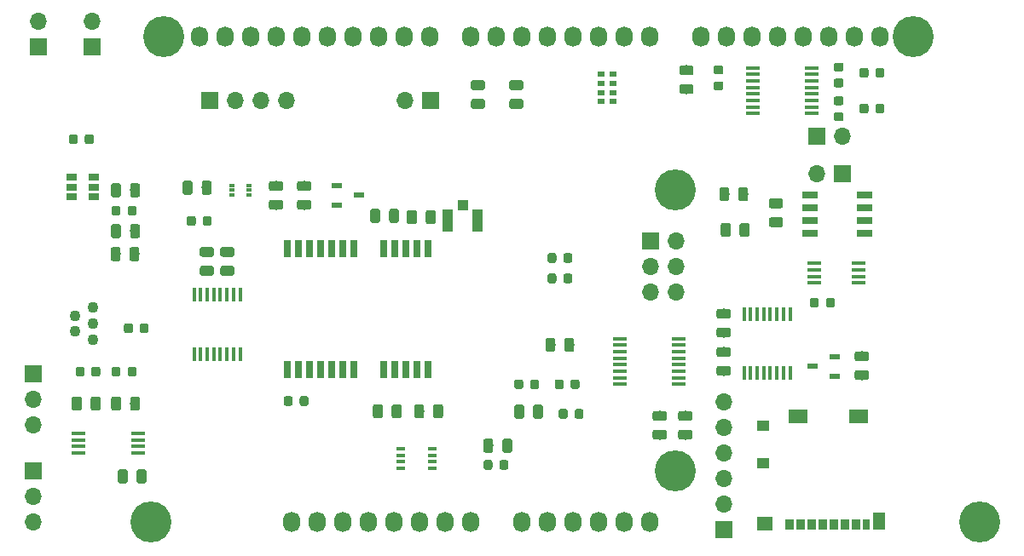
<source format=gbs>
G04 #@! TF.GenerationSoftware,KiCad,Pcbnew,(5.1.4)-1*
G04 #@! TF.CreationDate,2021-04-19T15:03:56+02:00*
G04 #@! TF.ProjectId,cSLIM-shield,63534c49-4d2d-4736-9869-656c642e6b69,rev?*
G04 #@! TF.SameCoordinates,Original*
G04 #@! TF.FileFunction,Soldermask,Bot*
G04 #@! TF.FilePolarity,Negative*
%FSLAX46Y46*%
G04 Gerber Fmt 4.6, Leading zero omitted, Abs format (unit mm)*
G04 Created by KiCad (PCBNEW (5.1.4)-1) date 2021-04-19 15:03:56*
%MOMM*%
%LPD*%
G04 APERTURE LIST*
%ADD10C,0.250000*%
%ADD11C,0.975000*%
%ADD12O,1.727200X2.032000*%
%ADD13C,4.064000*%
%ADD14C,0.875000*%
%ADD15R,1.525000X0.650000*%
%ADD16R,1.425000X0.450000*%
%ADD17R,1.475000X0.450000*%
%ADD18R,0.450000X1.475000*%
%ADD19R,1.050000X0.600000*%
%ADD20R,0.800000X1.800000*%
%ADD21O,1.700000X1.700000*%
%ADD22R,1.700000X1.700000*%
%ADD23R,0.850000X1.100000*%
%ADD24R,0.750000X1.100000*%
%ADD25R,1.170000X1.800000*%
%ADD26R,1.900000X1.350000*%
%ADD27R,1.200000X1.000000*%
%ADD28R,1.550000X1.350000*%
%ADD29R,1.000000X1.050000*%
%ADD30R,1.050000X2.200000*%
%ADD31R,0.470000X0.300000*%
%ADD32R,1.060000X0.650000*%
%ADD33C,1.100000*%
%ADD34R,0.800000X0.500000*%
%ADD35R,0.850000X0.350000*%
G04 APERTURE END LIST*
D10*
G36*
X164938142Y-105473174D02*
G01*
X164961803Y-105476684D01*
X164985007Y-105482496D01*
X165007529Y-105490554D01*
X165029153Y-105500782D01*
X165049670Y-105513079D01*
X165068883Y-105527329D01*
X165086607Y-105543393D01*
X165102671Y-105561117D01*
X165116921Y-105580330D01*
X165129218Y-105600847D01*
X165139446Y-105622471D01*
X165147504Y-105644993D01*
X165153316Y-105668197D01*
X165156826Y-105691858D01*
X165158000Y-105715750D01*
X165158000Y-106628250D01*
X165156826Y-106652142D01*
X165153316Y-106675803D01*
X165147504Y-106699007D01*
X165139446Y-106721529D01*
X165129218Y-106743153D01*
X165116921Y-106763670D01*
X165102671Y-106782883D01*
X165086607Y-106800607D01*
X165068883Y-106816671D01*
X165049670Y-106830921D01*
X165029153Y-106843218D01*
X165007529Y-106853446D01*
X164985007Y-106861504D01*
X164961803Y-106867316D01*
X164938142Y-106870826D01*
X164914250Y-106872000D01*
X164426750Y-106872000D01*
X164402858Y-106870826D01*
X164379197Y-106867316D01*
X164355993Y-106861504D01*
X164333471Y-106853446D01*
X164311847Y-106843218D01*
X164291330Y-106830921D01*
X164272117Y-106816671D01*
X164254393Y-106800607D01*
X164238329Y-106782883D01*
X164224079Y-106763670D01*
X164211782Y-106743153D01*
X164201554Y-106721529D01*
X164193496Y-106699007D01*
X164187684Y-106675803D01*
X164184174Y-106652142D01*
X164183000Y-106628250D01*
X164183000Y-105715750D01*
X164184174Y-105691858D01*
X164187684Y-105668197D01*
X164193496Y-105644993D01*
X164201554Y-105622471D01*
X164211782Y-105600847D01*
X164224079Y-105580330D01*
X164238329Y-105561117D01*
X164254393Y-105543393D01*
X164272117Y-105527329D01*
X164291330Y-105513079D01*
X164311847Y-105500782D01*
X164333471Y-105490554D01*
X164355993Y-105482496D01*
X164379197Y-105476684D01*
X164402858Y-105473174D01*
X164426750Y-105472000D01*
X164914250Y-105472000D01*
X164938142Y-105473174D01*
X164938142Y-105473174D01*
G37*
D11*
X164670500Y-106172000D03*
D10*
G36*
X166813142Y-105473174D02*
G01*
X166836803Y-105476684D01*
X166860007Y-105482496D01*
X166882529Y-105490554D01*
X166904153Y-105500782D01*
X166924670Y-105513079D01*
X166943883Y-105527329D01*
X166961607Y-105543393D01*
X166977671Y-105561117D01*
X166991921Y-105580330D01*
X167004218Y-105600847D01*
X167014446Y-105622471D01*
X167022504Y-105644993D01*
X167028316Y-105668197D01*
X167031826Y-105691858D01*
X167033000Y-105715750D01*
X167033000Y-106628250D01*
X167031826Y-106652142D01*
X167028316Y-106675803D01*
X167022504Y-106699007D01*
X167014446Y-106721529D01*
X167004218Y-106743153D01*
X166991921Y-106763670D01*
X166977671Y-106782883D01*
X166961607Y-106800607D01*
X166943883Y-106816671D01*
X166924670Y-106830921D01*
X166904153Y-106843218D01*
X166882529Y-106853446D01*
X166860007Y-106861504D01*
X166836803Y-106867316D01*
X166813142Y-106870826D01*
X166789250Y-106872000D01*
X166301750Y-106872000D01*
X166277858Y-106870826D01*
X166254197Y-106867316D01*
X166230993Y-106861504D01*
X166208471Y-106853446D01*
X166186847Y-106843218D01*
X166166330Y-106830921D01*
X166147117Y-106816671D01*
X166129393Y-106800607D01*
X166113329Y-106782883D01*
X166099079Y-106763670D01*
X166086782Y-106743153D01*
X166076554Y-106721529D01*
X166068496Y-106699007D01*
X166062684Y-106675803D01*
X166059174Y-106652142D01*
X166058000Y-106628250D01*
X166058000Y-105715750D01*
X166059174Y-105691858D01*
X166062684Y-105668197D01*
X166068496Y-105644993D01*
X166076554Y-105622471D01*
X166086782Y-105600847D01*
X166099079Y-105580330D01*
X166113329Y-105561117D01*
X166129393Y-105543393D01*
X166147117Y-105527329D01*
X166166330Y-105513079D01*
X166186847Y-105500782D01*
X166208471Y-105490554D01*
X166230993Y-105482496D01*
X166254197Y-105476684D01*
X166277858Y-105473174D01*
X166301750Y-105472000D01*
X166789250Y-105472000D01*
X166813142Y-105473174D01*
X166813142Y-105473174D01*
G37*
D11*
X166545500Y-106172000D03*
D12*
X138938000Y-123825000D03*
X141478000Y-123825000D03*
X144018000Y-123825000D03*
X146558000Y-123825000D03*
X149098000Y-123825000D03*
X151638000Y-123825000D03*
X154178000Y-123825000D03*
X156718000Y-123825000D03*
X161798000Y-123825000D03*
X164338000Y-123825000D03*
X166878000Y-123825000D03*
X169418000Y-123825000D03*
X171958000Y-123825000D03*
X174498000Y-123825000D03*
X129794000Y-75565000D03*
X132334000Y-75565000D03*
X134874000Y-75565000D03*
X137414000Y-75565000D03*
X139954000Y-75565000D03*
X142494000Y-75565000D03*
X145034000Y-75565000D03*
X147574000Y-75565000D03*
X150114000Y-75565000D03*
X152654000Y-75565000D03*
X156718000Y-75565000D03*
X159258000Y-75565000D03*
X161798000Y-75565000D03*
X164338000Y-75565000D03*
X166878000Y-75565000D03*
X169418000Y-75565000D03*
X171958000Y-75565000D03*
X174498000Y-75565000D03*
D13*
X124968000Y-123825000D03*
X177038000Y-118745000D03*
X126238000Y-75565000D03*
X177038000Y-90805000D03*
D12*
X179578000Y-75565000D03*
X182118000Y-75565000D03*
X184658000Y-75565000D03*
X187198000Y-75565000D03*
X189738000Y-75565000D03*
X192278000Y-75565000D03*
X194818000Y-75565000D03*
X197358000Y-75565000D03*
D13*
X200660000Y-75565000D03*
X207264000Y-123825000D03*
D10*
G36*
X191121691Y-101507053D02*
G01*
X191142926Y-101510203D01*
X191163750Y-101515419D01*
X191183962Y-101522651D01*
X191203368Y-101531830D01*
X191221781Y-101542866D01*
X191239024Y-101555654D01*
X191254930Y-101570070D01*
X191269346Y-101585976D01*
X191282134Y-101603219D01*
X191293170Y-101621632D01*
X191302349Y-101641038D01*
X191309581Y-101661250D01*
X191314797Y-101682074D01*
X191317947Y-101703309D01*
X191319000Y-101724750D01*
X191319000Y-102237250D01*
X191317947Y-102258691D01*
X191314797Y-102279926D01*
X191309581Y-102300750D01*
X191302349Y-102320962D01*
X191293170Y-102340368D01*
X191282134Y-102358781D01*
X191269346Y-102376024D01*
X191254930Y-102391930D01*
X191239024Y-102406346D01*
X191221781Y-102419134D01*
X191203368Y-102430170D01*
X191183962Y-102439349D01*
X191163750Y-102446581D01*
X191142926Y-102451797D01*
X191121691Y-102454947D01*
X191100250Y-102456000D01*
X190662750Y-102456000D01*
X190641309Y-102454947D01*
X190620074Y-102451797D01*
X190599250Y-102446581D01*
X190579038Y-102439349D01*
X190559632Y-102430170D01*
X190541219Y-102419134D01*
X190523976Y-102406346D01*
X190508070Y-102391930D01*
X190493654Y-102376024D01*
X190480866Y-102358781D01*
X190469830Y-102340368D01*
X190460651Y-102320962D01*
X190453419Y-102300750D01*
X190448203Y-102279926D01*
X190445053Y-102258691D01*
X190444000Y-102237250D01*
X190444000Y-101724750D01*
X190445053Y-101703309D01*
X190448203Y-101682074D01*
X190453419Y-101661250D01*
X190460651Y-101641038D01*
X190469830Y-101621632D01*
X190480866Y-101603219D01*
X190493654Y-101585976D01*
X190508070Y-101570070D01*
X190523976Y-101555654D01*
X190541219Y-101542866D01*
X190559632Y-101531830D01*
X190579038Y-101522651D01*
X190599250Y-101515419D01*
X190620074Y-101510203D01*
X190641309Y-101507053D01*
X190662750Y-101506000D01*
X191100250Y-101506000D01*
X191121691Y-101507053D01*
X191121691Y-101507053D01*
G37*
D14*
X190881500Y-101981000D03*
D10*
G36*
X192696691Y-101507053D02*
G01*
X192717926Y-101510203D01*
X192738750Y-101515419D01*
X192758962Y-101522651D01*
X192778368Y-101531830D01*
X192796781Y-101542866D01*
X192814024Y-101555654D01*
X192829930Y-101570070D01*
X192844346Y-101585976D01*
X192857134Y-101603219D01*
X192868170Y-101621632D01*
X192877349Y-101641038D01*
X192884581Y-101661250D01*
X192889797Y-101682074D01*
X192892947Y-101703309D01*
X192894000Y-101724750D01*
X192894000Y-102237250D01*
X192892947Y-102258691D01*
X192889797Y-102279926D01*
X192884581Y-102300750D01*
X192877349Y-102320962D01*
X192868170Y-102340368D01*
X192857134Y-102358781D01*
X192844346Y-102376024D01*
X192829930Y-102391930D01*
X192814024Y-102406346D01*
X192796781Y-102419134D01*
X192778368Y-102430170D01*
X192758962Y-102439349D01*
X192738750Y-102446581D01*
X192717926Y-102451797D01*
X192696691Y-102454947D01*
X192675250Y-102456000D01*
X192237750Y-102456000D01*
X192216309Y-102454947D01*
X192195074Y-102451797D01*
X192174250Y-102446581D01*
X192154038Y-102439349D01*
X192134632Y-102430170D01*
X192116219Y-102419134D01*
X192098976Y-102406346D01*
X192083070Y-102391930D01*
X192068654Y-102376024D01*
X192055866Y-102358781D01*
X192044830Y-102340368D01*
X192035651Y-102320962D01*
X192028419Y-102300750D01*
X192023203Y-102279926D01*
X192020053Y-102258691D01*
X192019000Y-102237250D01*
X192019000Y-101724750D01*
X192020053Y-101703309D01*
X192023203Y-101682074D01*
X192028419Y-101661250D01*
X192035651Y-101641038D01*
X192044830Y-101621632D01*
X192055866Y-101603219D01*
X192068654Y-101585976D01*
X192083070Y-101570070D01*
X192098976Y-101555654D01*
X192116219Y-101542866D01*
X192134632Y-101531830D01*
X192154038Y-101522651D01*
X192174250Y-101515419D01*
X192195074Y-101510203D01*
X192216309Y-101507053D01*
X192237750Y-101506000D01*
X192675250Y-101506000D01*
X192696691Y-101507053D01*
X192696691Y-101507053D01*
G37*
D14*
X192456500Y-101981000D03*
D10*
G36*
X196048691Y-78647053D02*
G01*
X196069926Y-78650203D01*
X196090750Y-78655419D01*
X196110962Y-78662651D01*
X196130368Y-78671830D01*
X196148781Y-78682866D01*
X196166024Y-78695654D01*
X196181930Y-78710070D01*
X196196346Y-78725976D01*
X196209134Y-78743219D01*
X196220170Y-78761632D01*
X196229349Y-78781038D01*
X196236581Y-78801250D01*
X196241797Y-78822074D01*
X196244947Y-78843309D01*
X196246000Y-78864750D01*
X196246000Y-79377250D01*
X196244947Y-79398691D01*
X196241797Y-79419926D01*
X196236581Y-79440750D01*
X196229349Y-79460962D01*
X196220170Y-79480368D01*
X196209134Y-79498781D01*
X196196346Y-79516024D01*
X196181930Y-79531930D01*
X196166024Y-79546346D01*
X196148781Y-79559134D01*
X196130368Y-79570170D01*
X196110962Y-79579349D01*
X196090750Y-79586581D01*
X196069926Y-79591797D01*
X196048691Y-79594947D01*
X196027250Y-79596000D01*
X195589750Y-79596000D01*
X195568309Y-79594947D01*
X195547074Y-79591797D01*
X195526250Y-79586581D01*
X195506038Y-79579349D01*
X195486632Y-79570170D01*
X195468219Y-79559134D01*
X195450976Y-79546346D01*
X195435070Y-79531930D01*
X195420654Y-79516024D01*
X195407866Y-79498781D01*
X195396830Y-79480368D01*
X195387651Y-79460962D01*
X195380419Y-79440750D01*
X195375203Y-79419926D01*
X195372053Y-79398691D01*
X195371000Y-79377250D01*
X195371000Y-78864750D01*
X195372053Y-78843309D01*
X195375203Y-78822074D01*
X195380419Y-78801250D01*
X195387651Y-78781038D01*
X195396830Y-78761632D01*
X195407866Y-78743219D01*
X195420654Y-78725976D01*
X195435070Y-78710070D01*
X195450976Y-78695654D01*
X195468219Y-78682866D01*
X195486632Y-78671830D01*
X195506038Y-78662651D01*
X195526250Y-78655419D01*
X195547074Y-78650203D01*
X195568309Y-78647053D01*
X195589750Y-78646000D01*
X196027250Y-78646000D01*
X196048691Y-78647053D01*
X196048691Y-78647053D01*
G37*
D14*
X195808500Y-79121000D03*
D10*
G36*
X197623691Y-78647053D02*
G01*
X197644926Y-78650203D01*
X197665750Y-78655419D01*
X197685962Y-78662651D01*
X197705368Y-78671830D01*
X197723781Y-78682866D01*
X197741024Y-78695654D01*
X197756930Y-78710070D01*
X197771346Y-78725976D01*
X197784134Y-78743219D01*
X197795170Y-78761632D01*
X197804349Y-78781038D01*
X197811581Y-78801250D01*
X197816797Y-78822074D01*
X197819947Y-78843309D01*
X197821000Y-78864750D01*
X197821000Y-79377250D01*
X197819947Y-79398691D01*
X197816797Y-79419926D01*
X197811581Y-79440750D01*
X197804349Y-79460962D01*
X197795170Y-79480368D01*
X197784134Y-79498781D01*
X197771346Y-79516024D01*
X197756930Y-79531930D01*
X197741024Y-79546346D01*
X197723781Y-79559134D01*
X197705368Y-79570170D01*
X197685962Y-79579349D01*
X197665750Y-79586581D01*
X197644926Y-79591797D01*
X197623691Y-79594947D01*
X197602250Y-79596000D01*
X197164750Y-79596000D01*
X197143309Y-79594947D01*
X197122074Y-79591797D01*
X197101250Y-79586581D01*
X197081038Y-79579349D01*
X197061632Y-79570170D01*
X197043219Y-79559134D01*
X197025976Y-79546346D01*
X197010070Y-79531930D01*
X196995654Y-79516024D01*
X196982866Y-79498781D01*
X196971830Y-79480368D01*
X196962651Y-79460962D01*
X196955419Y-79440750D01*
X196950203Y-79419926D01*
X196947053Y-79398691D01*
X196946000Y-79377250D01*
X196946000Y-78864750D01*
X196947053Y-78843309D01*
X196950203Y-78822074D01*
X196955419Y-78801250D01*
X196962651Y-78781038D01*
X196971830Y-78761632D01*
X196982866Y-78743219D01*
X196995654Y-78725976D01*
X197010070Y-78710070D01*
X197025976Y-78695654D01*
X197043219Y-78682866D01*
X197061632Y-78671830D01*
X197081038Y-78662651D01*
X197101250Y-78655419D01*
X197122074Y-78650203D01*
X197143309Y-78647053D01*
X197164750Y-78646000D01*
X197602250Y-78646000D01*
X197623691Y-78647053D01*
X197623691Y-78647053D01*
G37*
D14*
X197383500Y-79121000D03*
D10*
G36*
X196048691Y-82203053D02*
G01*
X196069926Y-82206203D01*
X196090750Y-82211419D01*
X196110962Y-82218651D01*
X196130368Y-82227830D01*
X196148781Y-82238866D01*
X196166024Y-82251654D01*
X196181930Y-82266070D01*
X196196346Y-82281976D01*
X196209134Y-82299219D01*
X196220170Y-82317632D01*
X196229349Y-82337038D01*
X196236581Y-82357250D01*
X196241797Y-82378074D01*
X196244947Y-82399309D01*
X196246000Y-82420750D01*
X196246000Y-82933250D01*
X196244947Y-82954691D01*
X196241797Y-82975926D01*
X196236581Y-82996750D01*
X196229349Y-83016962D01*
X196220170Y-83036368D01*
X196209134Y-83054781D01*
X196196346Y-83072024D01*
X196181930Y-83087930D01*
X196166024Y-83102346D01*
X196148781Y-83115134D01*
X196130368Y-83126170D01*
X196110962Y-83135349D01*
X196090750Y-83142581D01*
X196069926Y-83147797D01*
X196048691Y-83150947D01*
X196027250Y-83152000D01*
X195589750Y-83152000D01*
X195568309Y-83150947D01*
X195547074Y-83147797D01*
X195526250Y-83142581D01*
X195506038Y-83135349D01*
X195486632Y-83126170D01*
X195468219Y-83115134D01*
X195450976Y-83102346D01*
X195435070Y-83087930D01*
X195420654Y-83072024D01*
X195407866Y-83054781D01*
X195396830Y-83036368D01*
X195387651Y-83016962D01*
X195380419Y-82996750D01*
X195375203Y-82975926D01*
X195372053Y-82954691D01*
X195371000Y-82933250D01*
X195371000Y-82420750D01*
X195372053Y-82399309D01*
X195375203Y-82378074D01*
X195380419Y-82357250D01*
X195387651Y-82337038D01*
X195396830Y-82317632D01*
X195407866Y-82299219D01*
X195420654Y-82281976D01*
X195435070Y-82266070D01*
X195450976Y-82251654D01*
X195468219Y-82238866D01*
X195486632Y-82227830D01*
X195506038Y-82218651D01*
X195526250Y-82211419D01*
X195547074Y-82206203D01*
X195568309Y-82203053D01*
X195589750Y-82202000D01*
X196027250Y-82202000D01*
X196048691Y-82203053D01*
X196048691Y-82203053D01*
G37*
D14*
X195808500Y-82677000D03*
D10*
G36*
X197623691Y-82203053D02*
G01*
X197644926Y-82206203D01*
X197665750Y-82211419D01*
X197685962Y-82218651D01*
X197705368Y-82227830D01*
X197723781Y-82238866D01*
X197741024Y-82251654D01*
X197756930Y-82266070D01*
X197771346Y-82281976D01*
X197784134Y-82299219D01*
X197795170Y-82317632D01*
X197804349Y-82337038D01*
X197811581Y-82357250D01*
X197816797Y-82378074D01*
X197819947Y-82399309D01*
X197821000Y-82420750D01*
X197821000Y-82933250D01*
X197819947Y-82954691D01*
X197816797Y-82975926D01*
X197811581Y-82996750D01*
X197804349Y-83016962D01*
X197795170Y-83036368D01*
X197784134Y-83054781D01*
X197771346Y-83072024D01*
X197756930Y-83087930D01*
X197741024Y-83102346D01*
X197723781Y-83115134D01*
X197705368Y-83126170D01*
X197685962Y-83135349D01*
X197665750Y-83142581D01*
X197644926Y-83147797D01*
X197623691Y-83150947D01*
X197602250Y-83152000D01*
X197164750Y-83152000D01*
X197143309Y-83150947D01*
X197122074Y-83147797D01*
X197101250Y-83142581D01*
X197081038Y-83135349D01*
X197061632Y-83126170D01*
X197043219Y-83115134D01*
X197025976Y-83102346D01*
X197010070Y-83087930D01*
X196995654Y-83072024D01*
X196982866Y-83054781D01*
X196971830Y-83036368D01*
X196962651Y-83016962D01*
X196955419Y-82996750D01*
X196950203Y-82975926D01*
X196947053Y-82954691D01*
X196946000Y-82933250D01*
X196946000Y-82420750D01*
X196947053Y-82399309D01*
X196950203Y-82378074D01*
X196955419Y-82357250D01*
X196962651Y-82337038D01*
X196971830Y-82317632D01*
X196982866Y-82299219D01*
X196995654Y-82281976D01*
X197010070Y-82266070D01*
X197025976Y-82251654D01*
X197043219Y-82238866D01*
X197061632Y-82227830D01*
X197081038Y-82218651D01*
X197101250Y-82211419D01*
X197122074Y-82206203D01*
X197143309Y-82203053D01*
X197164750Y-82202000D01*
X197602250Y-82202000D01*
X197623691Y-82203053D01*
X197623691Y-82203053D01*
G37*
D14*
X197383500Y-82677000D03*
D10*
G36*
X193571691Y-81478553D02*
G01*
X193592926Y-81481703D01*
X193613750Y-81486919D01*
X193633962Y-81494151D01*
X193653368Y-81503330D01*
X193671781Y-81514366D01*
X193689024Y-81527154D01*
X193704930Y-81541570D01*
X193719346Y-81557476D01*
X193732134Y-81574719D01*
X193743170Y-81593132D01*
X193752349Y-81612538D01*
X193759581Y-81632750D01*
X193764797Y-81653574D01*
X193767947Y-81674809D01*
X193769000Y-81696250D01*
X193769000Y-82133750D01*
X193767947Y-82155191D01*
X193764797Y-82176426D01*
X193759581Y-82197250D01*
X193752349Y-82217462D01*
X193743170Y-82236868D01*
X193732134Y-82255281D01*
X193719346Y-82272524D01*
X193704930Y-82288430D01*
X193689024Y-82302846D01*
X193671781Y-82315634D01*
X193653368Y-82326670D01*
X193633962Y-82335849D01*
X193613750Y-82343081D01*
X193592926Y-82348297D01*
X193571691Y-82351447D01*
X193550250Y-82352500D01*
X193037750Y-82352500D01*
X193016309Y-82351447D01*
X192995074Y-82348297D01*
X192974250Y-82343081D01*
X192954038Y-82335849D01*
X192934632Y-82326670D01*
X192916219Y-82315634D01*
X192898976Y-82302846D01*
X192883070Y-82288430D01*
X192868654Y-82272524D01*
X192855866Y-82255281D01*
X192844830Y-82236868D01*
X192835651Y-82217462D01*
X192828419Y-82197250D01*
X192823203Y-82176426D01*
X192820053Y-82155191D01*
X192819000Y-82133750D01*
X192819000Y-81696250D01*
X192820053Y-81674809D01*
X192823203Y-81653574D01*
X192828419Y-81632750D01*
X192835651Y-81612538D01*
X192844830Y-81593132D01*
X192855866Y-81574719D01*
X192868654Y-81557476D01*
X192883070Y-81541570D01*
X192898976Y-81527154D01*
X192916219Y-81514366D01*
X192934632Y-81503330D01*
X192954038Y-81494151D01*
X192974250Y-81486919D01*
X192995074Y-81481703D01*
X193016309Y-81478553D01*
X193037750Y-81477500D01*
X193550250Y-81477500D01*
X193571691Y-81478553D01*
X193571691Y-81478553D01*
G37*
D14*
X193294000Y-81915000D03*
D10*
G36*
X193571691Y-83053553D02*
G01*
X193592926Y-83056703D01*
X193613750Y-83061919D01*
X193633962Y-83069151D01*
X193653368Y-83078330D01*
X193671781Y-83089366D01*
X193689024Y-83102154D01*
X193704930Y-83116570D01*
X193719346Y-83132476D01*
X193732134Y-83149719D01*
X193743170Y-83168132D01*
X193752349Y-83187538D01*
X193759581Y-83207750D01*
X193764797Y-83228574D01*
X193767947Y-83249809D01*
X193769000Y-83271250D01*
X193769000Y-83708750D01*
X193767947Y-83730191D01*
X193764797Y-83751426D01*
X193759581Y-83772250D01*
X193752349Y-83792462D01*
X193743170Y-83811868D01*
X193732134Y-83830281D01*
X193719346Y-83847524D01*
X193704930Y-83863430D01*
X193689024Y-83877846D01*
X193671781Y-83890634D01*
X193653368Y-83901670D01*
X193633962Y-83910849D01*
X193613750Y-83918081D01*
X193592926Y-83923297D01*
X193571691Y-83926447D01*
X193550250Y-83927500D01*
X193037750Y-83927500D01*
X193016309Y-83926447D01*
X192995074Y-83923297D01*
X192974250Y-83918081D01*
X192954038Y-83910849D01*
X192934632Y-83901670D01*
X192916219Y-83890634D01*
X192898976Y-83877846D01*
X192883070Y-83863430D01*
X192868654Y-83847524D01*
X192855866Y-83830281D01*
X192844830Y-83811868D01*
X192835651Y-83792462D01*
X192828419Y-83772250D01*
X192823203Y-83751426D01*
X192820053Y-83730191D01*
X192819000Y-83708750D01*
X192819000Y-83271250D01*
X192820053Y-83249809D01*
X192823203Y-83228574D01*
X192828419Y-83207750D01*
X192835651Y-83187538D01*
X192844830Y-83168132D01*
X192855866Y-83149719D01*
X192868654Y-83132476D01*
X192883070Y-83116570D01*
X192898976Y-83102154D01*
X192916219Y-83089366D01*
X192934632Y-83078330D01*
X192954038Y-83069151D01*
X192974250Y-83061919D01*
X192995074Y-83056703D01*
X193016309Y-83053553D01*
X193037750Y-83052500D01*
X193550250Y-83052500D01*
X193571691Y-83053553D01*
X193571691Y-83053553D01*
G37*
D14*
X193294000Y-83490000D03*
D10*
G36*
X193571691Y-79700553D02*
G01*
X193592926Y-79703703D01*
X193613750Y-79708919D01*
X193633962Y-79716151D01*
X193653368Y-79725330D01*
X193671781Y-79736366D01*
X193689024Y-79749154D01*
X193704930Y-79763570D01*
X193719346Y-79779476D01*
X193732134Y-79796719D01*
X193743170Y-79815132D01*
X193752349Y-79834538D01*
X193759581Y-79854750D01*
X193764797Y-79875574D01*
X193767947Y-79896809D01*
X193769000Y-79918250D01*
X193769000Y-80355750D01*
X193767947Y-80377191D01*
X193764797Y-80398426D01*
X193759581Y-80419250D01*
X193752349Y-80439462D01*
X193743170Y-80458868D01*
X193732134Y-80477281D01*
X193719346Y-80494524D01*
X193704930Y-80510430D01*
X193689024Y-80524846D01*
X193671781Y-80537634D01*
X193653368Y-80548670D01*
X193633962Y-80557849D01*
X193613750Y-80565081D01*
X193592926Y-80570297D01*
X193571691Y-80573447D01*
X193550250Y-80574500D01*
X193037750Y-80574500D01*
X193016309Y-80573447D01*
X192995074Y-80570297D01*
X192974250Y-80565081D01*
X192954038Y-80557849D01*
X192934632Y-80548670D01*
X192916219Y-80537634D01*
X192898976Y-80524846D01*
X192883070Y-80510430D01*
X192868654Y-80494524D01*
X192855866Y-80477281D01*
X192844830Y-80458868D01*
X192835651Y-80439462D01*
X192828419Y-80419250D01*
X192823203Y-80398426D01*
X192820053Y-80377191D01*
X192819000Y-80355750D01*
X192819000Y-79918250D01*
X192820053Y-79896809D01*
X192823203Y-79875574D01*
X192828419Y-79854750D01*
X192835651Y-79834538D01*
X192844830Y-79815132D01*
X192855866Y-79796719D01*
X192868654Y-79779476D01*
X192883070Y-79763570D01*
X192898976Y-79749154D01*
X192916219Y-79736366D01*
X192934632Y-79725330D01*
X192954038Y-79716151D01*
X192974250Y-79708919D01*
X192995074Y-79703703D01*
X193016309Y-79700553D01*
X193037750Y-79699500D01*
X193550250Y-79699500D01*
X193571691Y-79700553D01*
X193571691Y-79700553D01*
G37*
D14*
X193294000Y-80137000D03*
D10*
G36*
X193571691Y-78125553D02*
G01*
X193592926Y-78128703D01*
X193613750Y-78133919D01*
X193633962Y-78141151D01*
X193653368Y-78150330D01*
X193671781Y-78161366D01*
X193689024Y-78174154D01*
X193704930Y-78188570D01*
X193719346Y-78204476D01*
X193732134Y-78221719D01*
X193743170Y-78240132D01*
X193752349Y-78259538D01*
X193759581Y-78279750D01*
X193764797Y-78300574D01*
X193767947Y-78321809D01*
X193769000Y-78343250D01*
X193769000Y-78780750D01*
X193767947Y-78802191D01*
X193764797Y-78823426D01*
X193759581Y-78844250D01*
X193752349Y-78864462D01*
X193743170Y-78883868D01*
X193732134Y-78902281D01*
X193719346Y-78919524D01*
X193704930Y-78935430D01*
X193689024Y-78949846D01*
X193671781Y-78962634D01*
X193653368Y-78973670D01*
X193633962Y-78982849D01*
X193613750Y-78990081D01*
X193592926Y-78995297D01*
X193571691Y-78998447D01*
X193550250Y-78999500D01*
X193037750Y-78999500D01*
X193016309Y-78998447D01*
X192995074Y-78995297D01*
X192974250Y-78990081D01*
X192954038Y-78982849D01*
X192934632Y-78973670D01*
X192916219Y-78962634D01*
X192898976Y-78949846D01*
X192883070Y-78935430D01*
X192868654Y-78919524D01*
X192855866Y-78902281D01*
X192844830Y-78883868D01*
X192835651Y-78864462D01*
X192828419Y-78844250D01*
X192823203Y-78823426D01*
X192820053Y-78802191D01*
X192819000Y-78780750D01*
X192819000Y-78343250D01*
X192820053Y-78321809D01*
X192823203Y-78300574D01*
X192828419Y-78279750D01*
X192835651Y-78259538D01*
X192844830Y-78240132D01*
X192855866Y-78221719D01*
X192868654Y-78204476D01*
X192883070Y-78188570D01*
X192898976Y-78174154D01*
X192916219Y-78161366D01*
X192934632Y-78150330D01*
X192954038Y-78141151D01*
X192974250Y-78133919D01*
X192995074Y-78128703D01*
X193016309Y-78125553D01*
X193037750Y-78124500D01*
X193550250Y-78124500D01*
X193571691Y-78125553D01*
X193571691Y-78125553D01*
G37*
D14*
X193294000Y-78562000D03*
D10*
G36*
X181633691Y-79980053D02*
G01*
X181654926Y-79983203D01*
X181675750Y-79988419D01*
X181695962Y-79995651D01*
X181715368Y-80004830D01*
X181733781Y-80015866D01*
X181751024Y-80028654D01*
X181766930Y-80043070D01*
X181781346Y-80058976D01*
X181794134Y-80076219D01*
X181805170Y-80094632D01*
X181814349Y-80114038D01*
X181821581Y-80134250D01*
X181826797Y-80155074D01*
X181829947Y-80176309D01*
X181831000Y-80197750D01*
X181831000Y-80635250D01*
X181829947Y-80656691D01*
X181826797Y-80677926D01*
X181821581Y-80698750D01*
X181814349Y-80718962D01*
X181805170Y-80738368D01*
X181794134Y-80756781D01*
X181781346Y-80774024D01*
X181766930Y-80789930D01*
X181751024Y-80804346D01*
X181733781Y-80817134D01*
X181715368Y-80828170D01*
X181695962Y-80837349D01*
X181675750Y-80844581D01*
X181654926Y-80849797D01*
X181633691Y-80852947D01*
X181612250Y-80854000D01*
X181099750Y-80854000D01*
X181078309Y-80852947D01*
X181057074Y-80849797D01*
X181036250Y-80844581D01*
X181016038Y-80837349D01*
X180996632Y-80828170D01*
X180978219Y-80817134D01*
X180960976Y-80804346D01*
X180945070Y-80789930D01*
X180930654Y-80774024D01*
X180917866Y-80756781D01*
X180906830Y-80738368D01*
X180897651Y-80718962D01*
X180890419Y-80698750D01*
X180885203Y-80677926D01*
X180882053Y-80656691D01*
X180881000Y-80635250D01*
X180881000Y-80197750D01*
X180882053Y-80176309D01*
X180885203Y-80155074D01*
X180890419Y-80134250D01*
X180897651Y-80114038D01*
X180906830Y-80094632D01*
X180917866Y-80076219D01*
X180930654Y-80058976D01*
X180945070Y-80043070D01*
X180960976Y-80028654D01*
X180978219Y-80015866D01*
X180996632Y-80004830D01*
X181016038Y-79995651D01*
X181036250Y-79988419D01*
X181057074Y-79983203D01*
X181078309Y-79980053D01*
X181099750Y-79979000D01*
X181612250Y-79979000D01*
X181633691Y-79980053D01*
X181633691Y-79980053D01*
G37*
D14*
X181356000Y-80416500D03*
D10*
G36*
X181633691Y-78405053D02*
G01*
X181654926Y-78408203D01*
X181675750Y-78413419D01*
X181695962Y-78420651D01*
X181715368Y-78429830D01*
X181733781Y-78440866D01*
X181751024Y-78453654D01*
X181766930Y-78468070D01*
X181781346Y-78483976D01*
X181794134Y-78501219D01*
X181805170Y-78519632D01*
X181814349Y-78539038D01*
X181821581Y-78559250D01*
X181826797Y-78580074D01*
X181829947Y-78601309D01*
X181831000Y-78622750D01*
X181831000Y-79060250D01*
X181829947Y-79081691D01*
X181826797Y-79102926D01*
X181821581Y-79123750D01*
X181814349Y-79143962D01*
X181805170Y-79163368D01*
X181794134Y-79181781D01*
X181781346Y-79199024D01*
X181766930Y-79214930D01*
X181751024Y-79229346D01*
X181733781Y-79242134D01*
X181715368Y-79253170D01*
X181695962Y-79262349D01*
X181675750Y-79269581D01*
X181654926Y-79274797D01*
X181633691Y-79277947D01*
X181612250Y-79279000D01*
X181099750Y-79279000D01*
X181078309Y-79277947D01*
X181057074Y-79274797D01*
X181036250Y-79269581D01*
X181016038Y-79262349D01*
X180996632Y-79253170D01*
X180978219Y-79242134D01*
X180960976Y-79229346D01*
X180945070Y-79214930D01*
X180930654Y-79199024D01*
X180917866Y-79181781D01*
X180906830Y-79163368D01*
X180897651Y-79143962D01*
X180890419Y-79123750D01*
X180885203Y-79102926D01*
X180882053Y-79081691D01*
X180881000Y-79060250D01*
X180881000Y-78622750D01*
X180882053Y-78601309D01*
X180885203Y-78580074D01*
X180890419Y-78559250D01*
X180897651Y-78539038D01*
X180906830Y-78519632D01*
X180917866Y-78501219D01*
X180930654Y-78483976D01*
X180945070Y-78468070D01*
X180960976Y-78453654D01*
X180978219Y-78440866D01*
X180996632Y-78429830D01*
X181016038Y-78420651D01*
X181036250Y-78413419D01*
X181057074Y-78408203D01*
X181078309Y-78405053D01*
X181099750Y-78404000D01*
X181612250Y-78404000D01*
X181633691Y-78405053D01*
X181633691Y-78405053D01*
G37*
D14*
X181356000Y-78841500D03*
D10*
G36*
X124573691Y-104047053D02*
G01*
X124594926Y-104050203D01*
X124615750Y-104055419D01*
X124635962Y-104062651D01*
X124655368Y-104071830D01*
X124673781Y-104082866D01*
X124691024Y-104095654D01*
X124706930Y-104110070D01*
X124721346Y-104125976D01*
X124734134Y-104143219D01*
X124745170Y-104161632D01*
X124754349Y-104181038D01*
X124761581Y-104201250D01*
X124766797Y-104222074D01*
X124769947Y-104243309D01*
X124771000Y-104264750D01*
X124771000Y-104777250D01*
X124769947Y-104798691D01*
X124766797Y-104819926D01*
X124761581Y-104840750D01*
X124754349Y-104860962D01*
X124745170Y-104880368D01*
X124734134Y-104898781D01*
X124721346Y-104916024D01*
X124706930Y-104931930D01*
X124691024Y-104946346D01*
X124673781Y-104959134D01*
X124655368Y-104970170D01*
X124635962Y-104979349D01*
X124615750Y-104986581D01*
X124594926Y-104991797D01*
X124573691Y-104994947D01*
X124552250Y-104996000D01*
X124114750Y-104996000D01*
X124093309Y-104994947D01*
X124072074Y-104991797D01*
X124051250Y-104986581D01*
X124031038Y-104979349D01*
X124011632Y-104970170D01*
X123993219Y-104959134D01*
X123975976Y-104946346D01*
X123960070Y-104931930D01*
X123945654Y-104916024D01*
X123932866Y-104898781D01*
X123921830Y-104880368D01*
X123912651Y-104860962D01*
X123905419Y-104840750D01*
X123900203Y-104819926D01*
X123897053Y-104798691D01*
X123896000Y-104777250D01*
X123896000Y-104264750D01*
X123897053Y-104243309D01*
X123900203Y-104222074D01*
X123905419Y-104201250D01*
X123912651Y-104181038D01*
X123921830Y-104161632D01*
X123932866Y-104143219D01*
X123945654Y-104125976D01*
X123960070Y-104110070D01*
X123975976Y-104095654D01*
X123993219Y-104082866D01*
X124011632Y-104071830D01*
X124031038Y-104062651D01*
X124051250Y-104055419D01*
X124072074Y-104050203D01*
X124093309Y-104047053D01*
X124114750Y-104046000D01*
X124552250Y-104046000D01*
X124573691Y-104047053D01*
X124573691Y-104047053D01*
G37*
D14*
X124333500Y-104521000D03*
D10*
G36*
X122998691Y-104047053D02*
G01*
X123019926Y-104050203D01*
X123040750Y-104055419D01*
X123060962Y-104062651D01*
X123080368Y-104071830D01*
X123098781Y-104082866D01*
X123116024Y-104095654D01*
X123131930Y-104110070D01*
X123146346Y-104125976D01*
X123159134Y-104143219D01*
X123170170Y-104161632D01*
X123179349Y-104181038D01*
X123186581Y-104201250D01*
X123191797Y-104222074D01*
X123194947Y-104243309D01*
X123196000Y-104264750D01*
X123196000Y-104777250D01*
X123194947Y-104798691D01*
X123191797Y-104819926D01*
X123186581Y-104840750D01*
X123179349Y-104860962D01*
X123170170Y-104880368D01*
X123159134Y-104898781D01*
X123146346Y-104916024D01*
X123131930Y-104931930D01*
X123116024Y-104946346D01*
X123098781Y-104959134D01*
X123080368Y-104970170D01*
X123060962Y-104979349D01*
X123040750Y-104986581D01*
X123019926Y-104991797D01*
X122998691Y-104994947D01*
X122977250Y-104996000D01*
X122539750Y-104996000D01*
X122518309Y-104994947D01*
X122497074Y-104991797D01*
X122476250Y-104986581D01*
X122456038Y-104979349D01*
X122436632Y-104970170D01*
X122418219Y-104959134D01*
X122400976Y-104946346D01*
X122385070Y-104931930D01*
X122370654Y-104916024D01*
X122357866Y-104898781D01*
X122346830Y-104880368D01*
X122337651Y-104860962D01*
X122330419Y-104840750D01*
X122325203Y-104819926D01*
X122322053Y-104798691D01*
X122321000Y-104777250D01*
X122321000Y-104264750D01*
X122322053Y-104243309D01*
X122325203Y-104222074D01*
X122330419Y-104201250D01*
X122337651Y-104181038D01*
X122346830Y-104161632D01*
X122357866Y-104143219D01*
X122370654Y-104125976D01*
X122385070Y-104110070D01*
X122400976Y-104095654D01*
X122418219Y-104082866D01*
X122436632Y-104071830D01*
X122456038Y-104062651D01*
X122476250Y-104055419D01*
X122497074Y-104050203D01*
X122518309Y-104047053D01*
X122539750Y-104046000D01*
X122977250Y-104046000D01*
X122998691Y-104047053D01*
X122998691Y-104047053D01*
G37*
D14*
X122758500Y-104521000D03*
D10*
G36*
X123354691Y-108365053D02*
G01*
X123375926Y-108368203D01*
X123396750Y-108373419D01*
X123416962Y-108380651D01*
X123436368Y-108389830D01*
X123454781Y-108400866D01*
X123472024Y-108413654D01*
X123487930Y-108428070D01*
X123502346Y-108443976D01*
X123515134Y-108461219D01*
X123526170Y-108479632D01*
X123535349Y-108499038D01*
X123542581Y-108519250D01*
X123547797Y-108540074D01*
X123550947Y-108561309D01*
X123552000Y-108582750D01*
X123552000Y-109095250D01*
X123550947Y-109116691D01*
X123547797Y-109137926D01*
X123542581Y-109158750D01*
X123535349Y-109178962D01*
X123526170Y-109198368D01*
X123515134Y-109216781D01*
X123502346Y-109234024D01*
X123487930Y-109249930D01*
X123472024Y-109264346D01*
X123454781Y-109277134D01*
X123436368Y-109288170D01*
X123416962Y-109297349D01*
X123396750Y-109304581D01*
X123375926Y-109309797D01*
X123354691Y-109312947D01*
X123333250Y-109314000D01*
X122895750Y-109314000D01*
X122874309Y-109312947D01*
X122853074Y-109309797D01*
X122832250Y-109304581D01*
X122812038Y-109297349D01*
X122792632Y-109288170D01*
X122774219Y-109277134D01*
X122756976Y-109264346D01*
X122741070Y-109249930D01*
X122726654Y-109234024D01*
X122713866Y-109216781D01*
X122702830Y-109198368D01*
X122693651Y-109178962D01*
X122686419Y-109158750D01*
X122681203Y-109137926D01*
X122678053Y-109116691D01*
X122677000Y-109095250D01*
X122677000Y-108582750D01*
X122678053Y-108561309D01*
X122681203Y-108540074D01*
X122686419Y-108519250D01*
X122693651Y-108499038D01*
X122702830Y-108479632D01*
X122713866Y-108461219D01*
X122726654Y-108443976D01*
X122741070Y-108428070D01*
X122756976Y-108413654D01*
X122774219Y-108400866D01*
X122792632Y-108389830D01*
X122812038Y-108380651D01*
X122832250Y-108373419D01*
X122853074Y-108368203D01*
X122874309Y-108365053D01*
X122895750Y-108364000D01*
X123333250Y-108364000D01*
X123354691Y-108365053D01*
X123354691Y-108365053D01*
G37*
D14*
X123114500Y-108839000D03*
D10*
G36*
X121779691Y-108365053D02*
G01*
X121800926Y-108368203D01*
X121821750Y-108373419D01*
X121841962Y-108380651D01*
X121861368Y-108389830D01*
X121879781Y-108400866D01*
X121897024Y-108413654D01*
X121912930Y-108428070D01*
X121927346Y-108443976D01*
X121940134Y-108461219D01*
X121951170Y-108479632D01*
X121960349Y-108499038D01*
X121967581Y-108519250D01*
X121972797Y-108540074D01*
X121975947Y-108561309D01*
X121977000Y-108582750D01*
X121977000Y-109095250D01*
X121975947Y-109116691D01*
X121972797Y-109137926D01*
X121967581Y-109158750D01*
X121960349Y-109178962D01*
X121951170Y-109198368D01*
X121940134Y-109216781D01*
X121927346Y-109234024D01*
X121912930Y-109249930D01*
X121897024Y-109264346D01*
X121879781Y-109277134D01*
X121861368Y-109288170D01*
X121841962Y-109297349D01*
X121821750Y-109304581D01*
X121800926Y-109309797D01*
X121779691Y-109312947D01*
X121758250Y-109314000D01*
X121320750Y-109314000D01*
X121299309Y-109312947D01*
X121278074Y-109309797D01*
X121257250Y-109304581D01*
X121237038Y-109297349D01*
X121217632Y-109288170D01*
X121199219Y-109277134D01*
X121181976Y-109264346D01*
X121166070Y-109249930D01*
X121151654Y-109234024D01*
X121138866Y-109216781D01*
X121127830Y-109198368D01*
X121118651Y-109178962D01*
X121111419Y-109158750D01*
X121106203Y-109137926D01*
X121103053Y-109116691D01*
X121102000Y-109095250D01*
X121102000Y-108582750D01*
X121103053Y-108561309D01*
X121106203Y-108540074D01*
X121111419Y-108519250D01*
X121118651Y-108499038D01*
X121127830Y-108479632D01*
X121138866Y-108461219D01*
X121151654Y-108443976D01*
X121166070Y-108428070D01*
X121181976Y-108413654D01*
X121199219Y-108400866D01*
X121217632Y-108389830D01*
X121237038Y-108380651D01*
X121257250Y-108373419D01*
X121278074Y-108368203D01*
X121299309Y-108365053D01*
X121320750Y-108364000D01*
X121758250Y-108364000D01*
X121779691Y-108365053D01*
X121779691Y-108365053D01*
G37*
D14*
X121539500Y-108839000D03*
D10*
G36*
X121779691Y-92363053D02*
G01*
X121800926Y-92366203D01*
X121821750Y-92371419D01*
X121841962Y-92378651D01*
X121861368Y-92387830D01*
X121879781Y-92398866D01*
X121897024Y-92411654D01*
X121912930Y-92426070D01*
X121927346Y-92441976D01*
X121940134Y-92459219D01*
X121951170Y-92477632D01*
X121960349Y-92497038D01*
X121967581Y-92517250D01*
X121972797Y-92538074D01*
X121975947Y-92559309D01*
X121977000Y-92580750D01*
X121977000Y-93093250D01*
X121975947Y-93114691D01*
X121972797Y-93135926D01*
X121967581Y-93156750D01*
X121960349Y-93176962D01*
X121951170Y-93196368D01*
X121940134Y-93214781D01*
X121927346Y-93232024D01*
X121912930Y-93247930D01*
X121897024Y-93262346D01*
X121879781Y-93275134D01*
X121861368Y-93286170D01*
X121841962Y-93295349D01*
X121821750Y-93302581D01*
X121800926Y-93307797D01*
X121779691Y-93310947D01*
X121758250Y-93312000D01*
X121320750Y-93312000D01*
X121299309Y-93310947D01*
X121278074Y-93307797D01*
X121257250Y-93302581D01*
X121237038Y-93295349D01*
X121217632Y-93286170D01*
X121199219Y-93275134D01*
X121181976Y-93262346D01*
X121166070Y-93247930D01*
X121151654Y-93232024D01*
X121138866Y-93214781D01*
X121127830Y-93196368D01*
X121118651Y-93176962D01*
X121111419Y-93156750D01*
X121106203Y-93135926D01*
X121103053Y-93114691D01*
X121102000Y-93093250D01*
X121102000Y-92580750D01*
X121103053Y-92559309D01*
X121106203Y-92538074D01*
X121111419Y-92517250D01*
X121118651Y-92497038D01*
X121127830Y-92477632D01*
X121138866Y-92459219D01*
X121151654Y-92441976D01*
X121166070Y-92426070D01*
X121181976Y-92411654D01*
X121199219Y-92398866D01*
X121217632Y-92387830D01*
X121237038Y-92378651D01*
X121257250Y-92371419D01*
X121278074Y-92366203D01*
X121299309Y-92363053D01*
X121320750Y-92362000D01*
X121758250Y-92362000D01*
X121779691Y-92363053D01*
X121779691Y-92363053D01*
G37*
D14*
X121539500Y-92837000D03*
D10*
G36*
X123354691Y-92363053D02*
G01*
X123375926Y-92366203D01*
X123396750Y-92371419D01*
X123416962Y-92378651D01*
X123436368Y-92387830D01*
X123454781Y-92398866D01*
X123472024Y-92411654D01*
X123487930Y-92426070D01*
X123502346Y-92441976D01*
X123515134Y-92459219D01*
X123526170Y-92477632D01*
X123535349Y-92497038D01*
X123542581Y-92517250D01*
X123547797Y-92538074D01*
X123550947Y-92559309D01*
X123552000Y-92580750D01*
X123552000Y-93093250D01*
X123550947Y-93114691D01*
X123547797Y-93135926D01*
X123542581Y-93156750D01*
X123535349Y-93176962D01*
X123526170Y-93196368D01*
X123515134Y-93214781D01*
X123502346Y-93232024D01*
X123487930Y-93247930D01*
X123472024Y-93262346D01*
X123454781Y-93275134D01*
X123436368Y-93286170D01*
X123416962Y-93295349D01*
X123396750Y-93302581D01*
X123375926Y-93307797D01*
X123354691Y-93310947D01*
X123333250Y-93312000D01*
X122895750Y-93312000D01*
X122874309Y-93310947D01*
X122853074Y-93307797D01*
X122832250Y-93302581D01*
X122812038Y-93295349D01*
X122792632Y-93286170D01*
X122774219Y-93275134D01*
X122756976Y-93262346D01*
X122741070Y-93247930D01*
X122726654Y-93232024D01*
X122713866Y-93214781D01*
X122702830Y-93196368D01*
X122693651Y-93176962D01*
X122686419Y-93156750D01*
X122681203Y-93135926D01*
X122678053Y-93114691D01*
X122677000Y-93093250D01*
X122677000Y-92580750D01*
X122678053Y-92559309D01*
X122681203Y-92538074D01*
X122686419Y-92517250D01*
X122693651Y-92497038D01*
X122702830Y-92477632D01*
X122713866Y-92459219D01*
X122726654Y-92441976D01*
X122741070Y-92426070D01*
X122756976Y-92411654D01*
X122774219Y-92398866D01*
X122792632Y-92387830D01*
X122812038Y-92378651D01*
X122832250Y-92371419D01*
X122853074Y-92366203D01*
X122874309Y-92363053D01*
X122895750Y-92362000D01*
X123333250Y-92362000D01*
X123354691Y-92363053D01*
X123354691Y-92363053D01*
G37*
D14*
X123114500Y-92837000D03*
D10*
G36*
X119772691Y-108365053D02*
G01*
X119793926Y-108368203D01*
X119814750Y-108373419D01*
X119834962Y-108380651D01*
X119854368Y-108389830D01*
X119872781Y-108400866D01*
X119890024Y-108413654D01*
X119905930Y-108428070D01*
X119920346Y-108443976D01*
X119933134Y-108461219D01*
X119944170Y-108479632D01*
X119953349Y-108499038D01*
X119960581Y-108519250D01*
X119965797Y-108540074D01*
X119968947Y-108561309D01*
X119970000Y-108582750D01*
X119970000Y-109095250D01*
X119968947Y-109116691D01*
X119965797Y-109137926D01*
X119960581Y-109158750D01*
X119953349Y-109178962D01*
X119944170Y-109198368D01*
X119933134Y-109216781D01*
X119920346Y-109234024D01*
X119905930Y-109249930D01*
X119890024Y-109264346D01*
X119872781Y-109277134D01*
X119854368Y-109288170D01*
X119834962Y-109297349D01*
X119814750Y-109304581D01*
X119793926Y-109309797D01*
X119772691Y-109312947D01*
X119751250Y-109314000D01*
X119313750Y-109314000D01*
X119292309Y-109312947D01*
X119271074Y-109309797D01*
X119250250Y-109304581D01*
X119230038Y-109297349D01*
X119210632Y-109288170D01*
X119192219Y-109277134D01*
X119174976Y-109264346D01*
X119159070Y-109249930D01*
X119144654Y-109234024D01*
X119131866Y-109216781D01*
X119120830Y-109198368D01*
X119111651Y-109178962D01*
X119104419Y-109158750D01*
X119099203Y-109137926D01*
X119096053Y-109116691D01*
X119095000Y-109095250D01*
X119095000Y-108582750D01*
X119096053Y-108561309D01*
X119099203Y-108540074D01*
X119104419Y-108519250D01*
X119111651Y-108499038D01*
X119120830Y-108479632D01*
X119131866Y-108461219D01*
X119144654Y-108443976D01*
X119159070Y-108428070D01*
X119174976Y-108413654D01*
X119192219Y-108400866D01*
X119210632Y-108389830D01*
X119230038Y-108380651D01*
X119250250Y-108373419D01*
X119271074Y-108368203D01*
X119292309Y-108365053D01*
X119313750Y-108364000D01*
X119751250Y-108364000D01*
X119772691Y-108365053D01*
X119772691Y-108365053D01*
G37*
D14*
X119532500Y-108839000D03*
D10*
G36*
X118197691Y-108365053D02*
G01*
X118218926Y-108368203D01*
X118239750Y-108373419D01*
X118259962Y-108380651D01*
X118279368Y-108389830D01*
X118297781Y-108400866D01*
X118315024Y-108413654D01*
X118330930Y-108428070D01*
X118345346Y-108443976D01*
X118358134Y-108461219D01*
X118369170Y-108479632D01*
X118378349Y-108499038D01*
X118385581Y-108519250D01*
X118390797Y-108540074D01*
X118393947Y-108561309D01*
X118395000Y-108582750D01*
X118395000Y-109095250D01*
X118393947Y-109116691D01*
X118390797Y-109137926D01*
X118385581Y-109158750D01*
X118378349Y-109178962D01*
X118369170Y-109198368D01*
X118358134Y-109216781D01*
X118345346Y-109234024D01*
X118330930Y-109249930D01*
X118315024Y-109264346D01*
X118297781Y-109277134D01*
X118279368Y-109288170D01*
X118259962Y-109297349D01*
X118239750Y-109304581D01*
X118218926Y-109309797D01*
X118197691Y-109312947D01*
X118176250Y-109314000D01*
X117738750Y-109314000D01*
X117717309Y-109312947D01*
X117696074Y-109309797D01*
X117675250Y-109304581D01*
X117655038Y-109297349D01*
X117635632Y-109288170D01*
X117617219Y-109277134D01*
X117599976Y-109264346D01*
X117584070Y-109249930D01*
X117569654Y-109234024D01*
X117556866Y-109216781D01*
X117545830Y-109198368D01*
X117536651Y-109178962D01*
X117529419Y-109158750D01*
X117524203Y-109137926D01*
X117521053Y-109116691D01*
X117520000Y-109095250D01*
X117520000Y-108582750D01*
X117521053Y-108561309D01*
X117524203Y-108540074D01*
X117529419Y-108519250D01*
X117536651Y-108499038D01*
X117545830Y-108479632D01*
X117556866Y-108461219D01*
X117569654Y-108443976D01*
X117584070Y-108428070D01*
X117599976Y-108413654D01*
X117617219Y-108400866D01*
X117635632Y-108389830D01*
X117655038Y-108380651D01*
X117675250Y-108373419D01*
X117696074Y-108368203D01*
X117717309Y-108365053D01*
X117738750Y-108364000D01*
X118176250Y-108364000D01*
X118197691Y-108365053D01*
X118197691Y-108365053D01*
G37*
D14*
X117957500Y-108839000D03*
D10*
G36*
X138872691Y-111286053D02*
G01*
X138893926Y-111289203D01*
X138914750Y-111294419D01*
X138934962Y-111301651D01*
X138954368Y-111310830D01*
X138972781Y-111321866D01*
X138990024Y-111334654D01*
X139005930Y-111349070D01*
X139020346Y-111364976D01*
X139033134Y-111382219D01*
X139044170Y-111400632D01*
X139053349Y-111420038D01*
X139060581Y-111440250D01*
X139065797Y-111461074D01*
X139068947Y-111482309D01*
X139070000Y-111503750D01*
X139070000Y-112016250D01*
X139068947Y-112037691D01*
X139065797Y-112058926D01*
X139060581Y-112079750D01*
X139053349Y-112099962D01*
X139044170Y-112119368D01*
X139033134Y-112137781D01*
X139020346Y-112155024D01*
X139005930Y-112170930D01*
X138990024Y-112185346D01*
X138972781Y-112198134D01*
X138954368Y-112209170D01*
X138934962Y-112218349D01*
X138914750Y-112225581D01*
X138893926Y-112230797D01*
X138872691Y-112233947D01*
X138851250Y-112235000D01*
X138413750Y-112235000D01*
X138392309Y-112233947D01*
X138371074Y-112230797D01*
X138350250Y-112225581D01*
X138330038Y-112218349D01*
X138310632Y-112209170D01*
X138292219Y-112198134D01*
X138274976Y-112185346D01*
X138259070Y-112170930D01*
X138244654Y-112155024D01*
X138231866Y-112137781D01*
X138220830Y-112119368D01*
X138211651Y-112099962D01*
X138204419Y-112079750D01*
X138199203Y-112058926D01*
X138196053Y-112037691D01*
X138195000Y-112016250D01*
X138195000Y-111503750D01*
X138196053Y-111482309D01*
X138199203Y-111461074D01*
X138204419Y-111440250D01*
X138211651Y-111420038D01*
X138220830Y-111400632D01*
X138231866Y-111382219D01*
X138244654Y-111364976D01*
X138259070Y-111349070D01*
X138274976Y-111334654D01*
X138292219Y-111321866D01*
X138310632Y-111310830D01*
X138330038Y-111301651D01*
X138350250Y-111294419D01*
X138371074Y-111289203D01*
X138392309Y-111286053D01*
X138413750Y-111285000D01*
X138851250Y-111285000D01*
X138872691Y-111286053D01*
X138872691Y-111286053D01*
G37*
D14*
X138632500Y-111760000D03*
D10*
G36*
X140447691Y-111286053D02*
G01*
X140468926Y-111289203D01*
X140489750Y-111294419D01*
X140509962Y-111301651D01*
X140529368Y-111310830D01*
X140547781Y-111321866D01*
X140565024Y-111334654D01*
X140580930Y-111349070D01*
X140595346Y-111364976D01*
X140608134Y-111382219D01*
X140619170Y-111400632D01*
X140628349Y-111420038D01*
X140635581Y-111440250D01*
X140640797Y-111461074D01*
X140643947Y-111482309D01*
X140645000Y-111503750D01*
X140645000Y-112016250D01*
X140643947Y-112037691D01*
X140640797Y-112058926D01*
X140635581Y-112079750D01*
X140628349Y-112099962D01*
X140619170Y-112119368D01*
X140608134Y-112137781D01*
X140595346Y-112155024D01*
X140580930Y-112170930D01*
X140565024Y-112185346D01*
X140547781Y-112198134D01*
X140529368Y-112209170D01*
X140509962Y-112218349D01*
X140489750Y-112225581D01*
X140468926Y-112230797D01*
X140447691Y-112233947D01*
X140426250Y-112235000D01*
X139988750Y-112235000D01*
X139967309Y-112233947D01*
X139946074Y-112230797D01*
X139925250Y-112225581D01*
X139905038Y-112218349D01*
X139885632Y-112209170D01*
X139867219Y-112198134D01*
X139849976Y-112185346D01*
X139834070Y-112170930D01*
X139819654Y-112155024D01*
X139806866Y-112137781D01*
X139795830Y-112119368D01*
X139786651Y-112099962D01*
X139779419Y-112079750D01*
X139774203Y-112058926D01*
X139771053Y-112037691D01*
X139770000Y-112016250D01*
X139770000Y-111503750D01*
X139771053Y-111482309D01*
X139774203Y-111461074D01*
X139779419Y-111440250D01*
X139786651Y-111420038D01*
X139795830Y-111400632D01*
X139806866Y-111382219D01*
X139819654Y-111364976D01*
X139834070Y-111349070D01*
X139849976Y-111334654D01*
X139867219Y-111321866D01*
X139885632Y-111310830D01*
X139905038Y-111301651D01*
X139925250Y-111294419D01*
X139946074Y-111289203D01*
X139967309Y-111286053D01*
X139988750Y-111285000D01*
X140426250Y-111285000D01*
X140447691Y-111286053D01*
X140447691Y-111286053D01*
G37*
D14*
X140207500Y-111760000D03*
D10*
G36*
X130821691Y-93379053D02*
G01*
X130842926Y-93382203D01*
X130863750Y-93387419D01*
X130883962Y-93394651D01*
X130903368Y-93403830D01*
X130921781Y-93414866D01*
X130939024Y-93427654D01*
X130954930Y-93442070D01*
X130969346Y-93457976D01*
X130982134Y-93475219D01*
X130993170Y-93493632D01*
X131002349Y-93513038D01*
X131009581Y-93533250D01*
X131014797Y-93554074D01*
X131017947Y-93575309D01*
X131019000Y-93596750D01*
X131019000Y-94109250D01*
X131017947Y-94130691D01*
X131014797Y-94151926D01*
X131009581Y-94172750D01*
X131002349Y-94192962D01*
X130993170Y-94212368D01*
X130982134Y-94230781D01*
X130969346Y-94248024D01*
X130954930Y-94263930D01*
X130939024Y-94278346D01*
X130921781Y-94291134D01*
X130903368Y-94302170D01*
X130883962Y-94311349D01*
X130863750Y-94318581D01*
X130842926Y-94323797D01*
X130821691Y-94326947D01*
X130800250Y-94328000D01*
X130362750Y-94328000D01*
X130341309Y-94326947D01*
X130320074Y-94323797D01*
X130299250Y-94318581D01*
X130279038Y-94311349D01*
X130259632Y-94302170D01*
X130241219Y-94291134D01*
X130223976Y-94278346D01*
X130208070Y-94263930D01*
X130193654Y-94248024D01*
X130180866Y-94230781D01*
X130169830Y-94212368D01*
X130160651Y-94192962D01*
X130153419Y-94172750D01*
X130148203Y-94151926D01*
X130145053Y-94130691D01*
X130144000Y-94109250D01*
X130144000Y-93596750D01*
X130145053Y-93575309D01*
X130148203Y-93554074D01*
X130153419Y-93533250D01*
X130160651Y-93513038D01*
X130169830Y-93493632D01*
X130180866Y-93475219D01*
X130193654Y-93457976D01*
X130208070Y-93442070D01*
X130223976Y-93427654D01*
X130241219Y-93414866D01*
X130259632Y-93403830D01*
X130279038Y-93394651D01*
X130299250Y-93387419D01*
X130320074Y-93382203D01*
X130341309Y-93379053D01*
X130362750Y-93378000D01*
X130800250Y-93378000D01*
X130821691Y-93379053D01*
X130821691Y-93379053D01*
G37*
D14*
X130581500Y-93853000D03*
D10*
G36*
X129246691Y-93379053D02*
G01*
X129267926Y-93382203D01*
X129288750Y-93387419D01*
X129308962Y-93394651D01*
X129328368Y-93403830D01*
X129346781Y-93414866D01*
X129364024Y-93427654D01*
X129379930Y-93442070D01*
X129394346Y-93457976D01*
X129407134Y-93475219D01*
X129418170Y-93493632D01*
X129427349Y-93513038D01*
X129434581Y-93533250D01*
X129439797Y-93554074D01*
X129442947Y-93575309D01*
X129444000Y-93596750D01*
X129444000Y-94109250D01*
X129442947Y-94130691D01*
X129439797Y-94151926D01*
X129434581Y-94172750D01*
X129427349Y-94192962D01*
X129418170Y-94212368D01*
X129407134Y-94230781D01*
X129394346Y-94248024D01*
X129379930Y-94263930D01*
X129364024Y-94278346D01*
X129346781Y-94291134D01*
X129328368Y-94302170D01*
X129308962Y-94311349D01*
X129288750Y-94318581D01*
X129267926Y-94323797D01*
X129246691Y-94326947D01*
X129225250Y-94328000D01*
X128787750Y-94328000D01*
X128766309Y-94326947D01*
X128745074Y-94323797D01*
X128724250Y-94318581D01*
X128704038Y-94311349D01*
X128684632Y-94302170D01*
X128666219Y-94291134D01*
X128648976Y-94278346D01*
X128633070Y-94263930D01*
X128618654Y-94248024D01*
X128605866Y-94230781D01*
X128594830Y-94212368D01*
X128585651Y-94192962D01*
X128578419Y-94172750D01*
X128573203Y-94151926D01*
X128570053Y-94130691D01*
X128569000Y-94109250D01*
X128569000Y-93596750D01*
X128570053Y-93575309D01*
X128573203Y-93554074D01*
X128578419Y-93533250D01*
X128585651Y-93513038D01*
X128594830Y-93493632D01*
X128605866Y-93475219D01*
X128618654Y-93457976D01*
X128633070Y-93442070D01*
X128648976Y-93427654D01*
X128666219Y-93414866D01*
X128684632Y-93403830D01*
X128704038Y-93394651D01*
X128724250Y-93387419D01*
X128745074Y-93382203D01*
X128766309Y-93379053D01*
X128787750Y-93378000D01*
X129225250Y-93378000D01*
X129246691Y-93379053D01*
X129246691Y-93379053D01*
G37*
D14*
X129006500Y-93853000D03*
D10*
G36*
X158710691Y-117636053D02*
G01*
X158731926Y-117639203D01*
X158752750Y-117644419D01*
X158772962Y-117651651D01*
X158792368Y-117660830D01*
X158810781Y-117671866D01*
X158828024Y-117684654D01*
X158843930Y-117699070D01*
X158858346Y-117714976D01*
X158871134Y-117732219D01*
X158882170Y-117750632D01*
X158891349Y-117770038D01*
X158898581Y-117790250D01*
X158903797Y-117811074D01*
X158906947Y-117832309D01*
X158908000Y-117853750D01*
X158908000Y-118366250D01*
X158906947Y-118387691D01*
X158903797Y-118408926D01*
X158898581Y-118429750D01*
X158891349Y-118449962D01*
X158882170Y-118469368D01*
X158871134Y-118487781D01*
X158858346Y-118505024D01*
X158843930Y-118520930D01*
X158828024Y-118535346D01*
X158810781Y-118548134D01*
X158792368Y-118559170D01*
X158772962Y-118568349D01*
X158752750Y-118575581D01*
X158731926Y-118580797D01*
X158710691Y-118583947D01*
X158689250Y-118585000D01*
X158251750Y-118585000D01*
X158230309Y-118583947D01*
X158209074Y-118580797D01*
X158188250Y-118575581D01*
X158168038Y-118568349D01*
X158148632Y-118559170D01*
X158130219Y-118548134D01*
X158112976Y-118535346D01*
X158097070Y-118520930D01*
X158082654Y-118505024D01*
X158069866Y-118487781D01*
X158058830Y-118469368D01*
X158049651Y-118449962D01*
X158042419Y-118429750D01*
X158037203Y-118408926D01*
X158034053Y-118387691D01*
X158033000Y-118366250D01*
X158033000Y-117853750D01*
X158034053Y-117832309D01*
X158037203Y-117811074D01*
X158042419Y-117790250D01*
X158049651Y-117770038D01*
X158058830Y-117750632D01*
X158069866Y-117732219D01*
X158082654Y-117714976D01*
X158097070Y-117699070D01*
X158112976Y-117684654D01*
X158130219Y-117671866D01*
X158148632Y-117660830D01*
X158168038Y-117651651D01*
X158188250Y-117644419D01*
X158209074Y-117639203D01*
X158230309Y-117636053D01*
X158251750Y-117635000D01*
X158689250Y-117635000D01*
X158710691Y-117636053D01*
X158710691Y-117636053D01*
G37*
D14*
X158470500Y-118110000D03*
D10*
G36*
X160285691Y-117636053D02*
G01*
X160306926Y-117639203D01*
X160327750Y-117644419D01*
X160347962Y-117651651D01*
X160367368Y-117660830D01*
X160385781Y-117671866D01*
X160403024Y-117684654D01*
X160418930Y-117699070D01*
X160433346Y-117714976D01*
X160446134Y-117732219D01*
X160457170Y-117750632D01*
X160466349Y-117770038D01*
X160473581Y-117790250D01*
X160478797Y-117811074D01*
X160481947Y-117832309D01*
X160483000Y-117853750D01*
X160483000Y-118366250D01*
X160481947Y-118387691D01*
X160478797Y-118408926D01*
X160473581Y-118429750D01*
X160466349Y-118449962D01*
X160457170Y-118469368D01*
X160446134Y-118487781D01*
X160433346Y-118505024D01*
X160418930Y-118520930D01*
X160403024Y-118535346D01*
X160385781Y-118548134D01*
X160367368Y-118559170D01*
X160347962Y-118568349D01*
X160327750Y-118575581D01*
X160306926Y-118580797D01*
X160285691Y-118583947D01*
X160264250Y-118585000D01*
X159826750Y-118585000D01*
X159805309Y-118583947D01*
X159784074Y-118580797D01*
X159763250Y-118575581D01*
X159743038Y-118568349D01*
X159723632Y-118559170D01*
X159705219Y-118548134D01*
X159687976Y-118535346D01*
X159672070Y-118520930D01*
X159657654Y-118505024D01*
X159644866Y-118487781D01*
X159633830Y-118469368D01*
X159624651Y-118449962D01*
X159617419Y-118429750D01*
X159612203Y-118408926D01*
X159609053Y-118387691D01*
X159608000Y-118366250D01*
X159608000Y-117853750D01*
X159609053Y-117832309D01*
X159612203Y-117811074D01*
X159617419Y-117790250D01*
X159624651Y-117770038D01*
X159633830Y-117750632D01*
X159644866Y-117732219D01*
X159657654Y-117714976D01*
X159672070Y-117699070D01*
X159687976Y-117684654D01*
X159705219Y-117671866D01*
X159723632Y-117660830D01*
X159743038Y-117651651D01*
X159763250Y-117644419D01*
X159784074Y-117639203D01*
X159805309Y-117636053D01*
X159826750Y-117635000D01*
X160264250Y-117635000D01*
X160285691Y-117636053D01*
X160285691Y-117636053D01*
G37*
D14*
X160045500Y-118110000D03*
D10*
G36*
X117537691Y-85251053D02*
G01*
X117558926Y-85254203D01*
X117579750Y-85259419D01*
X117599962Y-85266651D01*
X117619368Y-85275830D01*
X117637781Y-85286866D01*
X117655024Y-85299654D01*
X117670930Y-85314070D01*
X117685346Y-85329976D01*
X117698134Y-85347219D01*
X117709170Y-85365632D01*
X117718349Y-85385038D01*
X117725581Y-85405250D01*
X117730797Y-85426074D01*
X117733947Y-85447309D01*
X117735000Y-85468750D01*
X117735000Y-85981250D01*
X117733947Y-86002691D01*
X117730797Y-86023926D01*
X117725581Y-86044750D01*
X117718349Y-86064962D01*
X117709170Y-86084368D01*
X117698134Y-86102781D01*
X117685346Y-86120024D01*
X117670930Y-86135930D01*
X117655024Y-86150346D01*
X117637781Y-86163134D01*
X117619368Y-86174170D01*
X117599962Y-86183349D01*
X117579750Y-86190581D01*
X117558926Y-86195797D01*
X117537691Y-86198947D01*
X117516250Y-86200000D01*
X117078750Y-86200000D01*
X117057309Y-86198947D01*
X117036074Y-86195797D01*
X117015250Y-86190581D01*
X116995038Y-86183349D01*
X116975632Y-86174170D01*
X116957219Y-86163134D01*
X116939976Y-86150346D01*
X116924070Y-86135930D01*
X116909654Y-86120024D01*
X116896866Y-86102781D01*
X116885830Y-86084368D01*
X116876651Y-86064962D01*
X116869419Y-86044750D01*
X116864203Y-86023926D01*
X116861053Y-86002691D01*
X116860000Y-85981250D01*
X116860000Y-85468750D01*
X116861053Y-85447309D01*
X116864203Y-85426074D01*
X116869419Y-85405250D01*
X116876651Y-85385038D01*
X116885830Y-85365632D01*
X116896866Y-85347219D01*
X116909654Y-85329976D01*
X116924070Y-85314070D01*
X116939976Y-85299654D01*
X116957219Y-85286866D01*
X116975632Y-85275830D01*
X116995038Y-85266651D01*
X117015250Y-85259419D01*
X117036074Y-85254203D01*
X117057309Y-85251053D01*
X117078750Y-85250000D01*
X117516250Y-85250000D01*
X117537691Y-85251053D01*
X117537691Y-85251053D01*
G37*
D14*
X117297500Y-85725000D03*
D10*
G36*
X119112691Y-85251053D02*
G01*
X119133926Y-85254203D01*
X119154750Y-85259419D01*
X119174962Y-85266651D01*
X119194368Y-85275830D01*
X119212781Y-85286866D01*
X119230024Y-85299654D01*
X119245930Y-85314070D01*
X119260346Y-85329976D01*
X119273134Y-85347219D01*
X119284170Y-85365632D01*
X119293349Y-85385038D01*
X119300581Y-85405250D01*
X119305797Y-85426074D01*
X119308947Y-85447309D01*
X119310000Y-85468750D01*
X119310000Y-85981250D01*
X119308947Y-86002691D01*
X119305797Y-86023926D01*
X119300581Y-86044750D01*
X119293349Y-86064962D01*
X119284170Y-86084368D01*
X119273134Y-86102781D01*
X119260346Y-86120024D01*
X119245930Y-86135930D01*
X119230024Y-86150346D01*
X119212781Y-86163134D01*
X119194368Y-86174170D01*
X119174962Y-86183349D01*
X119154750Y-86190581D01*
X119133926Y-86195797D01*
X119112691Y-86198947D01*
X119091250Y-86200000D01*
X118653750Y-86200000D01*
X118632309Y-86198947D01*
X118611074Y-86195797D01*
X118590250Y-86190581D01*
X118570038Y-86183349D01*
X118550632Y-86174170D01*
X118532219Y-86163134D01*
X118514976Y-86150346D01*
X118499070Y-86135930D01*
X118484654Y-86120024D01*
X118471866Y-86102781D01*
X118460830Y-86084368D01*
X118451651Y-86064962D01*
X118444419Y-86044750D01*
X118439203Y-86023926D01*
X118436053Y-86002691D01*
X118435000Y-85981250D01*
X118435000Y-85468750D01*
X118436053Y-85447309D01*
X118439203Y-85426074D01*
X118444419Y-85405250D01*
X118451651Y-85385038D01*
X118460830Y-85365632D01*
X118471866Y-85347219D01*
X118484654Y-85329976D01*
X118499070Y-85314070D01*
X118514976Y-85299654D01*
X118532219Y-85286866D01*
X118550632Y-85275830D01*
X118570038Y-85266651D01*
X118590250Y-85259419D01*
X118611074Y-85254203D01*
X118632309Y-85251053D01*
X118653750Y-85250000D01*
X119091250Y-85250000D01*
X119112691Y-85251053D01*
X119112691Y-85251053D01*
G37*
D14*
X118872500Y-85725000D03*
D15*
X195879000Y-91313000D03*
X195879000Y-92583000D03*
X195879000Y-93853000D03*
X195879000Y-95123000D03*
X190455000Y-95123000D03*
X190455000Y-93853000D03*
X190455000Y-92583000D03*
X190455000Y-91313000D03*
D16*
X195252000Y-98085000D03*
X195252000Y-98735000D03*
X195252000Y-99385000D03*
X195252000Y-100035000D03*
X190828000Y-100035000D03*
X190828000Y-99385000D03*
X190828000Y-98735000D03*
X190828000Y-98085000D03*
D17*
X190644000Y-78624000D03*
X190644000Y-79274000D03*
X190644000Y-79924000D03*
X190644000Y-80574000D03*
X190644000Y-81224000D03*
X190644000Y-81874000D03*
X190644000Y-82524000D03*
X190644000Y-83174000D03*
X184768000Y-83174000D03*
X184768000Y-82524000D03*
X184768000Y-81874000D03*
X184768000Y-81224000D03*
X184768000Y-80574000D03*
X184768000Y-79924000D03*
X184768000Y-79274000D03*
X184768000Y-78624000D03*
X123715000Y-114976000D03*
X123715000Y-115626000D03*
X123715000Y-116276000D03*
X123715000Y-116926000D03*
X117839000Y-116926000D03*
X117839000Y-116276000D03*
X117839000Y-115626000D03*
X117839000Y-114976000D03*
D18*
X183907000Y-108983000D03*
X184557000Y-108983000D03*
X185207000Y-108983000D03*
X185857000Y-108983000D03*
X186507000Y-108983000D03*
X187157000Y-108983000D03*
X187807000Y-108983000D03*
X188457000Y-108983000D03*
X188457000Y-103107000D03*
X187807000Y-103107000D03*
X187157000Y-103107000D03*
X186507000Y-103107000D03*
X185857000Y-103107000D03*
X185207000Y-103107000D03*
X184557000Y-103107000D03*
X183907000Y-103107000D03*
D19*
X192870000Y-107381000D03*
X192870000Y-109281000D03*
X190670000Y-108331000D03*
D20*
X138542000Y-96616000D03*
X139642000Y-96616000D03*
X140742000Y-96616000D03*
X141842000Y-96616000D03*
X142942000Y-96616000D03*
X144042000Y-96616000D03*
X145142000Y-96616000D03*
X148142000Y-96616000D03*
X149242000Y-96616000D03*
X150342000Y-96616000D03*
X151442000Y-96616000D03*
X152542000Y-96616000D03*
X152542000Y-108616000D03*
X151442000Y-108616000D03*
X150342000Y-108616000D03*
X149242000Y-108616000D03*
X148142000Y-108616000D03*
X145142000Y-108616000D03*
X144042000Y-108616000D03*
X142942000Y-108616000D03*
X141842000Y-108616000D03*
X140742000Y-108616000D03*
X139642000Y-108616000D03*
X138542000Y-108616000D03*
D18*
X129297000Y-101202000D03*
X129947000Y-101202000D03*
X130597000Y-101202000D03*
X131247000Y-101202000D03*
X131897000Y-101202000D03*
X132547000Y-101202000D03*
X133197000Y-101202000D03*
X133847000Y-101202000D03*
X133847000Y-107078000D03*
X133197000Y-107078000D03*
X132547000Y-107078000D03*
X131897000Y-107078000D03*
X131247000Y-107078000D03*
X130597000Y-107078000D03*
X129947000Y-107078000D03*
X129297000Y-107078000D03*
D19*
X145626000Y-91313000D03*
X143426000Y-90363000D03*
X143426000Y-92263000D03*
D21*
X113284000Y-123825000D03*
X113284000Y-121285000D03*
D22*
X113284000Y-118745000D03*
X113284000Y-109093000D03*
D21*
X113284000Y-111633000D03*
X113284000Y-114173000D03*
D22*
X113792000Y-76581000D03*
D21*
X113792000Y-74041000D03*
D22*
X130810000Y-81915000D03*
D21*
X133350000Y-81915000D03*
X135890000Y-81915000D03*
X138430000Y-81915000D03*
D22*
X181864000Y-124587000D03*
D21*
X181864000Y-122047000D03*
X181864000Y-119507000D03*
X181864000Y-116967000D03*
X181864000Y-114427000D03*
X181864000Y-111887000D03*
D23*
X188411000Y-124083000D03*
X189511000Y-124083000D03*
X190611000Y-124083000D03*
X191711000Y-124083000D03*
X192811000Y-124083000D03*
X193911000Y-124083000D03*
X195011000Y-124083000D03*
D24*
X196061000Y-124083000D03*
D25*
X197271000Y-123733000D03*
D26*
X195246000Y-113258000D03*
X189276000Y-113258000D03*
D27*
X185776000Y-114233000D03*
X185776000Y-117933000D03*
D28*
X185951000Y-123958000D03*
D29*
X155956000Y-92328000D03*
D30*
X154481000Y-93853000D03*
X157431000Y-93853000D03*
D10*
G36*
X153049142Y-92773174D02*
G01*
X153072803Y-92776684D01*
X153096007Y-92782496D01*
X153118529Y-92790554D01*
X153140153Y-92800782D01*
X153160670Y-92813079D01*
X153179883Y-92827329D01*
X153197607Y-92843393D01*
X153213671Y-92861117D01*
X153227921Y-92880330D01*
X153240218Y-92900847D01*
X153250446Y-92922471D01*
X153258504Y-92944993D01*
X153264316Y-92968197D01*
X153267826Y-92991858D01*
X153269000Y-93015750D01*
X153269000Y-93928250D01*
X153267826Y-93952142D01*
X153264316Y-93975803D01*
X153258504Y-93999007D01*
X153250446Y-94021529D01*
X153240218Y-94043153D01*
X153227921Y-94063670D01*
X153213671Y-94082883D01*
X153197607Y-94100607D01*
X153179883Y-94116671D01*
X153160670Y-94130921D01*
X153140153Y-94143218D01*
X153118529Y-94153446D01*
X153096007Y-94161504D01*
X153072803Y-94167316D01*
X153049142Y-94170826D01*
X153025250Y-94172000D01*
X152537750Y-94172000D01*
X152513858Y-94170826D01*
X152490197Y-94167316D01*
X152466993Y-94161504D01*
X152444471Y-94153446D01*
X152422847Y-94143218D01*
X152402330Y-94130921D01*
X152383117Y-94116671D01*
X152365393Y-94100607D01*
X152349329Y-94082883D01*
X152335079Y-94063670D01*
X152322782Y-94043153D01*
X152312554Y-94021529D01*
X152304496Y-93999007D01*
X152298684Y-93975803D01*
X152295174Y-93952142D01*
X152294000Y-93928250D01*
X152294000Y-93015750D01*
X152295174Y-92991858D01*
X152298684Y-92968197D01*
X152304496Y-92944993D01*
X152312554Y-92922471D01*
X152322782Y-92900847D01*
X152335079Y-92880330D01*
X152349329Y-92861117D01*
X152365393Y-92843393D01*
X152383117Y-92827329D01*
X152402330Y-92813079D01*
X152422847Y-92800782D01*
X152444471Y-92790554D01*
X152466993Y-92782496D01*
X152490197Y-92776684D01*
X152513858Y-92773174D01*
X152537750Y-92772000D01*
X153025250Y-92772000D01*
X153049142Y-92773174D01*
X153049142Y-92773174D01*
G37*
D11*
X152781500Y-93472000D03*
D10*
G36*
X151174142Y-92773174D02*
G01*
X151197803Y-92776684D01*
X151221007Y-92782496D01*
X151243529Y-92790554D01*
X151265153Y-92800782D01*
X151285670Y-92813079D01*
X151304883Y-92827329D01*
X151322607Y-92843393D01*
X151338671Y-92861117D01*
X151352921Y-92880330D01*
X151365218Y-92900847D01*
X151375446Y-92922471D01*
X151383504Y-92944993D01*
X151389316Y-92968197D01*
X151392826Y-92991858D01*
X151394000Y-93015750D01*
X151394000Y-93928250D01*
X151392826Y-93952142D01*
X151389316Y-93975803D01*
X151383504Y-93999007D01*
X151375446Y-94021529D01*
X151365218Y-94043153D01*
X151352921Y-94063670D01*
X151338671Y-94082883D01*
X151322607Y-94100607D01*
X151304883Y-94116671D01*
X151285670Y-94130921D01*
X151265153Y-94143218D01*
X151243529Y-94153446D01*
X151221007Y-94161504D01*
X151197803Y-94167316D01*
X151174142Y-94170826D01*
X151150250Y-94172000D01*
X150662750Y-94172000D01*
X150638858Y-94170826D01*
X150615197Y-94167316D01*
X150591993Y-94161504D01*
X150569471Y-94153446D01*
X150547847Y-94143218D01*
X150527330Y-94130921D01*
X150508117Y-94116671D01*
X150490393Y-94100607D01*
X150474329Y-94082883D01*
X150460079Y-94063670D01*
X150447782Y-94043153D01*
X150437554Y-94021529D01*
X150429496Y-93999007D01*
X150423684Y-93975803D01*
X150420174Y-93952142D01*
X150419000Y-93928250D01*
X150419000Y-93015750D01*
X150420174Y-92991858D01*
X150423684Y-92968197D01*
X150429496Y-92944993D01*
X150437554Y-92922471D01*
X150447782Y-92900847D01*
X150460079Y-92880330D01*
X150474329Y-92861117D01*
X150490393Y-92843393D01*
X150508117Y-92827329D01*
X150527330Y-92813079D01*
X150547847Y-92800782D01*
X150569471Y-92790554D01*
X150591993Y-92782496D01*
X150615197Y-92776684D01*
X150638858Y-92773174D01*
X150662750Y-92772000D01*
X151150250Y-92772000D01*
X151174142Y-92773174D01*
X151174142Y-92773174D01*
G37*
D11*
X150906500Y-93472000D03*
D31*
X134693000Y-90305000D03*
X134693000Y-90805000D03*
X134693000Y-91305000D03*
X133023000Y-91305000D03*
X133023000Y-90805000D03*
X133023000Y-90305000D03*
D10*
G36*
X187551142Y-91618674D02*
G01*
X187574803Y-91622184D01*
X187598007Y-91627996D01*
X187620529Y-91636054D01*
X187642153Y-91646282D01*
X187662670Y-91658579D01*
X187681883Y-91672829D01*
X187699607Y-91688893D01*
X187715671Y-91706617D01*
X187729921Y-91725830D01*
X187742218Y-91746347D01*
X187752446Y-91767971D01*
X187760504Y-91790493D01*
X187766316Y-91813697D01*
X187769826Y-91837358D01*
X187771000Y-91861250D01*
X187771000Y-92348750D01*
X187769826Y-92372642D01*
X187766316Y-92396303D01*
X187760504Y-92419507D01*
X187752446Y-92442029D01*
X187742218Y-92463653D01*
X187729921Y-92484170D01*
X187715671Y-92503383D01*
X187699607Y-92521107D01*
X187681883Y-92537171D01*
X187662670Y-92551421D01*
X187642153Y-92563718D01*
X187620529Y-92573946D01*
X187598007Y-92582004D01*
X187574803Y-92587816D01*
X187551142Y-92591326D01*
X187527250Y-92592500D01*
X186614750Y-92592500D01*
X186590858Y-92591326D01*
X186567197Y-92587816D01*
X186543993Y-92582004D01*
X186521471Y-92573946D01*
X186499847Y-92563718D01*
X186479330Y-92551421D01*
X186460117Y-92537171D01*
X186442393Y-92521107D01*
X186426329Y-92503383D01*
X186412079Y-92484170D01*
X186399782Y-92463653D01*
X186389554Y-92442029D01*
X186381496Y-92419507D01*
X186375684Y-92396303D01*
X186372174Y-92372642D01*
X186371000Y-92348750D01*
X186371000Y-91861250D01*
X186372174Y-91837358D01*
X186375684Y-91813697D01*
X186381496Y-91790493D01*
X186389554Y-91767971D01*
X186399782Y-91746347D01*
X186412079Y-91725830D01*
X186426329Y-91706617D01*
X186442393Y-91688893D01*
X186460117Y-91672829D01*
X186479330Y-91658579D01*
X186499847Y-91646282D01*
X186521471Y-91636054D01*
X186543993Y-91627996D01*
X186567197Y-91622184D01*
X186590858Y-91618674D01*
X186614750Y-91617500D01*
X187527250Y-91617500D01*
X187551142Y-91618674D01*
X187551142Y-91618674D01*
G37*
D11*
X187071000Y-92105000D03*
D10*
G36*
X187551142Y-93493674D02*
G01*
X187574803Y-93497184D01*
X187598007Y-93502996D01*
X187620529Y-93511054D01*
X187642153Y-93521282D01*
X187662670Y-93533579D01*
X187681883Y-93547829D01*
X187699607Y-93563893D01*
X187715671Y-93581617D01*
X187729921Y-93600830D01*
X187742218Y-93621347D01*
X187752446Y-93642971D01*
X187760504Y-93665493D01*
X187766316Y-93688697D01*
X187769826Y-93712358D01*
X187771000Y-93736250D01*
X187771000Y-94223750D01*
X187769826Y-94247642D01*
X187766316Y-94271303D01*
X187760504Y-94294507D01*
X187752446Y-94317029D01*
X187742218Y-94338653D01*
X187729921Y-94359170D01*
X187715671Y-94378383D01*
X187699607Y-94396107D01*
X187681883Y-94412171D01*
X187662670Y-94426421D01*
X187642153Y-94438718D01*
X187620529Y-94448946D01*
X187598007Y-94457004D01*
X187574803Y-94462816D01*
X187551142Y-94466326D01*
X187527250Y-94467500D01*
X186614750Y-94467500D01*
X186590858Y-94466326D01*
X186567197Y-94462816D01*
X186543993Y-94457004D01*
X186521471Y-94448946D01*
X186499847Y-94438718D01*
X186479330Y-94426421D01*
X186460117Y-94412171D01*
X186442393Y-94396107D01*
X186426329Y-94378383D01*
X186412079Y-94359170D01*
X186399782Y-94338653D01*
X186389554Y-94317029D01*
X186381496Y-94294507D01*
X186375684Y-94271303D01*
X186372174Y-94247642D01*
X186371000Y-94223750D01*
X186371000Y-93736250D01*
X186372174Y-93712358D01*
X186375684Y-93688697D01*
X186381496Y-93665493D01*
X186389554Y-93642971D01*
X186399782Y-93621347D01*
X186412079Y-93600830D01*
X186426329Y-93581617D01*
X186442393Y-93563893D01*
X186460117Y-93547829D01*
X186479330Y-93533579D01*
X186499847Y-93521282D01*
X186521471Y-93511054D01*
X186543993Y-93502996D01*
X186567197Y-93497184D01*
X186590858Y-93493674D01*
X186614750Y-93492500D01*
X187527250Y-93492500D01*
X187551142Y-93493674D01*
X187551142Y-93493674D01*
G37*
D11*
X187071000Y-93980000D03*
D10*
G36*
X121758142Y-96456174D02*
G01*
X121781803Y-96459684D01*
X121805007Y-96465496D01*
X121827529Y-96473554D01*
X121849153Y-96483782D01*
X121869670Y-96496079D01*
X121888883Y-96510329D01*
X121906607Y-96526393D01*
X121922671Y-96544117D01*
X121936921Y-96563330D01*
X121949218Y-96583847D01*
X121959446Y-96605471D01*
X121967504Y-96627993D01*
X121973316Y-96651197D01*
X121976826Y-96674858D01*
X121978000Y-96698750D01*
X121978000Y-97611250D01*
X121976826Y-97635142D01*
X121973316Y-97658803D01*
X121967504Y-97682007D01*
X121959446Y-97704529D01*
X121949218Y-97726153D01*
X121936921Y-97746670D01*
X121922671Y-97765883D01*
X121906607Y-97783607D01*
X121888883Y-97799671D01*
X121869670Y-97813921D01*
X121849153Y-97826218D01*
X121827529Y-97836446D01*
X121805007Y-97844504D01*
X121781803Y-97850316D01*
X121758142Y-97853826D01*
X121734250Y-97855000D01*
X121246750Y-97855000D01*
X121222858Y-97853826D01*
X121199197Y-97850316D01*
X121175993Y-97844504D01*
X121153471Y-97836446D01*
X121131847Y-97826218D01*
X121111330Y-97813921D01*
X121092117Y-97799671D01*
X121074393Y-97783607D01*
X121058329Y-97765883D01*
X121044079Y-97746670D01*
X121031782Y-97726153D01*
X121021554Y-97704529D01*
X121013496Y-97682007D01*
X121007684Y-97658803D01*
X121004174Y-97635142D01*
X121003000Y-97611250D01*
X121003000Y-96698750D01*
X121004174Y-96674858D01*
X121007684Y-96651197D01*
X121013496Y-96627993D01*
X121021554Y-96605471D01*
X121031782Y-96583847D01*
X121044079Y-96563330D01*
X121058329Y-96544117D01*
X121074393Y-96526393D01*
X121092117Y-96510329D01*
X121111330Y-96496079D01*
X121131847Y-96483782D01*
X121153471Y-96473554D01*
X121175993Y-96465496D01*
X121199197Y-96459684D01*
X121222858Y-96456174D01*
X121246750Y-96455000D01*
X121734250Y-96455000D01*
X121758142Y-96456174D01*
X121758142Y-96456174D01*
G37*
D11*
X121490500Y-97155000D03*
D10*
G36*
X123633142Y-96456174D02*
G01*
X123656803Y-96459684D01*
X123680007Y-96465496D01*
X123702529Y-96473554D01*
X123724153Y-96483782D01*
X123744670Y-96496079D01*
X123763883Y-96510329D01*
X123781607Y-96526393D01*
X123797671Y-96544117D01*
X123811921Y-96563330D01*
X123824218Y-96583847D01*
X123834446Y-96605471D01*
X123842504Y-96627993D01*
X123848316Y-96651197D01*
X123851826Y-96674858D01*
X123853000Y-96698750D01*
X123853000Y-97611250D01*
X123851826Y-97635142D01*
X123848316Y-97658803D01*
X123842504Y-97682007D01*
X123834446Y-97704529D01*
X123824218Y-97726153D01*
X123811921Y-97746670D01*
X123797671Y-97765883D01*
X123781607Y-97783607D01*
X123763883Y-97799671D01*
X123744670Y-97813921D01*
X123724153Y-97826218D01*
X123702529Y-97836446D01*
X123680007Y-97844504D01*
X123656803Y-97850316D01*
X123633142Y-97853826D01*
X123609250Y-97855000D01*
X123121750Y-97855000D01*
X123097858Y-97853826D01*
X123074197Y-97850316D01*
X123050993Y-97844504D01*
X123028471Y-97836446D01*
X123006847Y-97826218D01*
X122986330Y-97813921D01*
X122967117Y-97799671D01*
X122949393Y-97783607D01*
X122933329Y-97765883D01*
X122919079Y-97746670D01*
X122906782Y-97726153D01*
X122896554Y-97704529D01*
X122888496Y-97682007D01*
X122882684Y-97658803D01*
X122879174Y-97635142D01*
X122878000Y-97611250D01*
X122878000Y-96698750D01*
X122879174Y-96674858D01*
X122882684Y-96651197D01*
X122888496Y-96627993D01*
X122896554Y-96605471D01*
X122906782Y-96583847D01*
X122919079Y-96563330D01*
X122933329Y-96544117D01*
X122949393Y-96526393D01*
X122967117Y-96510329D01*
X122986330Y-96496079D01*
X123006847Y-96483782D01*
X123028471Y-96473554D01*
X123050993Y-96465496D01*
X123074197Y-96459684D01*
X123097858Y-96456174D01*
X123121750Y-96455000D01*
X123609250Y-96455000D01*
X123633142Y-96456174D01*
X123633142Y-96456174D01*
G37*
D11*
X123365500Y-97155000D03*
D10*
G36*
X123682142Y-90106174D02*
G01*
X123705803Y-90109684D01*
X123729007Y-90115496D01*
X123751529Y-90123554D01*
X123773153Y-90133782D01*
X123793670Y-90146079D01*
X123812883Y-90160329D01*
X123830607Y-90176393D01*
X123846671Y-90194117D01*
X123860921Y-90213330D01*
X123873218Y-90233847D01*
X123883446Y-90255471D01*
X123891504Y-90277993D01*
X123897316Y-90301197D01*
X123900826Y-90324858D01*
X123902000Y-90348750D01*
X123902000Y-91261250D01*
X123900826Y-91285142D01*
X123897316Y-91308803D01*
X123891504Y-91332007D01*
X123883446Y-91354529D01*
X123873218Y-91376153D01*
X123860921Y-91396670D01*
X123846671Y-91415883D01*
X123830607Y-91433607D01*
X123812883Y-91449671D01*
X123793670Y-91463921D01*
X123773153Y-91476218D01*
X123751529Y-91486446D01*
X123729007Y-91494504D01*
X123705803Y-91500316D01*
X123682142Y-91503826D01*
X123658250Y-91505000D01*
X123170750Y-91505000D01*
X123146858Y-91503826D01*
X123123197Y-91500316D01*
X123099993Y-91494504D01*
X123077471Y-91486446D01*
X123055847Y-91476218D01*
X123035330Y-91463921D01*
X123016117Y-91449671D01*
X122998393Y-91433607D01*
X122982329Y-91415883D01*
X122968079Y-91396670D01*
X122955782Y-91376153D01*
X122945554Y-91354529D01*
X122937496Y-91332007D01*
X122931684Y-91308803D01*
X122928174Y-91285142D01*
X122927000Y-91261250D01*
X122927000Y-90348750D01*
X122928174Y-90324858D01*
X122931684Y-90301197D01*
X122937496Y-90277993D01*
X122945554Y-90255471D01*
X122955782Y-90233847D01*
X122968079Y-90213330D01*
X122982329Y-90194117D01*
X122998393Y-90176393D01*
X123016117Y-90160329D01*
X123035330Y-90146079D01*
X123055847Y-90133782D01*
X123077471Y-90123554D01*
X123099993Y-90115496D01*
X123123197Y-90109684D01*
X123146858Y-90106174D01*
X123170750Y-90105000D01*
X123658250Y-90105000D01*
X123682142Y-90106174D01*
X123682142Y-90106174D01*
G37*
D11*
X123414500Y-90805000D03*
D10*
G36*
X121807142Y-90106174D02*
G01*
X121830803Y-90109684D01*
X121854007Y-90115496D01*
X121876529Y-90123554D01*
X121898153Y-90133782D01*
X121918670Y-90146079D01*
X121937883Y-90160329D01*
X121955607Y-90176393D01*
X121971671Y-90194117D01*
X121985921Y-90213330D01*
X121998218Y-90233847D01*
X122008446Y-90255471D01*
X122016504Y-90277993D01*
X122022316Y-90301197D01*
X122025826Y-90324858D01*
X122027000Y-90348750D01*
X122027000Y-91261250D01*
X122025826Y-91285142D01*
X122022316Y-91308803D01*
X122016504Y-91332007D01*
X122008446Y-91354529D01*
X121998218Y-91376153D01*
X121985921Y-91396670D01*
X121971671Y-91415883D01*
X121955607Y-91433607D01*
X121937883Y-91449671D01*
X121918670Y-91463921D01*
X121898153Y-91476218D01*
X121876529Y-91486446D01*
X121854007Y-91494504D01*
X121830803Y-91500316D01*
X121807142Y-91503826D01*
X121783250Y-91505000D01*
X121295750Y-91505000D01*
X121271858Y-91503826D01*
X121248197Y-91500316D01*
X121224993Y-91494504D01*
X121202471Y-91486446D01*
X121180847Y-91476218D01*
X121160330Y-91463921D01*
X121141117Y-91449671D01*
X121123393Y-91433607D01*
X121107329Y-91415883D01*
X121093079Y-91396670D01*
X121080782Y-91376153D01*
X121070554Y-91354529D01*
X121062496Y-91332007D01*
X121056684Y-91308803D01*
X121053174Y-91285142D01*
X121052000Y-91261250D01*
X121052000Y-90348750D01*
X121053174Y-90324858D01*
X121056684Y-90301197D01*
X121062496Y-90277993D01*
X121070554Y-90255471D01*
X121080782Y-90233847D01*
X121093079Y-90213330D01*
X121107329Y-90194117D01*
X121123393Y-90176393D01*
X121141117Y-90160329D01*
X121160330Y-90146079D01*
X121180847Y-90133782D01*
X121202471Y-90123554D01*
X121224993Y-90115496D01*
X121248197Y-90109684D01*
X121271858Y-90106174D01*
X121295750Y-90105000D01*
X121783250Y-90105000D01*
X121807142Y-90106174D01*
X121807142Y-90106174D01*
G37*
D11*
X121539500Y-90805000D03*
D10*
G36*
X123682142Y-111315174D02*
G01*
X123705803Y-111318684D01*
X123729007Y-111324496D01*
X123751529Y-111332554D01*
X123773153Y-111342782D01*
X123793670Y-111355079D01*
X123812883Y-111369329D01*
X123830607Y-111385393D01*
X123846671Y-111403117D01*
X123860921Y-111422330D01*
X123873218Y-111442847D01*
X123883446Y-111464471D01*
X123891504Y-111486993D01*
X123897316Y-111510197D01*
X123900826Y-111533858D01*
X123902000Y-111557750D01*
X123902000Y-112470250D01*
X123900826Y-112494142D01*
X123897316Y-112517803D01*
X123891504Y-112541007D01*
X123883446Y-112563529D01*
X123873218Y-112585153D01*
X123860921Y-112605670D01*
X123846671Y-112624883D01*
X123830607Y-112642607D01*
X123812883Y-112658671D01*
X123793670Y-112672921D01*
X123773153Y-112685218D01*
X123751529Y-112695446D01*
X123729007Y-112703504D01*
X123705803Y-112709316D01*
X123682142Y-112712826D01*
X123658250Y-112714000D01*
X123170750Y-112714000D01*
X123146858Y-112712826D01*
X123123197Y-112709316D01*
X123099993Y-112703504D01*
X123077471Y-112695446D01*
X123055847Y-112685218D01*
X123035330Y-112672921D01*
X123016117Y-112658671D01*
X122998393Y-112642607D01*
X122982329Y-112624883D01*
X122968079Y-112605670D01*
X122955782Y-112585153D01*
X122945554Y-112563529D01*
X122937496Y-112541007D01*
X122931684Y-112517803D01*
X122928174Y-112494142D01*
X122927000Y-112470250D01*
X122927000Y-111557750D01*
X122928174Y-111533858D01*
X122931684Y-111510197D01*
X122937496Y-111486993D01*
X122945554Y-111464471D01*
X122955782Y-111442847D01*
X122968079Y-111422330D01*
X122982329Y-111403117D01*
X122998393Y-111385393D01*
X123016117Y-111369329D01*
X123035330Y-111355079D01*
X123055847Y-111342782D01*
X123077471Y-111332554D01*
X123099993Y-111324496D01*
X123123197Y-111318684D01*
X123146858Y-111315174D01*
X123170750Y-111314000D01*
X123658250Y-111314000D01*
X123682142Y-111315174D01*
X123682142Y-111315174D01*
G37*
D11*
X123414500Y-112014000D03*
D10*
G36*
X121807142Y-111315174D02*
G01*
X121830803Y-111318684D01*
X121854007Y-111324496D01*
X121876529Y-111332554D01*
X121898153Y-111342782D01*
X121918670Y-111355079D01*
X121937883Y-111369329D01*
X121955607Y-111385393D01*
X121971671Y-111403117D01*
X121985921Y-111422330D01*
X121998218Y-111442847D01*
X122008446Y-111464471D01*
X122016504Y-111486993D01*
X122022316Y-111510197D01*
X122025826Y-111533858D01*
X122027000Y-111557750D01*
X122027000Y-112470250D01*
X122025826Y-112494142D01*
X122022316Y-112517803D01*
X122016504Y-112541007D01*
X122008446Y-112563529D01*
X121998218Y-112585153D01*
X121985921Y-112605670D01*
X121971671Y-112624883D01*
X121955607Y-112642607D01*
X121937883Y-112658671D01*
X121918670Y-112672921D01*
X121898153Y-112685218D01*
X121876529Y-112695446D01*
X121854007Y-112703504D01*
X121830803Y-112709316D01*
X121807142Y-112712826D01*
X121783250Y-112714000D01*
X121295750Y-112714000D01*
X121271858Y-112712826D01*
X121248197Y-112709316D01*
X121224993Y-112703504D01*
X121202471Y-112695446D01*
X121180847Y-112685218D01*
X121160330Y-112672921D01*
X121141117Y-112658671D01*
X121123393Y-112642607D01*
X121107329Y-112624883D01*
X121093079Y-112605670D01*
X121080782Y-112585153D01*
X121070554Y-112563529D01*
X121062496Y-112541007D01*
X121056684Y-112517803D01*
X121053174Y-112494142D01*
X121052000Y-112470250D01*
X121052000Y-111557750D01*
X121053174Y-111533858D01*
X121056684Y-111510197D01*
X121062496Y-111486993D01*
X121070554Y-111464471D01*
X121080782Y-111442847D01*
X121093079Y-111422330D01*
X121107329Y-111403117D01*
X121123393Y-111385393D01*
X121141117Y-111369329D01*
X121160330Y-111355079D01*
X121180847Y-111342782D01*
X121202471Y-111332554D01*
X121224993Y-111324496D01*
X121248197Y-111318684D01*
X121271858Y-111315174D01*
X121295750Y-111314000D01*
X121783250Y-111314000D01*
X121807142Y-111315174D01*
X121807142Y-111315174D01*
G37*
D11*
X121539500Y-112014000D03*
D10*
G36*
X121807142Y-94170174D02*
G01*
X121830803Y-94173684D01*
X121854007Y-94179496D01*
X121876529Y-94187554D01*
X121898153Y-94197782D01*
X121918670Y-94210079D01*
X121937883Y-94224329D01*
X121955607Y-94240393D01*
X121971671Y-94258117D01*
X121985921Y-94277330D01*
X121998218Y-94297847D01*
X122008446Y-94319471D01*
X122016504Y-94341993D01*
X122022316Y-94365197D01*
X122025826Y-94388858D01*
X122027000Y-94412750D01*
X122027000Y-95325250D01*
X122025826Y-95349142D01*
X122022316Y-95372803D01*
X122016504Y-95396007D01*
X122008446Y-95418529D01*
X121998218Y-95440153D01*
X121985921Y-95460670D01*
X121971671Y-95479883D01*
X121955607Y-95497607D01*
X121937883Y-95513671D01*
X121918670Y-95527921D01*
X121898153Y-95540218D01*
X121876529Y-95550446D01*
X121854007Y-95558504D01*
X121830803Y-95564316D01*
X121807142Y-95567826D01*
X121783250Y-95569000D01*
X121295750Y-95569000D01*
X121271858Y-95567826D01*
X121248197Y-95564316D01*
X121224993Y-95558504D01*
X121202471Y-95550446D01*
X121180847Y-95540218D01*
X121160330Y-95527921D01*
X121141117Y-95513671D01*
X121123393Y-95497607D01*
X121107329Y-95479883D01*
X121093079Y-95460670D01*
X121080782Y-95440153D01*
X121070554Y-95418529D01*
X121062496Y-95396007D01*
X121056684Y-95372803D01*
X121053174Y-95349142D01*
X121052000Y-95325250D01*
X121052000Y-94412750D01*
X121053174Y-94388858D01*
X121056684Y-94365197D01*
X121062496Y-94341993D01*
X121070554Y-94319471D01*
X121080782Y-94297847D01*
X121093079Y-94277330D01*
X121107329Y-94258117D01*
X121123393Y-94240393D01*
X121141117Y-94224329D01*
X121160330Y-94210079D01*
X121180847Y-94197782D01*
X121202471Y-94187554D01*
X121224993Y-94179496D01*
X121248197Y-94173684D01*
X121271858Y-94170174D01*
X121295750Y-94169000D01*
X121783250Y-94169000D01*
X121807142Y-94170174D01*
X121807142Y-94170174D01*
G37*
D11*
X121539500Y-94869000D03*
D10*
G36*
X123682142Y-94170174D02*
G01*
X123705803Y-94173684D01*
X123729007Y-94179496D01*
X123751529Y-94187554D01*
X123773153Y-94197782D01*
X123793670Y-94210079D01*
X123812883Y-94224329D01*
X123830607Y-94240393D01*
X123846671Y-94258117D01*
X123860921Y-94277330D01*
X123873218Y-94297847D01*
X123883446Y-94319471D01*
X123891504Y-94341993D01*
X123897316Y-94365197D01*
X123900826Y-94388858D01*
X123902000Y-94412750D01*
X123902000Y-95325250D01*
X123900826Y-95349142D01*
X123897316Y-95372803D01*
X123891504Y-95396007D01*
X123883446Y-95418529D01*
X123873218Y-95440153D01*
X123860921Y-95460670D01*
X123846671Y-95479883D01*
X123830607Y-95497607D01*
X123812883Y-95513671D01*
X123793670Y-95527921D01*
X123773153Y-95540218D01*
X123751529Y-95550446D01*
X123729007Y-95558504D01*
X123705803Y-95564316D01*
X123682142Y-95567826D01*
X123658250Y-95569000D01*
X123170750Y-95569000D01*
X123146858Y-95567826D01*
X123123197Y-95564316D01*
X123099993Y-95558504D01*
X123077471Y-95550446D01*
X123055847Y-95540218D01*
X123035330Y-95527921D01*
X123016117Y-95513671D01*
X122998393Y-95497607D01*
X122982329Y-95479883D01*
X122968079Y-95460670D01*
X122955782Y-95440153D01*
X122945554Y-95418529D01*
X122937496Y-95396007D01*
X122931684Y-95372803D01*
X122928174Y-95349142D01*
X122927000Y-95325250D01*
X122927000Y-94412750D01*
X122928174Y-94388858D01*
X122931684Y-94365197D01*
X122937496Y-94341993D01*
X122945554Y-94319471D01*
X122955782Y-94297847D01*
X122968079Y-94277330D01*
X122982329Y-94258117D01*
X122998393Y-94240393D01*
X123016117Y-94224329D01*
X123035330Y-94210079D01*
X123055847Y-94197782D01*
X123077471Y-94187554D01*
X123099993Y-94179496D01*
X123123197Y-94173684D01*
X123146858Y-94170174D01*
X123170750Y-94169000D01*
X123658250Y-94169000D01*
X123682142Y-94170174D01*
X123682142Y-94170174D01*
G37*
D11*
X123414500Y-94869000D03*
D10*
G36*
X122471142Y-118554174D02*
G01*
X122494803Y-118557684D01*
X122518007Y-118563496D01*
X122540529Y-118571554D01*
X122562153Y-118581782D01*
X122582670Y-118594079D01*
X122601883Y-118608329D01*
X122619607Y-118624393D01*
X122635671Y-118642117D01*
X122649921Y-118661330D01*
X122662218Y-118681847D01*
X122672446Y-118703471D01*
X122680504Y-118725993D01*
X122686316Y-118749197D01*
X122689826Y-118772858D01*
X122691000Y-118796750D01*
X122691000Y-119709250D01*
X122689826Y-119733142D01*
X122686316Y-119756803D01*
X122680504Y-119780007D01*
X122672446Y-119802529D01*
X122662218Y-119824153D01*
X122649921Y-119844670D01*
X122635671Y-119863883D01*
X122619607Y-119881607D01*
X122601883Y-119897671D01*
X122582670Y-119911921D01*
X122562153Y-119924218D01*
X122540529Y-119934446D01*
X122518007Y-119942504D01*
X122494803Y-119948316D01*
X122471142Y-119951826D01*
X122447250Y-119953000D01*
X121959750Y-119953000D01*
X121935858Y-119951826D01*
X121912197Y-119948316D01*
X121888993Y-119942504D01*
X121866471Y-119934446D01*
X121844847Y-119924218D01*
X121824330Y-119911921D01*
X121805117Y-119897671D01*
X121787393Y-119881607D01*
X121771329Y-119863883D01*
X121757079Y-119844670D01*
X121744782Y-119824153D01*
X121734554Y-119802529D01*
X121726496Y-119780007D01*
X121720684Y-119756803D01*
X121717174Y-119733142D01*
X121716000Y-119709250D01*
X121716000Y-118796750D01*
X121717174Y-118772858D01*
X121720684Y-118749197D01*
X121726496Y-118725993D01*
X121734554Y-118703471D01*
X121744782Y-118681847D01*
X121757079Y-118661330D01*
X121771329Y-118642117D01*
X121787393Y-118624393D01*
X121805117Y-118608329D01*
X121824330Y-118594079D01*
X121844847Y-118581782D01*
X121866471Y-118571554D01*
X121888993Y-118563496D01*
X121912197Y-118557684D01*
X121935858Y-118554174D01*
X121959750Y-118553000D01*
X122447250Y-118553000D01*
X122471142Y-118554174D01*
X122471142Y-118554174D01*
G37*
D11*
X122203500Y-119253000D03*
D10*
G36*
X124346142Y-118554174D02*
G01*
X124369803Y-118557684D01*
X124393007Y-118563496D01*
X124415529Y-118571554D01*
X124437153Y-118581782D01*
X124457670Y-118594079D01*
X124476883Y-118608329D01*
X124494607Y-118624393D01*
X124510671Y-118642117D01*
X124524921Y-118661330D01*
X124537218Y-118681847D01*
X124547446Y-118703471D01*
X124555504Y-118725993D01*
X124561316Y-118749197D01*
X124564826Y-118772858D01*
X124566000Y-118796750D01*
X124566000Y-119709250D01*
X124564826Y-119733142D01*
X124561316Y-119756803D01*
X124555504Y-119780007D01*
X124547446Y-119802529D01*
X124537218Y-119824153D01*
X124524921Y-119844670D01*
X124510671Y-119863883D01*
X124494607Y-119881607D01*
X124476883Y-119897671D01*
X124457670Y-119911921D01*
X124437153Y-119924218D01*
X124415529Y-119934446D01*
X124393007Y-119942504D01*
X124369803Y-119948316D01*
X124346142Y-119951826D01*
X124322250Y-119953000D01*
X123834750Y-119953000D01*
X123810858Y-119951826D01*
X123787197Y-119948316D01*
X123763993Y-119942504D01*
X123741471Y-119934446D01*
X123719847Y-119924218D01*
X123699330Y-119911921D01*
X123680117Y-119897671D01*
X123662393Y-119881607D01*
X123646329Y-119863883D01*
X123632079Y-119844670D01*
X123619782Y-119824153D01*
X123609554Y-119802529D01*
X123601496Y-119780007D01*
X123595684Y-119756803D01*
X123592174Y-119733142D01*
X123591000Y-119709250D01*
X123591000Y-118796750D01*
X123592174Y-118772858D01*
X123595684Y-118749197D01*
X123601496Y-118725993D01*
X123609554Y-118703471D01*
X123619782Y-118681847D01*
X123632079Y-118661330D01*
X123646329Y-118642117D01*
X123662393Y-118624393D01*
X123680117Y-118608329D01*
X123699330Y-118594079D01*
X123719847Y-118581782D01*
X123741471Y-118571554D01*
X123763993Y-118563496D01*
X123787197Y-118557684D01*
X123810858Y-118554174D01*
X123834750Y-118553000D01*
X124322250Y-118553000D01*
X124346142Y-118554174D01*
X124346142Y-118554174D01*
G37*
D11*
X124078500Y-119253000D03*
D10*
G36*
X117899142Y-111315174D02*
G01*
X117922803Y-111318684D01*
X117946007Y-111324496D01*
X117968529Y-111332554D01*
X117990153Y-111342782D01*
X118010670Y-111355079D01*
X118029883Y-111369329D01*
X118047607Y-111385393D01*
X118063671Y-111403117D01*
X118077921Y-111422330D01*
X118090218Y-111442847D01*
X118100446Y-111464471D01*
X118108504Y-111486993D01*
X118114316Y-111510197D01*
X118117826Y-111533858D01*
X118119000Y-111557750D01*
X118119000Y-112470250D01*
X118117826Y-112494142D01*
X118114316Y-112517803D01*
X118108504Y-112541007D01*
X118100446Y-112563529D01*
X118090218Y-112585153D01*
X118077921Y-112605670D01*
X118063671Y-112624883D01*
X118047607Y-112642607D01*
X118029883Y-112658671D01*
X118010670Y-112672921D01*
X117990153Y-112685218D01*
X117968529Y-112695446D01*
X117946007Y-112703504D01*
X117922803Y-112709316D01*
X117899142Y-112712826D01*
X117875250Y-112714000D01*
X117387750Y-112714000D01*
X117363858Y-112712826D01*
X117340197Y-112709316D01*
X117316993Y-112703504D01*
X117294471Y-112695446D01*
X117272847Y-112685218D01*
X117252330Y-112672921D01*
X117233117Y-112658671D01*
X117215393Y-112642607D01*
X117199329Y-112624883D01*
X117185079Y-112605670D01*
X117172782Y-112585153D01*
X117162554Y-112563529D01*
X117154496Y-112541007D01*
X117148684Y-112517803D01*
X117145174Y-112494142D01*
X117144000Y-112470250D01*
X117144000Y-111557750D01*
X117145174Y-111533858D01*
X117148684Y-111510197D01*
X117154496Y-111486993D01*
X117162554Y-111464471D01*
X117172782Y-111442847D01*
X117185079Y-111422330D01*
X117199329Y-111403117D01*
X117215393Y-111385393D01*
X117233117Y-111369329D01*
X117252330Y-111355079D01*
X117272847Y-111342782D01*
X117294471Y-111332554D01*
X117316993Y-111324496D01*
X117340197Y-111318684D01*
X117363858Y-111315174D01*
X117387750Y-111314000D01*
X117875250Y-111314000D01*
X117899142Y-111315174D01*
X117899142Y-111315174D01*
G37*
D11*
X117631500Y-112014000D03*
D10*
G36*
X119774142Y-111315174D02*
G01*
X119797803Y-111318684D01*
X119821007Y-111324496D01*
X119843529Y-111332554D01*
X119865153Y-111342782D01*
X119885670Y-111355079D01*
X119904883Y-111369329D01*
X119922607Y-111385393D01*
X119938671Y-111403117D01*
X119952921Y-111422330D01*
X119965218Y-111442847D01*
X119975446Y-111464471D01*
X119983504Y-111486993D01*
X119989316Y-111510197D01*
X119992826Y-111533858D01*
X119994000Y-111557750D01*
X119994000Y-112470250D01*
X119992826Y-112494142D01*
X119989316Y-112517803D01*
X119983504Y-112541007D01*
X119975446Y-112563529D01*
X119965218Y-112585153D01*
X119952921Y-112605670D01*
X119938671Y-112624883D01*
X119922607Y-112642607D01*
X119904883Y-112658671D01*
X119885670Y-112672921D01*
X119865153Y-112685218D01*
X119843529Y-112695446D01*
X119821007Y-112703504D01*
X119797803Y-112709316D01*
X119774142Y-112712826D01*
X119750250Y-112714000D01*
X119262750Y-112714000D01*
X119238858Y-112712826D01*
X119215197Y-112709316D01*
X119191993Y-112703504D01*
X119169471Y-112695446D01*
X119147847Y-112685218D01*
X119127330Y-112672921D01*
X119108117Y-112658671D01*
X119090393Y-112642607D01*
X119074329Y-112624883D01*
X119060079Y-112605670D01*
X119047782Y-112585153D01*
X119037554Y-112563529D01*
X119029496Y-112541007D01*
X119023684Y-112517803D01*
X119020174Y-112494142D01*
X119019000Y-112470250D01*
X119019000Y-111557750D01*
X119020174Y-111533858D01*
X119023684Y-111510197D01*
X119029496Y-111486993D01*
X119037554Y-111464471D01*
X119047782Y-111442847D01*
X119060079Y-111422330D01*
X119074329Y-111403117D01*
X119090393Y-111385393D01*
X119108117Y-111369329D01*
X119127330Y-111355079D01*
X119147847Y-111342782D01*
X119169471Y-111332554D01*
X119191993Y-111324496D01*
X119215197Y-111318684D01*
X119238858Y-111315174D01*
X119262750Y-111314000D01*
X119750250Y-111314000D01*
X119774142Y-111315174D01*
X119774142Y-111315174D01*
G37*
D11*
X119506500Y-112014000D03*
D10*
G36*
X182344142Y-106399174D02*
G01*
X182367803Y-106402684D01*
X182391007Y-106408496D01*
X182413529Y-106416554D01*
X182435153Y-106426782D01*
X182455670Y-106439079D01*
X182474883Y-106453329D01*
X182492607Y-106469393D01*
X182508671Y-106487117D01*
X182522921Y-106506330D01*
X182535218Y-106526847D01*
X182545446Y-106548471D01*
X182553504Y-106570993D01*
X182559316Y-106594197D01*
X182562826Y-106617858D01*
X182564000Y-106641750D01*
X182564000Y-107129250D01*
X182562826Y-107153142D01*
X182559316Y-107176803D01*
X182553504Y-107200007D01*
X182545446Y-107222529D01*
X182535218Y-107244153D01*
X182522921Y-107264670D01*
X182508671Y-107283883D01*
X182492607Y-107301607D01*
X182474883Y-107317671D01*
X182455670Y-107331921D01*
X182435153Y-107344218D01*
X182413529Y-107354446D01*
X182391007Y-107362504D01*
X182367803Y-107368316D01*
X182344142Y-107371826D01*
X182320250Y-107373000D01*
X181407750Y-107373000D01*
X181383858Y-107371826D01*
X181360197Y-107368316D01*
X181336993Y-107362504D01*
X181314471Y-107354446D01*
X181292847Y-107344218D01*
X181272330Y-107331921D01*
X181253117Y-107317671D01*
X181235393Y-107301607D01*
X181219329Y-107283883D01*
X181205079Y-107264670D01*
X181192782Y-107244153D01*
X181182554Y-107222529D01*
X181174496Y-107200007D01*
X181168684Y-107176803D01*
X181165174Y-107153142D01*
X181164000Y-107129250D01*
X181164000Y-106641750D01*
X181165174Y-106617858D01*
X181168684Y-106594197D01*
X181174496Y-106570993D01*
X181182554Y-106548471D01*
X181192782Y-106526847D01*
X181205079Y-106506330D01*
X181219329Y-106487117D01*
X181235393Y-106469393D01*
X181253117Y-106453329D01*
X181272330Y-106439079D01*
X181292847Y-106426782D01*
X181314471Y-106416554D01*
X181336993Y-106408496D01*
X181360197Y-106402684D01*
X181383858Y-106399174D01*
X181407750Y-106398000D01*
X182320250Y-106398000D01*
X182344142Y-106399174D01*
X182344142Y-106399174D01*
G37*
D11*
X181864000Y-106885500D03*
D10*
G36*
X182344142Y-108274174D02*
G01*
X182367803Y-108277684D01*
X182391007Y-108283496D01*
X182413529Y-108291554D01*
X182435153Y-108301782D01*
X182455670Y-108314079D01*
X182474883Y-108328329D01*
X182492607Y-108344393D01*
X182508671Y-108362117D01*
X182522921Y-108381330D01*
X182535218Y-108401847D01*
X182545446Y-108423471D01*
X182553504Y-108445993D01*
X182559316Y-108469197D01*
X182562826Y-108492858D01*
X182564000Y-108516750D01*
X182564000Y-109004250D01*
X182562826Y-109028142D01*
X182559316Y-109051803D01*
X182553504Y-109075007D01*
X182545446Y-109097529D01*
X182535218Y-109119153D01*
X182522921Y-109139670D01*
X182508671Y-109158883D01*
X182492607Y-109176607D01*
X182474883Y-109192671D01*
X182455670Y-109206921D01*
X182435153Y-109219218D01*
X182413529Y-109229446D01*
X182391007Y-109237504D01*
X182367803Y-109243316D01*
X182344142Y-109246826D01*
X182320250Y-109248000D01*
X181407750Y-109248000D01*
X181383858Y-109246826D01*
X181360197Y-109243316D01*
X181336993Y-109237504D01*
X181314471Y-109229446D01*
X181292847Y-109219218D01*
X181272330Y-109206921D01*
X181253117Y-109192671D01*
X181235393Y-109176607D01*
X181219329Y-109158883D01*
X181205079Y-109139670D01*
X181192782Y-109119153D01*
X181182554Y-109097529D01*
X181174496Y-109075007D01*
X181168684Y-109051803D01*
X181165174Y-109028142D01*
X181164000Y-109004250D01*
X181164000Y-108516750D01*
X181165174Y-108492858D01*
X181168684Y-108469197D01*
X181174496Y-108445993D01*
X181182554Y-108423471D01*
X181192782Y-108401847D01*
X181205079Y-108381330D01*
X181219329Y-108362117D01*
X181235393Y-108344393D01*
X181253117Y-108328329D01*
X181272330Y-108314079D01*
X181292847Y-108301782D01*
X181314471Y-108291554D01*
X181336993Y-108283496D01*
X181360197Y-108277684D01*
X181383858Y-108274174D01*
X181407750Y-108273000D01*
X182320250Y-108273000D01*
X182344142Y-108274174D01*
X182344142Y-108274174D01*
G37*
D11*
X181864000Y-108760500D03*
D10*
G36*
X182344142Y-104464174D02*
G01*
X182367803Y-104467684D01*
X182391007Y-104473496D01*
X182413529Y-104481554D01*
X182435153Y-104491782D01*
X182455670Y-104504079D01*
X182474883Y-104518329D01*
X182492607Y-104534393D01*
X182508671Y-104552117D01*
X182522921Y-104571330D01*
X182535218Y-104591847D01*
X182545446Y-104613471D01*
X182553504Y-104635993D01*
X182559316Y-104659197D01*
X182562826Y-104682858D01*
X182564000Y-104706750D01*
X182564000Y-105194250D01*
X182562826Y-105218142D01*
X182559316Y-105241803D01*
X182553504Y-105265007D01*
X182545446Y-105287529D01*
X182535218Y-105309153D01*
X182522921Y-105329670D01*
X182508671Y-105348883D01*
X182492607Y-105366607D01*
X182474883Y-105382671D01*
X182455670Y-105396921D01*
X182435153Y-105409218D01*
X182413529Y-105419446D01*
X182391007Y-105427504D01*
X182367803Y-105433316D01*
X182344142Y-105436826D01*
X182320250Y-105438000D01*
X181407750Y-105438000D01*
X181383858Y-105436826D01*
X181360197Y-105433316D01*
X181336993Y-105427504D01*
X181314471Y-105419446D01*
X181292847Y-105409218D01*
X181272330Y-105396921D01*
X181253117Y-105382671D01*
X181235393Y-105366607D01*
X181219329Y-105348883D01*
X181205079Y-105329670D01*
X181192782Y-105309153D01*
X181182554Y-105287529D01*
X181174496Y-105265007D01*
X181168684Y-105241803D01*
X181165174Y-105218142D01*
X181164000Y-105194250D01*
X181164000Y-104706750D01*
X181165174Y-104682858D01*
X181168684Y-104659197D01*
X181174496Y-104635993D01*
X181182554Y-104613471D01*
X181192782Y-104591847D01*
X181205079Y-104571330D01*
X181219329Y-104552117D01*
X181235393Y-104534393D01*
X181253117Y-104518329D01*
X181272330Y-104504079D01*
X181292847Y-104491782D01*
X181314471Y-104481554D01*
X181336993Y-104473496D01*
X181360197Y-104467684D01*
X181383858Y-104464174D01*
X181407750Y-104463000D01*
X182320250Y-104463000D01*
X182344142Y-104464174D01*
X182344142Y-104464174D01*
G37*
D11*
X181864000Y-104950500D03*
D10*
G36*
X182344142Y-102589174D02*
G01*
X182367803Y-102592684D01*
X182391007Y-102598496D01*
X182413529Y-102606554D01*
X182435153Y-102616782D01*
X182455670Y-102629079D01*
X182474883Y-102643329D01*
X182492607Y-102659393D01*
X182508671Y-102677117D01*
X182522921Y-102696330D01*
X182535218Y-102716847D01*
X182545446Y-102738471D01*
X182553504Y-102760993D01*
X182559316Y-102784197D01*
X182562826Y-102807858D01*
X182564000Y-102831750D01*
X182564000Y-103319250D01*
X182562826Y-103343142D01*
X182559316Y-103366803D01*
X182553504Y-103390007D01*
X182545446Y-103412529D01*
X182535218Y-103434153D01*
X182522921Y-103454670D01*
X182508671Y-103473883D01*
X182492607Y-103491607D01*
X182474883Y-103507671D01*
X182455670Y-103521921D01*
X182435153Y-103534218D01*
X182413529Y-103544446D01*
X182391007Y-103552504D01*
X182367803Y-103558316D01*
X182344142Y-103561826D01*
X182320250Y-103563000D01*
X181407750Y-103563000D01*
X181383858Y-103561826D01*
X181360197Y-103558316D01*
X181336993Y-103552504D01*
X181314471Y-103544446D01*
X181292847Y-103534218D01*
X181272330Y-103521921D01*
X181253117Y-103507671D01*
X181235393Y-103491607D01*
X181219329Y-103473883D01*
X181205079Y-103454670D01*
X181192782Y-103434153D01*
X181182554Y-103412529D01*
X181174496Y-103390007D01*
X181168684Y-103366803D01*
X181165174Y-103343142D01*
X181164000Y-103319250D01*
X181164000Y-102831750D01*
X181165174Y-102807858D01*
X181168684Y-102784197D01*
X181174496Y-102760993D01*
X181182554Y-102738471D01*
X181192782Y-102716847D01*
X181205079Y-102696330D01*
X181219329Y-102677117D01*
X181235393Y-102659393D01*
X181253117Y-102643329D01*
X181272330Y-102629079D01*
X181292847Y-102616782D01*
X181314471Y-102606554D01*
X181336993Y-102598496D01*
X181360197Y-102592684D01*
X181383858Y-102589174D01*
X181407750Y-102588000D01*
X182320250Y-102588000D01*
X182344142Y-102589174D01*
X182344142Y-102589174D01*
G37*
D11*
X181864000Y-103075500D03*
D10*
G36*
X196060142Y-108703174D02*
G01*
X196083803Y-108706684D01*
X196107007Y-108712496D01*
X196129529Y-108720554D01*
X196151153Y-108730782D01*
X196171670Y-108743079D01*
X196190883Y-108757329D01*
X196208607Y-108773393D01*
X196224671Y-108791117D01*
X196238921Y-108810330D01*
X196251218Y-108830847D01*
X196261446Y-108852471D01*
X196269504Y-108874993D01*
X196275316Y-108898197D01*
X196278826Y-108921858D01*
X196280000Y-108945750D01*
X196280000Y-109433250D01*
X196278826Y-109457142D01*
X196275316Y-109480803D01*
X196269504Y-109504007D01*
X196261446Y-109526529D01*
X196251218Y-109548153D01*
X196238921Y-109568670D01*
X196224671Y-109587883D01*
X196208607Y-109605607D01*
X196190883Y-109621671D01*
X196171670Y-109635921D01*
X196151153Y-109648218D01*
X196129529Y-109658446D01*
X196107007Y-109666504D01*
X196083803Y-109672316D01*
X196060142Y-109675826D01*
X196036250Y-109677000D01*
X195123750Y-109677000D01*
X195099858Y-109675826D01*
X195076197Y-109672316D01*
X195052993Y-109666504D01*
X195030471Y-109658446D01*
X195008847Y-109648218D01*
X194988330Y-109635921D01*
X194969117Y-109621671D01*
X194951393Y-109605607D01*
X194935329Y-109587883D01*
X194921079Y-109568670D01*
X194908782Y-109548153D01*
X194898554Y-109526529D01*
X194890496Y-109504007D01*
X194884684Y-109480803D01*
X194881174Y-109457142D01*
X194880000Y-109433250D01*
X194880000Y-108945750D01*
X194881174Y-108921858D01*
X194884684Y-108898197D01*
X194890496Y-108874993D01*
X194898554Y-108852471D01*
X194908782Y-108830847D01*
X194921079Y-108810330D01*
X194935329Y-108791117D01*
X194951393Y-108773393D01*
X194969117Y-108757329D01*
X194988330Y-108743079D01*
X195008847Y-108730782D01*
X195030471Y-108720554D01*
X195052993Y-108712496D01*
X195076197Y-108706684D01*
X195099858Y-108703174D01*
X195123750Y-108702000D01*
X196036250Y-108702000D01*
X196060142Y-108703174D01*
X196060142Y-108703174D01*
G37*
D11*
X195580000Y-109189500D03*
D10*
G36*
X196060142Y-106828174D02*
G01*
X196083803Y-106831684D01*
X196107007Y-106837496D01*
X196129529Y-106845554D01*
X196151153Y-106855782D01*
X196171670Y-106868079D01*
X196190883Y-106882329D01*
X196208607Y-106898393D01*
X196224671Y-106916117D01*
X196238921Y-106935330D01*
X196251218Y-106955847D01*
X196261446Y-106977471D01*
X196269504Y-106999993D01*
X196275316Y-107023197D01*
X196278826Y-107046858D01*
X196280000Y-107070750D01*
X196280000Y-107558250D01*
X196278826Y-107582142D01*
X196275316Y-107605803D01*
X196269504Y-107629007D01*
X196261446Y-107651529D01*
X196251218Y-107673153D01*
X196238921Y-107693670D01*
X196224671Y-107712883D01*
X196208607Y-107730607D01*
X196190883Y-107746671D01*
X196171670Y-107760921D01*
X196151153Y-107773218D01*
X196129529Y-107783446D01*
X196107007Y-107791504D01*
X196083803Y-107797316D01*
X196060142Y-107800826D01*
X196036250Y-107802000D01*
X195123750Y-107802000D01*
X195099858Y-107800826D01*
X195076197Y-107797316D01*
X195052993Y-107791504D01*
X195030471Y-107783446D01*
X195008847Y-107773218D01*
X194988330Y-107760921D01*
X194969117Y-107746671D01*
X194951393Y-107730607D01*
X194935329Y-107712883D01*
X194921079Y-107693670D01*
X194908782Y-107673153D01*
X194898554Y-107651529D01*
X194890496Y-107629007D01*
X194884684Y-107605803D01*
X194881174Y-107582142D01*
X194880000Y-107558250D01*
X194880000Y-107070750D01*
X194881174Y-107046858D01*
X194884684Y-107023197D01*
X194890496Y-106999993D01*
X194898554Y-106977471D01*
X194908782Y-106955847D01*
X194921079Y-106935330D01*
X194935329Y-106916117D01*
X194951393Y-106898393D01*
X194969117Y-106882329D01*
X194988330Y-106868079D01*
X195008847Y-106855782D01*
X195030471Y-106845554D01*
X195052993Y-106837496D01*
X195076197Y-106831684D01*
X195099858Y-106828174D01*
X195123750Y-106827000D01*
X196036250Y-106827000D01*
X196060142Y-106828174D01*
X196060142Y-106828174D01*
G37*
D11*
X195580000Y-107314500D03*
D10*
G36*
X131036142Y-98319674D02*
G01*
X131059803Y-98323184D01*
X131083007Y-98328996D01*
X131105529Y-98337054D01*
X131127153Y-98347282D01*
X131147670Y-98359579D01*
X131166883Y-98373829D01*
X131184607Y-98389893D01*
X131200671Y-98407617D01*
X131214921Y-98426830D01*
X131227218Y-98447347D01*
X131237446Y-98468971D01*
X131245504Y-98491493D01*
X131251316Y-98514697D01*
X131254826Y-98538358D01*
X131256000Y-98562250D01*
X131256000Y-99049750D01*
X131254826Y-99073642D01*
X131251316Y-99097303D01*
X131245504Y-99120507D01*
X131237446Y-99143029D01*
X131227218Y-99164653D01*
X131214921Y-99185170D01*
X131200671Y-99204383D01*
X131184607Y-99222107D01*
X131166883Y-99238171D01*
X131147670Y-99252421D01*
X131127153Y-99264718D01*
X131105529Y-99274946D01*
X131083007Y-99283004D01*
X131059803Y-99288816D01*
X131036142Y-99292326D01*
X131012250Y-99293500D01*
X130099750Y-99293500D01*
X130075858Y-99292326D01*
X130052197Y-99288816D01*
X130028993Y-99283004D01*
X130006471Y-99274946D01*
X129984847Y-99264718D01*
X129964330Y-99252421D01*
X129945117Y-99238171D01*
X129927393Y-99222107D01*
X129911329Y-99204383D01*
X129897079Y-99185170D01*
X129884782Y-99164653D01*
X129874554Y-99143029D01*
X129866496Y-99120507D01*
X129860684Y-99097303D01*
X129857174Y-99073642D01*
X129856000Y-99049750D01*
X129856000Y-98562250D01*
X129857174Y-98538358D01*
X129860684Y-98514697D01*
X129866496Y-98491493D01*
X129874554Y-98468971D01*
X129884782Y-98447347D01*
X129897079Y-98426830D01*
X129911329Y-98407617D01*
X129927393Y-98389893D01*
X129945117Y-98373829D01*
X129964330Y-98359579D01*
X129984847Y-98347282D01*
X130006471Y-98337054D01*
X130028993Y-98328996D01*
X130052197Y-98323184D01*
X130075858Y-98319674D01*
X130099750Y-98318500D01*
X131012250Y-98318500D01*
X131036142Y-98319674D01*
X131036142Y-98319674D01*
G37*
D11*
X130556000Y-98806000D03*
D10*
G36*
X131036142Y-96444674D02*
G01*
X131059803Y-96448184D01*
X131083007Y-96453996D01*
X131105529Y-96462054D01*
X131127153Y-96472282D01*
X131147670Y-96484579D01*
X131166883Y-96498829D01*
X131184607Y-96514893D01*
X131200671Y-96532617D01*
X131214921Y-96551830D01*
X131227218Y-96572347D01*
X131237446Y-96593971D01*
X131245504Y-96616493D01*
X131251316Y-96639697D01*
X131254826Y-96663358D01*
X131256000Y-96687250D01*
X131256000Y-97174750D01*
X131254826Y-97198642D01*
X131251316Y-97222303D01*
X131245504Y-97245507D01*
X131237446Y-97268029D01*
X131227218Y-97289653D01*
X131214921Y-97310170D01*
X131200671Y-97329383D01*
X131184607Y-97347107D01*
X131166883Y-97363171D01*
X131147670Y-97377421D01*
X131127153Y-97389718D01*
X131105529Y-97399946D01*
X131083007Y-97408004D01*
X131059803Y-97413816D01*
X131036142Y-97417326D01*
X131012250Y-97418500D01*
X130099750Y-97418500D01*
X130075858Y-97417326D01*
X130052197Y-97413816D01*
X130028993Y-97408004D01*
X130006471Y-97399946D01*
X129984847Y-97389718D01*
X129964330Y-97377421D01*
X129945117Y-97363171D01*
X129927393Y-97347107D01*
X129911329Y-97329383D01*
X129897079Y-97310170D01*
X129884782Y-97289653D01*
X129874554Y-97268029D01*
X129866496Y-97245507D01*
X129860684Y-97222303D01*
X129857174Y-97198642D01*
X129856000Y-97174750D01*
X129856000Y-96687250D01*
X129857174Y-96663358D01*
X129860684Y-96639697D01*
X129866496Y-96616493D01*
X129874554Y-96593971D01*
X129884782Y-96572347D01*
X129897079Y-96551830D01*
X129911329Y-96532617D01*
X129927393Y-96514893D01*
X129945117Y-96498829D01*
X129964330Y-96484579D01*
X129984847Y-96472282D01*
X130006471Y-96462054D01*
X130028993Y-96453996D01*
X130052197Y-96448184D01*
X130075858Y-96444674D01*
X130099750Y-96443500D01*
X131012250Y-96443500D01*
X131036142Y-96444674D01*
X131036142Y-96444674D01*
G37*
D11*
X130556000Y-96931000D03*
D10*
G36*
X133068142Y-98319674D02*
G01*
X133091803Y-98323184D01*
X133115007Y-98328996D01*
X133137529Y-98337054D01*
X133159153Y-98347282D01*
X133179670Y-98359579D01*
X133198883Y-98373829D01*
X133216607Y-98389893D01*
X133232671Y-98407617D01*
X133246921Y-98426830D01*
X133259218Y-98447347D01*
X133269446Y-98468971D01*
X133277504Y-98491493D01*
X133283316Y-98514697D01*
X133286826Y-98538358D01*
X133288000Y-98562250D01*
X133288000Y-99049750D01*
X133286826Y-99073642D01*
X133283316Y-99097303D01*
X133277504Y-99120507D01*
X133269446Y-99143029D01*
X133259218Y-99164653D01*
X133246921Y-99185170D01*
X133232671Y-99204383D01*
X133216607Y-99222107D01*
X133198883Y-99238171D01*
X133179670Y-99252421D01*
X133159153Y-99264718D01*
X133137529Y-99274946D01*
X133115007Y-99283004D01*
X133091803Y-99288816D01*
X133068142Y-99292326D01*
X133044250Y-99293500D01*
X132131750Y-99293500D01*
X132107858Y-99292326D01*
X132084197Y-99288816D01*
X132060993Y-99283004D01*
X132038471Y-99274946D01*
X132016847Y-99264718D01*
X131996330Y-99252421D01*
X131977117Y-99238171D01*
X131959393Y-99222107D01*
X131943329Y-99204383D01*
X131929079Y-99185170D01*
X131916782Y-99164653D01*
X131906554Y-99143029D01*
X131898496Y-99120507D01*
X131892684Y-99097303D01*
X131889174Y-99073642D01*
X131888000Y-99049750D01*
X131888000Y-98562250D01*
X131889174Y-98538358D01*
X131892684Y-98514697D01*
X131898496Y-98491493D01*
X131906554Y-98468971D01*
X131916782Y-98447347D01*
X131929079Y-98426830D01*
X131943329Y-98407617D01*
X131959393Y-98389893D01*
X131977117Y-98373829D01*
X131996330Y-98359579D01*
X132016847Y-98347282D01*
X132038471Y-98337054D01*
X132060993Y-98328996D01*
X132084197Y-98323184D01*
X132107858Y-98319674D01*
X132131750Y-98318500D01*
X133044250Y-98318500D01*
X133068142Y-98319674D01*
X133068142Y-98319674D01*
G37*
D11*
X132588000Y-98806000D03*
D10*
G36*
X133068142Y-96444674D02*
G01*
X133091803Y-96448184D01*
X133115007Y-96453996D01*
X133137529Y-96462054D01*
X133159153Y-96472282D01*
X133179670Y-96484579D01*
X133198883Y-96498829D01*
X133216607Y-96514893D01*
X133232671Y-96532617D01*
X133246921Y-96551830D01*
X133259218Y-96572347D01*
X133269446Y-96593971D01*
X133277504Y-96616493D01*
X133283316Y-96639697D01*
X133286826Y-96663358D01*
X133288000Y-96687250D01*
X133288000Y-97174750D01*
X133286826Y-97198642D01*
X133283316Y-97222303D01*
X133277504Y-97245507D01*
X133269446Y-97268029D01*
X133259218Y-97289653D01*
X133246921Y-97310170D01*
X133232671Y-97329383D01*
X133216607Y-97347107D01*
X133198883Y-97363171D01*
X133179670Y-97377421D01*
X133159153Y-97389718D01*
X133137529Y-97399946D01*
X133115007Y-97408004D01*
X133091803Y-97413816D01*
X133068142Y-97417326D01*
X133044250Y-97418500D01*
X132131750Y-97418500D01*
X132107858Y-97417326D01*
X132084197Y-97413816D01*
X132060993Y-97408004D01*
X132038471Y-97399946D01*
X132016847Y-97389718D01*
X131996330Y-97377421D01*
X131977117Y-97363171D01*
X131959393Y-97347107D01*
X131943329Y-97329383D01*
X131929079Y-97310170D01*
X131916782Y-97289653D01*
X131906554Y-97268029D01*
X131898496Y-97245507D01*
X131892684Y-97222303D01*
X131889174Y-97198642D01*
X131888000Y-97174750D01*
X131888000Y-96687250D01*
X131889174Y-96663358D01*
X131892684Y-96639697D01*
X131898496Y-96616493D01*
X131906554Y-96593971D01*
X131916782Y-96572347D01*
X131929079Y-96551830D01*
X131943329Y-96532617D01*
X131959393Y-96514893D01*
X131977117Y-96498829D01*
X131996330Y-96484579D01*
X132016847Y-96472282D01*
X132038471Y-96462054D01*
X132060993Y-96453996D01*
X132084197Y-96448184D01*
X132107858Y-96444674D01*
X132131750Y-96443500D01*
X133044250Y-96443500D01*
X133068142Y-96444674D01*
X133068142Y-96444674D01*
G37*
D11*
X132588000Y-96931000D03*
D10*
G36*
X140688142Y-89889174D02*
G01*
X140711803Y-89892684D01*
X140735007Y-89898496D01*
X140757529Y-89906554D01*
X140779153Y-89916782D01*
X140799670Y-89929079D01*
X140818883Y-89943329D01*
X140836607Y-89959393D01*
X140852671Y-89977117D01*
X140866921Y-89996330D01*
X140879218Y-90016847D01*
X140889446Y-90038471D01*
X140897504Y-90060993D01*
X140903316Y-90084197D01*
X140906826Y-90107858D01*
X140908000Y-90131750D01*
X140908000Y-90619250D01*
X140906826Y-90643142D01*
X140903316Y-90666803D01*
X140897504Y-90690007D01*
X140889446Y-90712529D01*
X140879218Y-90734153D01*
X140866921Y-90754670D01*
X140852671Y-90773883D01*
X140836607Y-90791607D01*
X140818883Y-90807671D01*
X140799670Y-90821921D01*
X140779153Y-90834218D01*
X140757529Y-90844446D01*
X140735007Y-90852504D01*
X140711803Y-90858316D01*
X140688142Y-90861826D01*
X140664250Y-90863000D01*
X139751750Y-90863000D01*
X139727858Y-90861826D01*
X139704197Y-90858316D01*
X139680993Y-90852504D01*
X139658471Y-90844446D01*
X139636847Y-90834218D01*
X139616330Y-90821921D01*
X139597117Y-90807671D01*
X139579393Y-90791607D01*
X139563329Y-90773883D01*
X139549079Y-90754670D01*
X139536782Y-90734153D01*
X139526554Y-90712529D01*
X139518496Y-90690007D01*
X139512684Y-90666803D01*
X139509174Y-90643142D01*
X139508000Y-90619250D01*
X139508000Y-90131750D01*
X139509174Y-90107858D01*
X139512684Y-90084197D01*
X139518496Y-90060993D01*
X139526554Y-90038471D01*
X139536782Y-90016847D01*
X139549079Y-89996330D01*
X139563329Y-89977117D01*
X139579393Y-89959393D01*
X139597117Y-89943329D01*
X139616330Y-89929079D01*
X139636847Y-89916782D01*
X139658471Y-89906554D01*
X139680993Y-89898496D01*
X139704197Y-89892684D01*
X139727858Y-89889174D01*
X139751750Y-89888000D01*
X140664250Y-89888000D01*
X140688142Y-89889174D01*
X140688142Y-89889174D01*
G37*
D11*
X140208000Y-90375500D03*
D10*
G36*
X140688142Y-91764174D02*
G01*
X140711803Y-91767684D01*
X140735007Y-91773496D01*
X140757529Y-91781554D01*
X140779153Y-91791782D01*
X140799670Y-91804079D01*
X140818883Y-91818329D01*
X140836607Y-91834393D01*
X140852671Y-91852117D01*
X140866921Y-91871330D01*
X140879218Y-91891847D01*
X140889446Y-91913471D01*
X140897504Y-91935993D01*
X140903316Y-91959197D01*
X140906826Y-91982858D01*
X140908000Y-92006750D01*
X140908000Y-92494250D01*
X140906826Y-92518142D01*
X140903316Y-92541803D01*
X140897504Y-92565007D01*
X140889446Y-92587529D01*
X140879218Y-92609153D01*
X140866921Y-92629670D01*
X140852671Y-92648883D01*
X140836607Y-92666607D01*
X140818883Y-92682671D01*
X140799670Y-92696921D01*
X140779153Y-92709218D01*
X140757529Y-92719446D01*
X140735007Y-92727504D01*
X140711803Y-92733316D01*
X140688142Y-92736826D01*
X140664250Y-92738000D01*
X139751750Y-92738000D01*
X139727858Y-92736826D01*
X139704197Y-92733316D01*
X139680993Y-92727504D01*
X139658471Y-92719446D01*
X139636847Y-92709218D01*
X139616330Y-92696921D01*
X139597117Y-92682671D01*
X139579393Y-92666607D01*
X139563329Y-92648883D01*
X139549079Y-92629670D01*
X139536782Y-92609153D01*
X139526554Y-92587529D01*
X139518496Y-92565007D01*
X139512684Y-92541803D01*
X139509174Y-92518142D01*
X139508000Y-92494250D01*
X139508000Y-92006750D01*
X139509174Y-91982858D01*
X139512684Y-91959197D01*
X139518496Y-91935993D01*
X139526554Y-91913471D01*
X139536782Y-91891847D01*
X139549079Y-91871330D01*
X139563329Y-91852117D01*
X139579393Y-91834393D01*
X139597117Y-91818329D01*
X139616330Y-91804079D01*
X139636847Y-91791782D01*
X139658471Y-91781554D01*
X139680993Y-91773496D01*
X139704197Y-91767684D01*
X139727858Y-91764174D01*
X139751750Y-91763000D01*
X140664250Y-91763000D01*
X140688142Y-91764174D01*
X140688142Y-91764174D01*
G37*
D11*
X140208000Y-92250500D03*
D10*
G36*
X137894142Y-91764174D02*
G01*
X137917803Y-91767684D01*
X137941007Y-91773496D01*
X137963529Y-91781554D01*
X137985153Y-91791782D01*
X138005670Y-91804079D01*
X138024883Y-91818329D01*
X138042607Y-91834393D01*
X138058671Y-91852117D01*
X138072921Y-91871330D01*
X138085218Y-91891847D01*
X138095446Y-91913471D01*
X138103504Y-91935993D01*
X138109316Y-91959197D01*
X138112826Y-91982858D01*
X138114000Y-92006750D01*
X138114000Y-92494250D01*
X138112826Y-92518142D01*
X138109316Y-92541803D01*
X138103504Y-92565007D01*
X138095446Y-92587529D01*
X138085218Y-92609153D01*
X138072921Y-92629670D01*
X138058671Y-92648883D01*
X138042607Y-92666607D01*
X138024883Y-92682671D01*
X138005670Y-92696921D01*
X137985153Y-92709218D01*
X137963529Y-92719446D01*
X137941007Y-92727504D01*
X137917803Y-92733316D01*
X137894142Y-92736826D01*
X137870250Y-92738000D01*
X136957750Y-92738000D01*
X136933858Y-92736826D01*
X136910197Y-92733316D01*
X136886993Y-92727504D01*
X136864471Y-92719446D01*
X136842847Y-92709218D01*
X136822330Y-92696921D01*
X136803117Y-92682671D01*
X136785393Y-92666607D01*
X136769329Y-92648883D01*
X136755079Y-92629670D01*
X136742782Y-92609153D01*
X136732554Y-92587529D01*
X136724496Y-92565007D01*
X136718684Y-92541803D01*
X136715174Y-92518142D01*
X136714000Y-92494250D01*
X136714000Y-92006750D01*
X136715174Y-91982858D01*
X136718684Y-91959197D01*
X136724496Y-91935993D01*
X136732554Y-91913471D01*
X136742782Y-91891847D01*
X136755079Y-91871330D01*
X136769329Y-91852117D01*
X136785393Y-91834393D01*
X136803117Y-91818329D01*
X136822330Y-91804079D01*
X136842847Y-91791782D01*
X136864471Y-91781554D01*
X136886993Y-91773496D01*
X136910197Y-91767684D01*
X136933858Y-91764174D01*
X136957750Y-91763000D01*
X137870250Y-91763000D01*
X137894142Y-91764174D01*
X137894142Y-91764174D01*
G37*
D11*
X137414000Y-92250500D03*
D10*
G36*
X137894142Y-89889174D02*
G01*
X137917803Y-89892684D01*
X137941007Y-89898496D01*
X137963529Y-89906554D01*
X137985153Y-89916782D01*
X138005670Y-89929079D01*
X138024883Y-89943329D01*
X138042607Y-89959393D01*
X138058671Y-89977117D01*
X138072921Y-89996330D01*
X138085218Y-90016847D01*
X138095446Y-90038471D01*
X138103504Y-90060993D01*
X138109316Y-90084197D01*
X138112826Y-90107858D01*
X138114000Y-90131750D01*
X138114000Y-90619250D01*
X138112826Y-90643142D01*
X138109316Y-90666803D01*
X138103504Y-90690007D01*
X138095446Y-90712529D01*
X138085218Y-90734153D01*
X138072921Y-90754670D01*
X138058671Y-90773883D01*
X138042607Y-90791607D01*
X138024883Y-90807671D01*
X138005670Y-90821921D01*
X137985153Y-90834218D01*
X137963529Y-90844446D01*
X137941007Y-90852504D01*
X137917803Y-90858316D01*
X137894142Y-90861826D01*
X137870250Y-90863000D01*
X136957750Y-90863000D01*
X136933858Y-90861826D01*
X136910197Y-90858316D01*
X136886993Y-90852504D01*
X136864471Y-90844446D01*
X136842847Y-90834218D01*
X136822330Y-90821921D01*
X136803117Y-90807671D01*
X136785393Y-90791607D01*
X136769329Y-90773883D01*
X136755079Y-90754670D01*
X136742782Y-90734153D01*
X136732554Y-90712529D01*
X136724496Y-90690007D01*
X136718684Y-90666803D01*
X136715174Y-90643142D01*
X136714000Y-90619250D01*
X136714000Y-90131750D01*
X136715174Y-90107858D01*
X136718684Y-90084197D01*
X136724496Y-90060993D01*
X136732554Y-90038471D01*
X136742782Y-90016847D01*
X136755079Y-89996330D01*
X136769329Y-89977117D01*
X136785393Y-89959393D01*
X136803117Y-89943329D01*
X136822330Y-89929079D01*
X136842847Y-89916782D01*
X136864471Y-89906554D01*
X136886993Y-89898496D01*
X136910197Y-89892684D01*
X136933858Y-89889174D01*
X136957750Y-89888000D01*
X137870250Y-89888000D01*
X137894142Y-89889174D01*
X137894142Y-89889174D01*
G37*
D11*
X137414000Y-90375500D03*
D10*
G36*
X149414142Y-92646174D02*
G01*
X149437803Y-92649684D01*
X149461007Y-92655496D01*
X149483529Y-92663554D01*
X149505153Y-92673782D01*
X149525670Y-92686079D01*
X149544883Y-92700329D01*
X149562607Y-92716393D01*
X149578671Y-92734117D01*
X149592921Y-92753330D01*
X149605218Y-92773847D01*
X149615446Y-92795471D01*
X149623504Y-92817993D01*
X149629316Y-92841197D01*
X149632826Y-92864858D01*
X149634000Y-92888750D01*
X149634000Y-93801250D01*
X149632826Y-93825142D01*
X149629316Y-93848803D01*
X149623504Y-93872007D01*
X149615446Y-93894529D01*
X149605218Y-93916153D01*
X149592921Y-93936670D01*
X149578671Y-93955883D01*
X149562607Y-93973607D01*
X149544883Y-93989671D01*
X149525670Y-94003921D01*
X149505153Y-94016218D01*
X149483529Y-94026446D01*
X149461007Y-94034504D01*
X149437803Y-94040316D01*
X149414142Y-94043826D01*
X149390250Y-94045000D01*
X148902750Y-94045000D01*
X148878858Y-94043826D01*
X148855197Y-94040316D01*
X148831993Y-94034504D01*
X148809471Y-94026446D01*
X148787847Y-94016218D01*
X148767330Y-94003921D01*
X148748117Y-93989671D01*
X148730393Y-93973607D01*
X148714329Y-93955883D01*
X148700079Y-93936670D01*
X148687782Y-93916153D01*
X148677554Y-93894529D01*
X148669496Y-93872007D01*
X148663684Y-93848803D01*
X148660174Y-93825142D01*
X148659000Y-93801250D01*
X148659000Y-92888750D01*
X148660174Y-92864858D01*
X148663684Y-92841197D01*
X148669496Y-92817993D01*
X148677554Y-92795471D01*
X148687782Y-92773847D01*
X148700079Y-92753330D01*
X148714329Y-92734117D01*
X148730393Y-92716393D01*
X148748117Y-92700329D01*
X148767330Y-92686079D01*
X148787847Y-92673782D01*
X148809471Y-92663554D01*
X148831993Y-92655496D01*
X148855197Y-92649684D01*
X148878858Y-92646174D01*
X148902750Y-92645000D01*
X149390250Y-92645000D01*
X149414142Y-92646174D01*
X149414142Y-92646174D01*
G37*
D11*
X149146500Y-93345000D03*
D10*
G36*
X147539142Y-92646174D02*
G01*
X147562803Y-92649684D01*
X147586007Y-92655496D01*
X147608529Y-92663554D01*
X147630153Y-92673782D01*
X147650670Y-92686079D01*
X147669883Y-92700329D01*
X147687607Y-92716393D01*
X147703671Y-92734117D01*
X147717921Y-92753330D01*
X147730218Y-92773847D01*
X147740446Y-92795471D01*
X147748504Y-92817993D01*
X147754316Y-92841197D01*
X147757826Y-92864858D01*
X147759000Y-92888750D01*
X147759000Y-93801250D01*
X147757826Y-93825142D01*
X147754316Y-93848803D01*
X147748504Y-93872007D01*
X147740446Y-93894529D01*
X147730218Y-93916153D01*
X147717921Y-93936670D01*
X147703671Y-93955883D01*
X147687607Y-93973607D01*
X147669883Y-93989671D01*
X147650670Y-94003921D01*
X147630153Y-94016218D01*
X147608529Y-94026446D01*
X147586007Y-94034504D01*
X147562803Y-94040316D01*
X147539142Y-94043826D01*
X147515250Y-94045000D01*
X147027750Y-94045000D01*
X147003858Y-94043826D01*
X146980197Y-94040316D01*
X146956993Y-94034504D01*
X146934471Y-94026446D01*
X146912847Y-94016218D01*
X146892330Y-94003921D01*
X146873117Y-93989671D01*
X146855393Y-93973607D01*
X146839329Y-93955883D01*
X146825079Y-93936670D01*
X146812782Y-93916153D01*
X146802554Y-93894529D01*
X146794496Y-93872007D01*
X146788684Y-93848803D01*
X146785174Y-93825142D01*
X146784000Y-93801250D01*
X146784000Y-92888750D01*
X146785174Y-92864858D01*
X146788684Y-92841197D01*
X146794496Y-92817993D01*
X146802554Y-92795471D01*
X146812782Y-92773847D01*
X146825079Y-92753330D01*
X146839329Y-92734117D01*
X146855393Y-92716393D01*
X146873117Y-92700329D01*
X146892330Y-92686079D01*
X146912847Y-92673782D01*
X146934471Y-92663554D01*
X146956993Y-92655496D01*
X146980197Y-92649684D01*
X147003858Y-92646174D01*
X147027750Y-92645000D01*
X147515250Y-92645000D01*
X147539142Y-92646174D01*
X147539142Y-92646174D01*
G37*
D11*
X147271500Y-93345000D03*
D10*
G36*
X128919142Y-89852174D02*
G01*
X128942803Y-89855684D01*
X128966007Y-89861496D01*
X128988529Y-89869554D01*
X129010153Y-89879782D01*
X129030670Y-89892079D01*
X129049883Y-89906329D01*
X129067607Y-89922393D01*
X129083671Y-89940117D01*
X129097921Y-89959330D01*
X129110218Y-89979847D01*
X129120446Y-90001471D01*
X129128504Y-90023993D01*
X129134316Y-90047197D01*
X129137826Y-90070858D01*
X129139000Y-90094750D01*
X129139000Y-91007250D01*
X129137826Y-91031142D01*
X129134316Y-91054803D01*
X129128504Y-91078007D01*
X129120446Y-91100529D01*
X129110218Y-91122153D01*
X129097921Y-91142670D01*
X129083671Y-91161883D01*
X129067607Y-91179607D01*
X129049883Y-91195671D01*
X129030670Y-91209921D01*
X129010153Y-91222218D01*
X128988529Y-91232446D01*
X128966007Y-91240504D01*
X128942803Y-91246316D01*
X128919142Y-91249826D01*
X128895250Y-91251000D01*
X128407750Y-91251000D01*
X128383858Y-91249826D01*
X128360197Y-91246316D01*
X128336993Y-91240504D01*
X128314471Y-91232446D01*
X128292847Y-91222218D01*
X128272330Y-91209921D01*
X128253117Y-91195671D01*
X128235393Y-91179607D01*
X128219329Y-91161883D01*
X128205079Y-91142670D01*
X128192782Y-91122153D01*
X128182554Y-91100529D01*
X128174496Y-91078007D01*
X128168684Y-91054803D01*
X128165174Y-91031142D01*
X128164000Y-91007250D01*
X128164000Y-90094750D01*
X128165174Y-90070858D01*
X128168684Y-90047197D01*
X128174496Y-90023993D01*
X128182554Y-90001471D01*
X128192782Y-89979847D01*
X128205079Y-89959330D01*
X128219329Y-89940117D01*
X128235393Y-89922393D01*
X128253117Y-89906329D01*
X128272330Y-89892079D01*
X128292847Y-89879782D01*
X128314471Y-89869554D01*
X128336993Y-89861496D01*
X128360197Y-89855684D01*
X128383858Y-89852174D01*
X128407750Y-89851000D01*
X128895250Y-89851000D01*
X128919142Y-89852174D01*
X128919142Y-89852174D01*
G37*
D11*
X128651500Y-90551000D03*
D10*
G36*
X130794142Y-89852174D02*
G01*
X130817803Y-89855684D01*
X130841007Y-89861496D01*
X130863529Y-89869554D01*
X130885153Y-89879782D01*
X130905670Y-89892079D01*
X130924883Y-89906329D01*
X130942607Y-89922393D01*
X130958671Y-89940117D01*
X130972921Y-89959330D01*
X130985218Y-89979847D01*
X130995446Y-90001471D01*
X131003504Y-90023993D01*
X131009316Y-90047197D01*
X131012826Y-90070858D01*
X131014000Y-90094750D01*
X131014000Y-91007250D01*
X131012826Y-91031142D01*
X131009316Y-91054803D01*
X131003504Y-91078007D01*
X130995446Y-91100529D01*
X130985218Y-91122153D01*
X130972921Y-91142670D01*
X130958671Y-91161883D01*
X130942607Y-91179607D01*
X130924883Y-91195671D01*
X130905670Y-91209921D01*
X130885153Y-91222218D01*
X130863529Y-91232446D01*
X130841007Y-91240504D01*
X130817803Y-91246316D01*
X130794142Y-91249826D01*
X130770250Y-91251000D01*
X130282750Y-91251000D01*
X130258858Y-91249826D01*
X130235197Y-91246316D01*
X130211993Y-91240504D01*
X130189471Y-91232446D01*
X130167847Y-91222218D01*
X130147330Y-91209921D01*
X130128117Y-91195671D01*
X130110393Y-91179607D01*
X130094329Y-91161883D01*
X130080079Y-91142670D01*
X130067782Y-91122153D01*
X130057554Y-91100529D01*
X130049496Y-91078007D01*
X130043684Y-91054803D01*
X130040174Y-91031142D01*
X130039000Y-91007250D01*
X130039000Y-90094750D01*
X130040174Y-90070858D01*
X130043684Y-90047197D01*
X130049496Y-90023993D01*
X130057554Y-90001471D01*
X130067782Y-89979847D01*
X130080079Y-89959330D01*
X130094329Y-89940117D01*
X130110393Y-89922393D01*
X130128117Y-89906329D01*
X130147330Y-89892079D01*
X130167847Y-89879782D01*
X130189471Y-89869554D01*
X130211993Y-89861496D01*
X130235197Y-89855684D01*
X130258858Y-89852174D01*
X130282750Y-89851000D01*
X130770250Y-89851000D01*
X130794142Y-89852174D01*
X130794142Y-89852174D01*
G37*
D11*
X130526500Y-90551000D03*
D10*
G36*
X149668142Y-112077174D02*
G01*
X149691803Y-112080684D01*
X149715007Y-112086496D01*
X149737529Y-112094554D01*
X149759153Y-112104782D01*
X149779670Y-112117079D01*
X149798883Y-112131329D01*
X149816607Y-112147393D01*
X149832671Y-112165117D01*
X149846921Y-112184330D01*
X149859218Y-112204847D01*
X149869446Y-112226471D01*
X149877504Y-112248993D01*
X149883316Y-112272197D01*
X149886826Y-112295858D01*
X149888000Y-112319750D01*
X149888000Y-113232250D01*
X149886826Y-113256142D01*
X149883316Y-113279803D01*
X149877504Y-113303007D01*
X149869446Y-113325529D01*
X149859218Y-113347153D01*
X149846921Y-113367670D01*
X149832671Y-113386883D01*
X149816607Y-113404607D01*
X149798883Y-113420671D01*
X149779670Y-113434921D01*
X149759153Y-113447218D01*
X149737529Y-113457446D01*
X149715007Y-113465504D01*
X149691803Y-113471316D01*
X149668142Y-113474826D01*
X149644250Y-113476000D01*
X149156750Y-113476000D01*
X149132858Y-113474826D01*
X149109197Y-113471316D01*
X149085993Y-113465504D01*
X149063471Y-113457446D01*
X149041847Y-113447218D01*
X149021330Y-113434921D01*
X149002117Y-113420671D01*
X148984393Y-113404607D01*
X148968329Y-113386883D01*
X148954079Y-113367670D01*
X148941782Y-113347153D01*
X148931554Y-113325529D01*
X148923496Y-113303007D01*
X148917684Y-113279803D01*
X148914174Y-113256142D01*
X148913000Y-113232250D01*
X148913000Y-112319750D01*
X148914174Y-112295858D01*
X148917684Y-112272197D01*
X148923496Y-112248993D01*
X148931554Y-112226471D01*
X148941782Y-112204847D01*
X148954079Y-112184330D01*
X148968329Y-112165117D01*
X148984393Y-112147393D01*
X149002117Y-112131329D01*
X149021330Y-112117079D01*
X149041847Y-112104782D01*
X149063471Y-112094554D01*
X149085993Y-112086496D01*
X149109197Y-112080684D01*
X149132858Y-112077174D01*
X149156750Y-112076000D01*
X149644250Y-112076000D01*
X149668142Y-112077174D01*
X149668142Y-112077174D01*
G37*
D11*
X149400500Y-112776000D03*
D10*
G36*
X147793142Y-112077174D02*
G01*
X147816803Y-112080684D01*
X147840007Y-112086496D01*
X147862529Y-112094554D01*
X147884153Y-112104782D01*
X147904670Y-112117079D01*
X147923883Y-112131329D01*
X147941607Y-112147393D01*
X147957671Y-112165117D01*
X147971921Y-112184330D01*
X147984218Y-112204847D01*
X147994446Y-112226471D01*
X148002504Y-112248993D01*
X148008316Y-112272197D01*
X148011826Y-112295858D01*
X148013000Y-112319750D01*
X148013000Y-113232250D01*
X148011826Y-113256142D01*
X148008316Y-113279803D01*
X148002504Y-113303007D01*
X147994446Y-113325529D01*
X147984218Y-113347153D01*
X147971921Y-113367670D01*
X147957671Y-113386883D01*
X147941607Y-113404607D01*
X147923883Y-113420671D01*
X147904670Y-113434921D01*
X147884153Y-113447218D01*
X147862529Y-113457446D01*
X147840007Y-113465504D01*
X147816803Y-113471316D01*
X147793142Y-113474826D01*
X147769250Y-113476000D01*
X147281750Y-113476000D01*
X147257858Y-113474826D01*
X147234197Y-113471316D01*
X147210993Y-113465504D01*
X147188471Y-113457446D01*
X147166847Y-113447218D01*
X147146330Y-113434921D01*
X147127117Y-113420671D01*
X147109393Y-113404607D01*
X147093329Y-113386883D01*
X147079079Y-113367670D01*
X147066782Y-113347153D01*
X147056554Y-113325529D01*
X147048496Y-113303007D01*
X147042684Y-113279803D01*
X147039174Y-113256142D01*
X147038000Y-113232250D01*
X147038000Y-112319750D01*
X147039174Y-112295858D01*
X147042684Y-112272197D01*
X147048496Y-112248993D01*
X147056554Y-112226471D01*
X147066782Y-112204847D01*
X147079079Y-112184330D01*
X147093329Y-112165117D01*
X147109393Y-112147393D01*
X147127117Y-112131329D01*
X147146330Y-112117079D01*
X147166847Y-112104782D01*
X147188471Y-112094554D01*
X147210993Y-112086496D01*
X147234197Y-112080684D01*
X147257858Y-112077174D01*
X147281750Y-112076000D01*
X147769250Y-112076000D01*
X147793142Y-112077174D01*
X147793142Y-112077174D01*
G37*
D11*
X147525500Y-112776000D03*
D10*
G36*
X160639142Y-115506174D02*
G01*
X160662803Y-115509684D01*
X160686007Y-115515496D01*
X160708529Y-115523554D01*
X160730153Y-115533782D01*
X160750670Y-115546079D01*
X160769883Y-115560329D01*
X160787607Y-115576393D01*
X160803671Y-115594117D01*
X160817921Y-115613330D01*
X160830218Y-115633847D01*
X160840446Y-115655471D01*
X160848504Y-115677993D01*
X160854316Y-115701197D01*
X160857826Y-115724858D01*
X160859000Y-115748750D01*
X160859000Y-116661250D01*
X160857826Y-116685142D01*
X160854316Y-116708803D01*
X160848504Y-116732007D01*
X160840446Y-116754529D01*
X160830218Y-116776153D01*
X160817921Y-116796670D01*
X160803671Y-116815883D01*
X160787607Y-116833607D01*
X160769883Y-116849671D01*
X160750670Y-116863921D01*
X160730153Y-116876218D01*
X160708529Y-116886446D01*
X160686007Y-116894504D01*
X160662803Y-116900316D01*
X160639142Y-116903826D01*
X160615250Y-116905000D01*
X160127750Y-116905000D01*
X160103858Y-116903826D01*
X160080197Y-116900316D01*
X160056993Y-116894504D01*
X160034471Y-116886446D01*
X160012847Y-116876218D01*
X159992330Y-116863921D01*
X159973117Y-116849671D01*
X159955393Y-116833607D01*
X159939329Y-116815883D01*
X159925079Y-116796670D01*
X159912782Y-116776153D01*
X159902554Y-116754529D01*
X159894496Y-116732007D01*
X159888684Y-116708803D01*
X159885174Y-116685142D01*
X159884000Y-116661250D01*
X159884000Y-115748750D01*
X159885174Y-115724858D01*
X159888684Y-115701197D01*
X159894496Y-115677993D01*
X159902554Y-115655471D01*
X159912782Y-115633847D01*
X159925079Y-115613330D01*
X159939329Y-115594117D01*
X159955393Y-115576393D01*
X159973117Y-115560329D01*
X159992330Y-115546079D01*
X160012847Y-115533782D01*
X160034471Y-115523554D01*
X160056993Y-115515496D01*
X160080197Y-115509684D01*
X160103858Y-115506174D01*
X160127750Y-115505000D01*
X160615250Y-115505000D01*
X160639142Y-115506174D01*
X160639142Y-115506174D01*
G37*
D11*
X160371500Y-116205000D03*
D10*
G36*
X158764142Y-115506174D02*
G01*
X158787803Y-115509684D01*
X158811007Y-115515496D01*
X158833529Y-115523554D01*
X158855153Y-115533782D01*
X158875670Y-115546079D01*
X158894883Y-115560329D01*
X158912607Y-115576393D01*
X158928671Y-115594117D01*
X158942921Y-115613330D01*
X158955218Y-115633847D01*
X158965446Y-115655471D01*
X158973504Y-115677993D01*
X158979316Y-115701197D01*
X158982826Y-115724858D01*
X158984000Y-115748750D01*
X158984000Y-116661250D01*
X158982826Y-116685142D01*
X158979316Y-116708803D01*
X158973504Y-116732007D01*
X158965446Y-116754529D01*
X158955218Y-116776153D01*
X158942921Y-116796670D01*
X158928671Y-116815883D01*
X158912607Y-116833607D01*
X158894883Y-116849671D01*
X158875670Y-116863921D01*
X158855153Y-116876218D01*
X158833529Y-116886446D01*
X158811007Y-116894504D01*
X158787803Y-116900316D01*
X158764142Y-116903826D01*
X158740250Y-116905000D01*
X158252750Y-116905000D01*
X158228858Y-116903826D01*
X158205197Y-116900316D01*
X158181993Y-116894504D01*
X158159471Y-116886446D01*
X158137847Y-116876218D01*
X158117330Y-116863921D01*
X158098117Y-116849671D01*
X158080393Y-116833607D01*
X158064329Y-116815883D01*
X158050079Y-116796670D01*
X158037782Y-116776153D01*
X158027554Y-116754529D01*
X158019496Y-116732007D01*
X158013684Y-116708803D01*
X158010174Y-116685142D01*
X158009000Y-116661250D01*
X158009000Y-115748750D01*
X158010174Y-115724858D01*
X158013684Y-115701197D01*
X158019496Y-115677993D01*
X158027554Y-115655471D01*
X158037782Y-115633847D01*
X158050079Y-115613330D01*
X158064329Y-115594117D01*
X158080393Y-115576393D01*
X158098117Y-115560329D01*
X158117330Y-115546079D01*
X158137847Y-115533782D01*
X158159471Y-115523554D01*
X158181993Y-115515496D01*
X158205197Y-115509684D01*
X158228858Y-115506174D01*
X158252750Y-115505000D01*
X158740250Y-115505000D01*
X158764142Y-115506174D01*
X158764142Y-115506174D01*
G37*
D11*
X158496500Y-116205000D03*
D10*
G36*
X151906142Y-112077174D02*
G01*
X151929803Y-112080684D01*
X151953007Y-112086496D01*
X151975529Y-112094554D01*
X151997153Y-112104782D01*
X152017670Y-112117079D01*
X152036883Y-112131329D01*
X152054607Y-112147393D01*
X152070671Y-112165117D01*
X152084921Y-112184330D01*
X152097218Y-112204847D01*
X152107446Y-112226471D01*
X152115504Y-112248993D01*
X152121316Y-112272197D01*
X152124826Y-112295858D01*
X152126000Y-112319750D01*
X152126000Y-113232250D01*
X152124826Y-113256142D01*
X152121316Y-113279803D01*
X152115504Y-113303007D01*
X152107446Y-113325529D01*
X152097218Y-113347153D01*
X152084921Y-113367670D01*
X152070671Y-113386883D01*
X152054607Y-113404607D01*
X152036883Y-113420671D01*
X152017670Y-113434921D01*
X151997153Y-113447218D01*
X151975529Y-113457446D01*
X151953007Y-113465504D01*
X151929803Y-113471316D01*
X151906142Y-113474826D01*
X151882250Y-113476000D01*
X151394750Y-113476000D01*
X151370858Y-113474826D01*
X151347197Y-113471316D01*
X151323993Y-113465504D01*
X151301471Y-113457446D01*
X151279847Y-113447218D01*
X151259330Y-113434921D01*
X151240117Y-113420671D01*
X151222393Y-113404607D01*
X151206329Y-113386883D01*
X151192079Y-113367670D01*
X151179782Y-113347153D01*
X151169554Y-113325529D01*
X151161496Y-113303007D01*
X151155684Y-113279803D01*
X151152174Y-113256142D01*
X151151000Y-113232250D01*
X151151000Y-112319750D01*
X151152174Y-112295858D01*
X151155684Y-112272197D01*
X151161496Y-112248993D01*
X151169554Y-112226471D01*
X151179782Y-112204847D01*
X151192079Y-112184330D01*
X151206329Y-112165117D01*
X151222393Y-112147393D01*
X151240117Y-112131329D01*
X151259330Y-112117079D01*
X151279847Y-112104782D01*
X151301471Y-112094554D01*
X151323993Y-112086496D01*
X151347197Y-112080684D01*
X151370858Y-112077174D01*
X151394750Y-112076000D01*
X151882250Y-112076000D01*
X151906142Y-112077174D01*
X151906142Y-112077174D01*
G37*
D11*
X151638500Y-112776000D03*
D10*
G36*
X153781142Y-112077174D02*
G01*
X153804803Y-112080684D01*
X153828007Y-112086496D01*
X153850529Y-112094554D01*
X153872153Y-112104782D01*
X153892670Y-112117079D01*
X153911883Y-112131329D01*
X153929607Y-112147393D01*
X153945671Y-112165117D01*
X153959921Y-112184330D01*
X153972218Y-112204847D01*
X153982446Y-112226471D01*
X153990504Y-112248993D01*
X153996316Y-112272197D01*
X153999826Y-112295858D01*
X154001000Y-112319750D01*
X154001000Y-113232250D01*
X153999826Y-113256142D01*
X153996316Y-113279803D01*
X153990504Y-113303007D01*
X153982446Y-113325529D01*
X153972218Y-113347153D01*
X153959921Y-113367670D01*
X153945671Y-113386883D01*
X153929607Y-113404607D01*
X153911883Y-113420671D01*
X153892670Y-113434921D01*
X153872153Y-113447218D01*
X153850529Y-113457446D01*
X153828007Y-113465504D01*
X153804803Y-113471316D01*
X153781142Y-113474826D01*
X153757250Y-113476000D01*
X153269750Y-113476000D01*
X153245858Y-113474826D01*
X153222197Y-113471316D01*
X153198993Y-113465504D01*
X153176471Y-113457446D01*
X153154847Y-113447218D01*
X153134330Y-113434921D01*
X153115117Y-113420671D01*
X153097393Y-113404607D01*
X153081329Y-113386883D01*
X153067079Y-113367670D01*
X153054782Y-113347153D01*
X153044554Y-113325529D01*
X153036496Y-113303007D01*
X153030684Y-113279803D01*
X153027174Y-113256142D01*
X153026000Y-113232250D01*
X153026000Y-112319750D01*
X153027174Y-112295858D01*
X153030684Y-112272197D01*
X153036496Y-112248993D01*
X153044554Y-112226471D01*
X153054782Y-112204847D01*
X153067079Y-112184330D01*
X153081329Y-112165117D01*
X153097393Y-112147393D01*
X153115117Y-112131329D01*
X153134330Y-112117079D01*
X153154847Y-112104782D01*
X153176471Y-112094554D01*
X153198993Y-112086496D01*
X153222197Y-112080684D01*
X153245858Y-112077174D01*
X153269750Y-112076000D01*
X153757250Y-112076000D01*
X153781142Y-112077174D01*
X153781142Y-112077174D01*
G37*
D11*
X153513500Y-112776000D03*
D32*
X117137000Y-91435000D03*
X117137000Y-90485000D03*
X117137000Y-89535000D03*
X119337000Y-89535000D03*
X119337000Y-91435000D03*
X119337000Y-90485000D03*
D17*
X177436000Y-105548000D03*
X177436000Y-106198000D03*
X177436000Y-106848000D03*
X177436000Y-107498000D03*
X177436000Y-108148000D03*
X177436000Y-108798000D03*
X177436000Y-109448000D03*
X177436000Y-110098000D03*
X171560000Y-110098000D03*
X171560000Y-109448000D03*
X171560000Y-108798000D03*
X171560000Y-108148000D03*
X171560000Y-107498000D03*
X171560000Y-106848000D03*
X171560000Y-106198000D03*
X171560000Y-105548000D03*
D10*
G36*
X175994142Y-112749174D02*
G01*
X176017803Y-112752684D01*
X176041007Y-112758496D01*
X176063529Y-112766554D01*
X176085153Y-112776782D01*
X176105670Y-112789079D01*
X176124883Y-112803329D01*
X176142607Y-112819393D01*
X176158671Y-112837117D01*
X176172921Y-112856330D01*
X176185218Y-112876847D01*
X176195446Y-112898471D01*
X176203504Y-112920993D01*
X176209316Y-112944197D01*
X176212826Y-112967858D01*
X176214000Y-112991750D01*
X176214000Y-113479250D01*
X176212826Y-113503142D01*
X176209316Y-113526803D01*
X176203504Y-113550007D01*
X176195446Y-113572529D01*
X176185218Y-113594153D01*
X176172921Y-113614670D01*
X176158671Y-113633883D01*
X176142607Y-113651607D01*
X176124883Y-113667671D01*
X176105670Y-113681921D01*
X176085153Y-113694218D01*
X176063529Y-113704446D01*
X176041007Y-113712504D01*
X176017803Y-113718316D01*
X175994142Y-113721826D01*
X175970250Y-113723000D01*
X175057750Y-113723000D01*
X175033858Y-113721826D01*
X175010197Y-113718316D01*
X174986993Y-113712504D01*
X174964471Y-113704446D01*
X174942847Y-113694218D01*
X174922330Y-113681921D01*
X174903117Y-113667671D01*
X174885393Y-113651607D01*
X174869329Y-113633883D01*
X174855079Y-113614670D01*
X174842782Y-113594153D01*
X174832554Y-113572529D01*
X174824496Y-113550007D01*
X174818684Y-113526803D01*
X174815174Y-113503142D01*
X174814000Y-113479250D01*
X174814000Y-112991750D01*
X174815174Y-112967858D01*
X174818684Y-112944197D01*
X174824496Y-112920993D01*
X174832554Y-112898471D01*
X174842782Y-112876847D01*
X174855079Y-112856330D01*
X174869329Y-112837117D01*
X174885393Y-112819393D01*
X174903117Y-112803329D01*
X174922330Y-112789079D01*
X174942847Y-112776782D01*
X174964471Y-112766554D01*
X174986993Y-112758496D01*
X175010197Y-112752684D01*
X175033858Y-112749174D01*
X175057750Y-112748000D01*
X175970250Y-112748000D01*
X175994142Y-112749174D01*
X175994142Y-112749174D01*
G37*
D11*
X175514000Y-113235500D03*
D10*
G36*
X175994142Y-114624174D02*
G01*
X176017803Y-114627684D01*
X176041007Y-114633496D01*
X176063529Y-114641554D01*
X176085153Y-114651782D01*
X176105670Y-114664079D01*
X176124883Y-114678329D01*
X176142607Y-114694393D01*
X176158671Y-114712117D01*
X176172921Y-114731330D01*
X176185218Y-114751847D01*
X176195446Y-114773471D01*
X176203504Y-114795993D01*
X176209316Y-114819197D01*
X176212826Y-114842858D01*
X176214000Y-114866750D01*
X176214000Y-115354250D01*
X176212826Y-115378142D01*
X176209316Y-115401803D01*
X176203504Y-115425007D01*
X176195446Y-115447529D01*
X176185218Y-115469153D01*
X176172921Y-115489670D01*
X176158671Y-115508883D01*
X176142607Y-115526607D01*
X176124883Y-115542671D01*
X176105670Y-115556921D01*
X176085153Y-115569218D01*
X176063529Y-115579446D01*
X176041007Y-115587504D01*
X176017803Y-115593316D01*
X175994142Y-115596826D01*
X175970250Y-115598000D01*
X175057750Y-115598000D01*
X175033858Y-115596826D01*
X175010197Y-115593316D01*
X174986993Y-115587504D01*
X174964471Y-115579446D01*
X174942847Y-115569218D01*
X174922330Y-115556921D01*
X174903117Y-115542671D01*
X174885393Y-115526607D01*
X174869329Y-115508883D01*
X174855079Y-115489670D01*
X174842782Y-115469153D01*
X174832554Y-115447529D01*
X174824496Y-115425007D01*
X174818684Y-115401803D01*
X174815174Y-115378142D01*
X174814000Y-115354250D01*
X174814000Y-114866750D01*
X174815174Y-114842858D01*
X174818684Y-114819197D01*
X174824496Y-114795993D01*
X174832554Y-114773471D01*
X174842782Y-114751847D01*
X174855079Y-114731330D01*
X174869329Y-114712117D01*
X174885393Y-114694393D01*
X174903117Y-114678329D01*
X174922330Y-114664079D01*
X174942847Y-114651782D01*
X174964471Y-114641554D01*
X174986993Y-114633496D01*
X175010197Y-114627684D01*
X175033858Y-114624174D01*
X175057750Y-114623000D01*
X175970250Y-114623000D01*
X175994142Y-114624174D01*
X175994142Y-114624174D01*
G37*
D11*
X175514000Y-115110500D03*
D21*
X119126000Y-74041000D03*
D22*
X119126000Y-76581000D03*
X152781000Y-81915000D03*
D21*
X150241000Y-81915000D03*
D10*
G36*
X163341691Y-109613053D02*
G01*
X163362926Y-109616203D01*
X163383750Y-109621419D01*
X163403962Y-109628651D01*
X163423368Y-109637830D01*
X163441781Y-109648866D01*
X163459024Y-109661654D01*
X163474930Y-109676070D01*
X163489346Y-109691976D01*
X163502134Y-109709219D01*
X163513170Y-109727632D01*
X163522349Y-109747038D01*
X163529581Y-109767250D01*
X163534797Y-109788074D01*
X163537947Y-109809309D01*
X163539000Y-109830750D01*
X163539000Y-110343250D01*
X163537947Y-110364691D01*
X163534797Y-110385926D01*
X163529581Y-110406750D01*
X163522349Y-110426962D01*
X163513170Y-110446368D01*
X163502134Y-110464781D01*
X163489346Y-110482024D01*
X163474930Y-110497930D01*
X163459024Y-110512346D01*
X163441781Y-110525134D01*
X163423368Y-110536170D01*
X163403962Y-110545349D01*
X163383750Y-110552581D01*
X163362926Y-110557797D01*
X163341691Y-110560947D01*
X163320250Y-110562000D01*
X162882750Y-110562000D01*
X162861309Y-110560947D01*
X162840074Y-110557797D01*
X162819250Y-110552581D01*
X162799038Y-110545349D01*
X162779632Y-110536170D01*
X162761219Y-110525134D01*
X162743976Y-110512346D01*
X162728070Y-110497930D01*
X162713654Y-110482024D01*
X162700866Y-110464781D01*
X162689830Y-110446368D01*
X162680651Y-110426962D01*
X162673419Y-110406750D01*
X162668203Y-110385926D01*
X162665053Y-110364691D01*
X162664000Y-110343250D01*
X162664000Y-109830750D01*
X162665053Y-109809309D01*
X162668203Y-109788074D01*
X162673419Y-109767250D01*
X162680651Y-109747038D01*
X162689830Y-109727632D01*
X162700866Y-109709219D01*
X162713654Y-109691976D01*
X162728070Y-109676070D01*
X162743976Y-109661654D01*
X162761219Y-109648866D01*
X162779632Y-109637830D01*
X162799038Y-109628651D01*
X162819250Y-109621419D01*
X162840074Y-109616203D01*
X162861309Y-109613053D01*
X162882750Y-109612000D01*
X163320250Y-109612000D01*
X163341691Y-109613053D01*
X163341691Y-109613053D01*
G37*
D14*
X163101500Y-110087000D03*
D10*
G36*
X161766691Y-109613053D02*
G01*
X161787926Y-109616203D01*
X161808750Y-109621419D01*
X161828962Y-109628651D01*
X161848368Y-109637830D01*
X161866781Y-109648866D01*
X161884024Y-109661654D01*
X161899930Y-109676070D01*
X161914346Y-109691976D01*
X161927134Y-109709219D01*
X161938170Y-109727632D01*
X161947349Y-109747038D01*
X161954581Y-109767250D01*
X161959797Y-109788074D01*
X161962947Y-109809309D01*
X161964000Y-109830750D01*
X161964000Y-110343250D01*
X161962947Y-110364691D01*
X161959797Y-110385926D01*
X161954581Y-110406750D01*
X161947349Y-110426962D01*
X161938170Y-110446368D01*
X161927134Y-110464781D01*
X161914346Y-110482024D01*
X161899930Y-110497930D01*
X161884024Y-110512346D01*
X161866781Y-110525134D01*
X161848368Y-110536170D01*
X161828962Y-110545349D01*
X161808750Y-110552581D01*
X161787926Y-110557797D01*
X161766691Y-110560947D01*
X161745250Y-110562000D01*
X161307750Y-110562000D01*
X161286309Y-110560947D01*
X161265074Y-110557797D01*
X161244250Y-110552581D01*
X161224038Y-110545349D01*
X161204632Y-110536170D01*
X161186219Y-110525134D01*
X161168976Y-110512346D01*
X161153070Y-110497930D01*
X161138654Y-110482024D01*
X161125866Y-110464781D01*
X161114830Y-110446368D01*
X161105651Y-110426962D01*
X161098419Y-110406750D01*
X161093203Y-110385926D01*
X161090053Y-110364691D01*
X161089000Y-110343250D01*
X161089000Y-109830750D01*
X161090053Y-109809309D01*
X161093203Y-109788074D01*
X161098419Y-109767250D01*
X161105651Y-109747038D01*
X161114830Y-109727632D01*
X161125866Y-109709219D01*
X161138654Y-109691976D01*
X161153070Y-109676070D01*
X161168976Y-109661654D01*
X161186219Y-109648866D01*
X161204632Y-109637830D01*
X161224038Y-109628651D01*
X161244250Y-109621419D01*
X161265074Y-109616203D01*
X161286309Y-109613053D01*
X161307750Y-109612000D01*
X161745250Y-109612000D01*
X161766691Y-109613053D01*
X161766691Y-109613053D01*
G37*
D14*
X161526500Y-110087000D03*
D10*
G36*
X165060691Y-99094053D02*
G01*
X165081926Y-99097203D01*
X165102750Y-99102419D01*
X165122962Y-99109651D01*
X165142368Y-99118830D01*
X165160781Y-99129866D01*
X165178024Y-99142654D01*
X165193930Y-99157070D01*
X165208346Y-99172976D01*
X165221134Y-99190219D01*
X165232170Y-99208632D01*
X165241349Y-99228038D01*
X165248581Y-99248250D01*
X165253797Y-99269074D01*
X165256947Y-99290309D01*
X165258000Y-99311750D01*
X165258000Y-99824250D01*
X165256947Y-99845691D01*
X165253797Y-99866926D01*
X165248581Y-99887750D01*
X165241349Y-99907962D01*
X165232170Y-99927368D01*
X165221134Y-99945781D01*
X165208346Y-99963024D01*
X165193930Y-99978930D01*
X165178024Y-99993346D01*
X165160781Y-100006134D01*
X165142368Y-100017170D01*
X165122962Y-100026349D01*
X165102750Y-100033581D01*
X165081926Y-100038797D01*
X165060691Y-100041947D01*
X165039250Y-100043000D01*
X164601750Y-100043000D01*
X164580309Y-100041947D01*
X164559074Y-100038797D01*
X164538250Y-100033581D01*
X164518038Y-100026349D01*
X164498632Y-100017170D01*
X164480219Y-100006134D01*
X164462976Y-99993346D01*
X164447070Y-99978930D01*
X164432654Y-99963024D01*
X164419866Y-99945781D01*
X164408830Y-99927368D01*
X164399651Y-99907962D01*
X164392419Y-99887750D01*
X164387203Y-99866926D01*
X164384053Y-99845691D01*
X164383000Y-99824250D01*
X164383000Y-99311750D01*
X164384053Y-99290309D01*
X164387203Y-99269074D01*
X164392419Y-99248250D01*
X164399651Y-99228038D01*
X164408830Y-99208632D01*
X164419866Y-99190219D01*
X164432654Y-99172976D01*
X164447070Y-99157070D01*
X164462976Y-99142654D01*
X164480219Y-99129866D01*
X164498632Y-99118830D01*
X164518038Y-99109651D01*
X164538250Y-99102419D01*
X164559074Y-99097203D01*
X164580309Y-99094053D01*
X164601750Y-99093000D01*
X165039250Y-99093000D01*
X165060691Y-99094053D01*
X165060691Y-99094053D01*
G37*
D14*
X164820500Y-99568000D03*
D10*
G36*
X166635691Y-99094053D02*
G01*
X166656926Y-99097203D01*
X166677750Y-99102419D01*
X166697962Y-99109651D01*
X166717368Y-99118830D01*
X166735781Y-99129866D01*
X166753024Y-99142654D01*
X166768930Y-99157070D01*
X166783346Y-99172976D01*
X166796134Y-99190219D01*
X166807170Y-99208632D01*
X166816349Y-99228038D01*
X166823581Y-99248250D01*
X166828797Y-99269074D01*
X166831947Y-99290309D01*
X166833000Y-99311750D01*
X166833000Y-99824250D01*
X166831947Y-99845691D01*
X166828797Y-99866926D01*
X166823581Y-99887750D01*
X166816349Y-99907962D01*
X166807170Y-99927368D01*
X166796134Y-99945781D01*
X166783346Y-99963024D01*
X166768930Y-99978930D01*
X166753024Y-99993346D01*
X166735781Y-100006134D01*
X166717368Y-100017170D01*
X166697962Y-100026349D01*
X166677750Y-100033581D01*
X166656926Y-100038797D01*
X166635691Y-100041947D01*
X166614250Y-100043000D01*
X166176750Y-100043000D01*
X166155309Y-100041947D01*
X166134074Y-100038797D01*
X166113250Y-100033581D01*
X166093038Y-100026349D01*
X166073632Y-100017170D01*
X166055219Y-100006134D01*
X166037976Y-99993346D01*
X166022070Y-99978930D01*
X166007654Y-99963024D01*
X165994866Y-99945781D01*
X165983830Y-99927368D01*
X165974651Y-99907962D01*
X165967419Y-99887750D01*
X165962203Y-99866926D01*
X165959053Y-99845691D01*
X165958000Y-99824250D01*
X165958000Y-99311750D01*
X165959053Y-99290309D01*
X165962203Y-99269074D01*
X165967419Y-99248250D01*
X165974651Y-99228038D01*
X165983830Y-99208632D01*
X165994866Y-99190219D01*
X166007654Y-99172976D01*
X166022070Y-99157070D01*
X166037976Y-99142654D01*
X166055219Y-99129866D01*
X166073632Y-99118830D01*
X166093038Y-99109651D01*
X166113250Y-99102419D01*
X166134074Y-99097203D01*
X166155309Y-99094053D01*
X166176750Y-99093000D01*
X166614250Y-99093000D01*
X166635691Y-99094053D01*
X166635691Y-99094053D01*
G37*
D14*
X166395500Y-99568000D03*
D10*
G36*
X167351691Y-109613053D02*
G01*
X167372926Y-109616203D01*
X167393750Y-109621419D01*
X167413962Y-109628651D01*
X167433368Y-109637830D01*
X167451781Y-109648866D01*
X167469024Y-109661654D01*
X167484930Y-109676070D01*
X167499346Y-109691976D01*
X167512134Y-109709219D01*
X167523170Y-109727632D01*
X167532349Y-109747038D01*
X167539581Y-109767250D01*
X167544797Y-109788074D01*
X167547947Y-109809309D01*
X167549000Y-109830750D01*
X167549000Y-110343250D01*
X167547947Y-110364691D01*
X167544797Y-110385926D01*
X167539581Y-110406750D01*
X167532349Y-110426962D01*
X167523170Y-110446368D01*
X167512134Y-110464781D01*
X167499346Y-110482024D01*
X167484930Y-110497930D01*
X167469024Y-110512346D01*
X167451781Y-110525134D01*
X167433368Y-110536170D01*
X167413962Y-110545349D01*
X167393750Y-110552581D01*
X167372926Y-110557797D01*
X167351691Y-110560947D01*
X167330250Y-110562000D01*
X166892750Y-110562000D01*
X166871309Y-110560947D01*
X166850074Y-110557797D01*
X166829250Y-110552581D01*
X166809038Y-110545349D01*
X166789632Y-110536170D01*
X166771219Y-110525134D01*
X166753976Y-110512346D01*
X166738070Y-110497930D01*
X166723654Y-110482024D01*
X166710866Y-110464781D01*
X166699830Y-110446368D01*
X166690651Y-110426962D01*
X166683419Y-110406750D01*
X166678203Y-110385926D01*
X166675053Y-110364691D01*
X166674000Y-110343250D01*
X166674000Y-109830750D01*
X166675053Y-109809309D01*
X166678203Y-109788074D01*
X166683419Y-109767250D01*
X166690651Y-109747038D01*
X166699830Y-109727632D01*
X166710866Y-109709219D01*
X166723654Y-109691976D01*
X166738070Y-109676070D01*
X166753976Y-109661654D01*
X166771219Y-109648866D01*
X166789632Y-109637830D01*
X166809038Y-109628651D01*
X166829250Y-109621419D01*
X166850074Y-109616203D01*
X166871309Y-109613053D01*
X166892750Y-109612000D01*
X167330250Y-109612000D01*
X167351691Y-109613053D01*
X167351691Y-109613053D01*
G37*
D14*
X167111500Y-110087000D03*
D10*
G36*
X165776691Y-109613053D02*
G01*
X165797926Y-109616203D01*
X165818750Y-109621419D01*
X165838962Y-109628651D01*
X165858368Y-109637830D01*
X165876781Y-109648866D01*
X165894024Y-109661654D01*
X165909930Y-109676070D01*
X165924346Y-109691976D01*
X165937134Y-109709219D01*
X165948170Y-109727632D01*
X165957349Y-109747038D01*
X165964581Y-109767250D01*
X165969797Y-109788074D01*
X165972947Y-109809309D01*
X165974000Y-109830750D01*
X165974000Y-110343250D01*
X165972947Y-110364691D01*
X165969797Y-110385926D01*
X165964581Y-110406750D01*
X165957349Y-110426962D01*
X165948170Y-110446368D01*
X165937134Y-110464781D01*
X165924346Y-110482024D01*
X165909930Y-110497930D01*
X165894024Y-110512346D01*
X165876781Y-110525134D01*
X165858368Y-110536170D01*
X165838962Y-110545349D01*
X165818750Y-110552581D01*
X165797926Y-110557797D01*
X165776691Y-110560947D01*
X165755250Y-110562000D01*
X165317750Y-110562000D01*
X165296309Y-110560947D01*
X165275074Y-110557797D01*
X165254250Y-110552581D01*
X165234038Y-110545349D01*
X165214632Y-110536170D01*
X165196219Y-110525134D01*
X165178976Y-110512346D01*
X165163070Y-110497930D01*
X165148654Y-110482024D01*
X165135866Y-110464781D01*
X165124830Y-110446368D01*
X165115651Y-110426962D01*
X165108419Y-110406750D01*
X165103203Y-110385926D01*
X165100053Y-110364691D01*
X165099000Y-110343250D01*
X165099000Y-109830750D01*
X165100053Y-109809309D01*
X165103203Y-109788074D01*
X165108419Y-109767250D01*
X165115651Y-109747038D01*
X165124830Y-109727632D01*
X165135866Y-109709219D01*
X165148654Y-109691976D01*
X165163070Y-109676070D01*
X165178976Y-109661654D01*
X165196219Y-109648866D01*
X165214632Y-109637830D01*
X165234038Y-109628651D01*
X165254250Y-109621419D01*
X165275074Y-109616203D01*
X165296309Y-109613053D01*
X165317750Y-109612000D01*
X165755250Y-109612000D01*
X165776691Y-109613053D01*
X165776691Y-109613053D01*
G37*
D14*
X165536500Y-110087000D03*
D10*
G36*
X165060691Y-97062053D02*
G01*
X165081926Y-97065203D01*
X165102750Y-97070419D01*
X165122962Y-97077651D01*
X165142368Y-97086830D01*
X165160781Y-97097866D01*
X165178024Y-97110654D01*
X165193930Y-97125070D01*
X165208346Y-97140976D01*
X165221134Y-97158219D01*
X165232170Y-97176632D01*
X165241349Y-97196038D01*
X165248581Y-97216250D01*
X165253797Y-97237074D01*
X165256947Y-97258309D01*
X165258000Y-97279750D01*
X165258000Y-97792250D01*
X165256947Y-97813691D01*
X165253797Y-97834926D01*
X165248581Y-97855750D01*
X165241349Y-97875962D01*
X165232170Y-97895368D01*
X165221134Y-97913781D01*
X165208346Y-97931024D01*
X165193930Y-97946930D01*
X165178024Y-97961346D01*
X165160781Y-97974134D01*
X165142368Y-97985170D01*
X165122962Y-97994349D01*
X165102750Y-98001581D01*
X165081926Y-98006797D01*
X165060691Y-98009947D01*
X165039250Y-98011000D01*
X164601750Y-98011000D01*
X164580309Y-98009947D01*
X164559074Y-98006797D01*
X164538250Y-98001581D01*
X164518038Y-97994349D01*
X164498632Y-97985170D01*
X164480219Y-97974134D01*
X164462976Y-97961346D01*
X164447070Y-97946930D01*
X164432654Y-97931024D01*
X164419866Y-97913781D01*
X164408830Y-97895368D01*
X164399651Y-97875962D01*
X164392419Y-97855750D01*
X164387203Y-97834926D01*
X164384053Y-97813691D01*
X164383000Y-97792250D01*
X164383000Y-97279750D01*
X164384053Y-97258309D01*
X164387203Y-97237074D01*
X164392419Y-97216250D01*
X164399651Y-97196038D01*
X164408830Y-97176632D01*
X164419866Y-97158219D01*
X164432654Y-97140976D01*
X164447070Y-97125070D01*
X164462976Y-97110654D01*
X164480219Y-97097866D01*
X164498632Y-97086830D01*
X164518038Y-97077651D01*
X164538250Y-97070419D01*
X164559074Y-97065203D01*
X164580309Y-97062053D01*
X164601750Y-97061000D01*
X165039250Y-97061000D01*
X165060691Y-97062053D01*
X165060691Y-97062053D01*
G37*
D14*
X164820500Y-97536000D03*
D10*
G36*
X166635691Y-97062053D02*
G01*
X166656926Y-97065203D01*
X166677750Y-97070419D01*
X166697962Y-97077651D01*
X166717368Y-97086830D01*
X166735781Y-97097866D01*
X166753024Y-97110654D01*
X166768930Y-97125070D01*
X166783346Y-97140976D01*
X166796134Y-97158219D01*
X166807170Y-97176632D01*
X166816349Y-97196038D01*
X166823581Y-97216250D01*
X166828797Y-97237074D01*
X166831947Y-97258309D01*
X166833000Y-97279750D01*
X166833000Y-97792250D01*
X166831947Y-97813691D01*
X166828797Y-97834926D01*
X166823581Y-97855750D01*
X166816349Y-97875962D01*
X166807170Y-97895368D01*
X166796134Y-97913781D01*
X166783346Y-97931024D01*
X166768930Y-97946930D01*
X166753024Y-97961346D01*
X166735781Y-97974134D01*
X166717368Y-97985170D01*
X166697962Y-97994349D01*
X166677750Y-98001581D01*
X166656926Y-98006797D01*
X166635691Y-98009947D01*
X166614250Y-98011000D01*
X166176750Y-98011000D01*
X166155309Y-98009947D01*
X166134074Y-98006797D01*
X166113250Y-98001581D01*
X166093038Y-97994349D01*
X166073632Y-97985170D01*
X166055219Y-97974134D01*
X166037976Y-97961346D01*
X166022070Y-97946930D01*
X166007654Y-97931024D01*
X165994866Y-97913781D01*
X165983830Y-97895368D01*
X165974651Y-97875962D01*
X165967419Y-97855750D01*
X165962203Y-97834926D01*
X165959053Y-97813691D01*
X165958000Y-97792250D01*
X165958000Y-97279750D01*
X165959053Y-97258309D01*
X165962203Y-97237074D01*
X165967419Y-97216250D01*
X165974651Y-97196038D01*
X165983830Y-97176632D01*
X165994866Y-97158219D01*
X166007654Y-97140976D01*
X166022070Y-97125070D01*
X166037976Y-97110654D01*
X166055219Y-97097866D01*
X166073632Y-97086830D01*
X166093038Y-97077651D01*
X166113250Y-97070419D01*
X166134074Y-97065203D01*
X166155309Y-97062053D01*
X166176750Y-97061000D01*
X166614250Y-97061000D01*
X166635691Y-97062053D01*
X166635691Y-97062053D01*
G37*
D14*
X166395500Y-97536000D03*
D10*
G36*
X167751691Y-112563053D02*
G01*
X167772926Y-112566203D01*
X167793750Y-112571419D01*
X167813962Y-112578651D01*
X167833368Y-112587830D01*
X167851781Y-112598866D01*
X167869024Y-112611654D01*
X167884930Y-112626070D01*
X167899346Y-112641976D01*
X167912134Y-112659219D01*
X167923170Y-112677632D01*
X167932349Y-112697038D01*
X167939581Y-112717250D01*
X167944797Y-112738074D01*
X167947947Y-112759309D01*
X167949000Y-112780750D01*
X167949000Y-113293250D01*
X167947947Y-113314691D01*
X167944797Y-113335926D01*
X167939581Y-113356750D01*
X167932349Y-113376962D01*
X167923170Y-113396368D01*
X167912134Y-113414781D01*
X167899346Y-113432024D01*
X167884930Y-113447930D01*
X167869024Y-113462346D01*
X167851781Y-113475134D01*
X167833368Y-113486170D01*
X167813962Y-113495349D01*
X167793750Y-113502581D01*
X167772926Y-113507797D01*
X167751691Y-113510947D01*
X167730250Y-113512000D01*
X167292750Y-113512000D01*
X167271309Y-113510947D01*
X167250074Y-113507797D01*
X167229250Y-113502581D01*
X167209038Y-113495349D01*
X167189632Y-113486170D01*
X167171219Y-113475134D01*
X167153976Y-113462346D01*
X167138070Y-113447930D01*
X167123654Y-113432024D01*
X167110866Y-113414781D01*
X167099830Y-113396368D01*
X167090651Y-113376962D01*
X167083419Y-113356750D01*
X167078203Y-113335926D01*
X167075053Y-113314691D01*
X167074000Y-113293250D01*
X167074000Y-112780750D01*
X167075053Y-112759309D01*
X167078203Y-112738074D01*
X167083419Y-112717250D01*
X167090651Y-112697038D01*
X167099830Y-112677632D01*
X167110866Y-112659219D01*
X167123654Y-112641976D01*
X167138070Y-112626070D01*
X167153976Y-112611654D01*
X167171219Y-112598866D01*
X167189632Y-112587830D01*
X167209038Y-112578651D01*
X167229250Y-112571419D01*
X167250074Y-112566203D01*
X167271309Y-112563053D01*
X167292750Y-112562000D01*
X167730250Y-112562000D01*
X167751691Y-112563053D01*
X167751691Y-112563053D01*
G37*
D14*
X167511500Y-113037000D03*
D10*
G36*
X166176691Y-112563053D02*
G01*
X166197926Y-112566203D01*
X166218750Y-112571419D01*
X166238962Y-112578651D01*
X166258368Y-112587830D01*
X166276781Y-112598866D01*
X166294024Y-112611654D01*
X166309930Y-112626070D01*
X166324346Y-112641976D01*
X166337134Y-112659219D01*
X166348170Y-112677632D01*
X166357349Y-112697038D01*
X166364581Y-112717250D01*
X166369797Y-112738074D01*
X166372947Y-112759309D01*
X166374000Y-112780750D01*
X166374000Y-113293250D01*
X166372947Y-113314691D01*
X166369797Y-113335926D01*
X166364581Y-113356750D01*
X166357349Y-113376962D01*
X166348170Y-113396368D01*
X166337134Y-113414781D01*
X166324346Y-113432024D01*
X166309930Y-113447930D01*
X166294024Y-113462346D01*
X166276781Y-113475134D01*
X166258368Y-113486170D01*
X166238962Y-113495349D01*
X166218750Y-113502581D01*
X166197926Y-113507797D01*
X166176691Y-113510947D01*
X166155250Y-113512000D01*
X165717750Y-113512000D01*
X165696309Y-113510947D01*
X165675074Y-113507797D01*
X165654250Y-113502581D01*
X165634038Y-113495349D01*
X165614632Y-113486170D01*
X165596219Y-113475134D01*
X165578976Y-113462346D01*
X165563070Y-113447930D01*
X165548654Y-113432024D01*
X165535866Y-113414781D01*
X165524830Y-113396368D01*
X165515651Y-113376962D01*
X165508419Y-113356750D01*
X165503203Y-113335926D01*
X165500053Y-113314691D01*
X165499000Y-113293250D01*
X165499000Y-112780750D01*
X165500053Y-112759309D01*
X165503203Y-112738074D01*
X165508419Y-112717250D01*
X165515651Y-112697038D01*
X165524830Y-112677632D01*
X165535866Y-112659219D01*
X165548654Y-112641976D01*
X165563070Y-112626070D01*
X165578976Y-112611654D01*
X165596219Y-112598866D01*
X165614632Y-112587830D01*
X165634038Y-112578651D01*
X165654250Y-112571419D01*
X165675074Y-112566203D01*
X165696309Y-112563053D01*
X165717750Y-112562000D01*
X166155250Y-112562000D01*
X166176691Y-112563053D01*
X166176691Y-112563053D01*
G37*
D14*
X165936500Y-113037000D03*
D33*
X119253000Y-105664000D03*
X117453000Y-104864000D03*
X119253000Y-104064000D03*
X117453000Y-103264000D03*
X119253000Y-102464000D03*
D10*
G36*
X163719142Y-112118174D02*
G01*
X163742803Y-112121684D01*
X163766007Y-112127496D01*
X163788529Y-112135554D01*
X163810153Y-112145782D01*
X163830670Y-112158079D01*
X163849883Y-112172329D01*
X163867607Y-112188393D01*
X163883671Y-112206117D01*
X163897921Y-112225330D01*
X163910218Y-112245847D01*
X163920446Y-112267471D01*
X163928504Y-112289993D01*
X163934316Y-112313197D01*
X163937826Y-112336858D01*
X163939000Y-112360750D01*
X163939000Y-113273250D01*
X163937826Y-113297142D01*
X163934316Y-113320803D01*
X163928504Y-113344007D01*
X163920446Y-113366529D01*
X163910218Y-113388153D01*
X163897921Y-113408670D01*
X163883671Y-113427883D01*
X163867607Y-113445607D01*
X163849883Y-113461671D01*
X163830670Y-113475921D01*
X163810153Y-113488218D01*
X163788529Y-113498446D01*
X163766007Y-113506504D01*
X163742803Y-113512316D01*
X163719142Y-113515826D01*
X163695250Y-113517000D01*
X163207750Y-113517000D01*
X163183858Y-113515826D01*
X163160197Y-113512316D01*
X163136993Y-113506504D01*
X163114471Y-113498446D01*
X163092847Y-113488218D01*
X163072330Y-113475921D01*
X163053117Y-113461671D01*
X163035393Y-113445607D01*
X163019329Y-113427883D01*
X163005079Y-113408670D01*
X162992782Y-113388153D01*
X162982554Y-113366529D01*
X162974496Y-113344007D01*
X162968684Y-113320803D01*
X162965174Y-113297142D01*
X162964000Y-113273250D01*
X162964000Y-112360750D01*
X162965174Y-112336858D01*
X162968684Y-112313197D01*
X162974496Y-112289993D01*
X162982554Y-112267471D01*
X162992782Y-112245847D01*
X163005079Y-112225330D01*
X163019329Y-112206117D01*
X163035393Y-112188393D01*
X163053117Y-112172329D01*
X163072330Y-112158079D01*
X163092847Y-112145782D01*
X163114471Y-112135554D01*
X163136993Y-112127496D01*
X163160197Y-112121684D01*
X163183858Y-112118174D01*
X163207750Y-112117000D01*
X163695250Y-112117000D01*
X163719142Y-112118174D01*
X163719142Y-112118174D01*
G37*
D11*
X163451500Y-112817000D03*
D10*
G36*
X161844142Y-112118174D02*
G01*
X161867803Y-112121684D01*
X161891007Y-112127496D01*
X161913529Y-112135554D01*
X161935153Y-112145782D01*
X161955670Y-112158079D01*
X161974883Y-112172329D01*
X161992607Y-112188393D01*
X162008671Y-112206117D01*
X162022921Y-112225330D01*
X162035218Y-112245847D01*
X162045446Y-112267471D01*
X162053504Y-112289993D01*
X162059316Y-112313197D01*
X162062826Y-112336858D01*
X162064000Y-112360750D01*
X162064000Y-113273250D01*
X162062826Y-113297142D01*
X162059316Y-113320803D01*
X162053504Y-113344007D01*
X162045446Y-113366529D01*
X162035218Y-113388153D01*
X162022921Y-113408670D01*
X162008671Y-113427883D01*
X161992607Y-113445607D01*
X161974883Y-113461671D01*
X161955670Y-113475921D01*
X161935153Y-113488218D01*
X161913529Y-113498446D01*
X161891007Y-113506504D01*
X161867803Y-113512316D01*
X161844142Y-113515826D01*
X161820250Y-113517000D01*
X161332750Y-113517000D01*
X161308858Y-113515826D01*
X161285197Y-113512316D01*
X161261993Y-113506504D01*
X161239471Y-113498446D01*
X161217847Y-113488218D01*
X161197330Y-113475921D01*
X161178117Y-113461671D01*
X161160393Y-113445607D01*
X161144329Y-113427883D01*
X161130079Y-113408670D01*
X161117782Y-113388153D01*
X161107554Y-113366529D01*
X161099496Y-113344007D01*
X161093684Y-113320803D01*
X161090174Y-113297142D01*
X161089000Y-113273250D01*
X161089000Y-112360750D01*
X161090174Y-112336858D01*
X161093684Y-112313197D01*
X161099496Y-112289993D01*
X161107554Y-112267471D01*
X161117782Y-112245847D01*
X161130079Y-112225330D01*
X161144329Y-112206117D01*
X161160393Y-112188393D01*
X161178117Y-112172329D01*
X161197330Y-112158079D01*
X161217847Y-112145782D01*
X161239471Y-112135554D01*
X161261993Y-112127496D01*
X161285197Y-112121684D01*
X161308858Y-112118174D01*
X161332750Y-112117000D01*
X161820250Y-112117000D01*
X161844142Y-112118174D01*
X161844142Y-112118174D01*
G37*
D11*
X161576500Y-112817000D03*
D10*
G36*
X178534142Y-112749174D02*
G01*
X178557803Y-112752684D01*
X178581007Y-112758496D01*
X178603529Y-112766554D01*
X178625153Y-112776782D01*
X178645670Y-112789079D01*
X178664883Y-112803329D01*
X178682607Y-112819393D01*
X178698671Y-112837117D01*
X178712921Y-112856330D01*
X178725218Y-112876847D01*
X178735446Y-112898471D01*
X178743504Y-112920993D01*
X178749316Y-112944197D01*
X178752826Y-112967858D01*
X178754000Y-112991750D01*
X178754000Y-113479250D01*
X178752826Y-113503142D01*
X178749316Y-113526803D01*
X178743504Y-113550007D01*
X178735446Y-113572529D01*
X178725218Y-113594153D01*
X178712921Y-113614670D01*
X178698671Y-113633883D01*
X178682607Y-113651607D01*
X178664883Y-113667671D01*
X178645670Y-113681921D01*
X178625153Y-113694218D01*
X178603529Y-113704446D01*
X178581007Y-113712504D01*
X178557803Y-113718316D01*
X178534142Y-113721826D01*
X178510250Y-113723000D01*
X177597750Y-113723000D01*
X177573858Y-113721826D01*
X177550197Y-113718316D01*
X177526993Y-113712504D01*
X177504471Y-113704446D01*
X177482847Y-113694218D01*
X177462330Y-113681921D01*
X177443117Y-113667671D01*
X177425393Y-113651607D01*
X177409329Y-113633883D01*
X177395079Y-113614670D01*
X177382782Y-113594153D01*
X177372554Y-113572529D01*
X177364496Y-113550007D01*
X177358684Y-113526803D01*
X177355174Y-113503142D01*
X177354000Y-113479250D01*
X177354000Y-112991750D01*
X177355174Y-112967858D01*
X177358684Y-112944197D01*
X177364496Y-112920993D01*
X177372554Y-112898471D01*
X177382782Y-112876847D01*
X177395079Y-112856330D01*
X177409329Y-112837117D01*
X177425393Y-112819393D01*
X177443117Y-112803329D01*
X177462330Y-112789079D01*
X177482847Y-112776782D01*
X177504471Y-112766554D01*
X177526993Y-112758496D01*
X177550197Y-112752684D01*
X177573858Y-112749174D01*
X177597750Y-112748000D01*
X178510250Y-112748000D01*
X178534142Y-112749174D01*
X178534142Y-112749174D01*
G37*
D11*
X178054000Y-113235500D03*
D10*
G36*
X178534142Y-114624174D02*
G01*
X178557803Y-114627684D01*
X178581007Y-114633496D01*
X178603529Y-114641554D01*
X178625153Y-114651782D01*
X178645670Y-114664079D01*
X178664883Y-114678329D01*
X178682607Y-114694393D01*
X178698671Y-114712117D01*
X178712921Y-114731330D01*
X178725218Y-114751847D01*
X178735446Y-114773471D01*
X178743504Y-114795993D01*
X178749316Y-114819197D01*
X178752826Y-114842858D01*
X178754000Y-114866750D01*
X178754000Y-115354250D01*
X178752826Y-115378142D01*
X178749316Y-115401803D01*
X178743504Y-115425007D01*
X178735446Y-115447529D01*
X178725218Y-115469153D01*
X178712921Y-115489670D01*
X178698671Y-115508883D01*
X178682607Y-115526607D01*
X178664883Y-115542671D01*
X178645670Y-115556921D01*
X178625153Y-115569218D01*
X178603529Y-115579446D01*
X178581007Y-115587504D01*
X178557803Y-115593316D01*
X178534142Y-115596826D01*
X178510250Y-115598000D01*
X177597750Y-115598000D01*
X177573858Y-115596826D01*
X177550197Y-115593316D01*
X177526993Y-115587504D01*
X177504471Y-115579446D01*
X177482847Y-115569218D01*
X177462330Y-115556921D01*
X177443117Y-115542671D01*
X177425393Y-115526607D01*
X177409329Y-115508883D01*
X177395079Y-115489670D01*
X177382782Y-115469153D01*
X177372554Y-115447529D01*
X177364496Y-115425007D01*
X177358684Y-115401803D01*
X177355174Y-115378142D01*
X177354000Y-115354250D01*
X177354000Y-114866750D01*
X177355174Y-114842858D01*
X177358684Y-114819197D01*
X177364496Y-114795993D01*
X177372554Y-114773471D01*
X177382782Y-114751847D01*
X177395079Y-114731330D01*
X177409329Y-114712117D01*
X177425393Y-114694393D01*
X177443117Y-114678329D01*
X177462330Y-114664079D01*
X177482847Y-114651782D01*
X177504471Y-114641554D01*
X177526993Y-114633496D01*
X177550197Y-114627684D01*
X177573858Y-114624174D01*
X177597750Y-114623000D01*
X178510250Y-114623000D01*
X178534142Y-114624174D01*
X178534142Y-114624174D01*
G37*
D11*
X178054000Y-115110500D03*
D10*
G36*
X157960142Y-81731174D02*
G01*
X157983803Y-81734684D01*
X158007007Y-81740496D01*
X158029529Y-81748554D01*
X158051153Y-81758782D01*
X158071670Y-81771079D01*
X158090883Y-81785329D01*
X158108607Y-81801393D01*
X158124671Y-81819117D01*
X158138921Y-81838330D01*
X158151218Y-81858847D01*
X158161446Y-81880471D01*
X158169504Y-81902993D01*
X158175316Y-81926197D01*
X158178826Y-81949858D01*
X158180000Y-81973750D01*
X158180000Y-82461250D01*
X158178826Y-82485142D01*
X158175316Y-82508803D01*
X158169504Y-82532007D01*
X158161446Y-82554529D01*
X158151218Y-82576153D01*
X158138921Y-82596670D01*
X158124671Y-82615883D01*
X158108607Y-82633607D01*
X158090883Y-82649671D01*
X158071670Y-82663921D01*
X158051153Y-82676218D01*
X158029529Y-82686446D01*
X158007007Y-82694504D01*
X157983803Y-82700316D01*
X157960142Y-82703826D01*
X157936250Y-82705000D01*
X157023750Y-82705000D01*
X156999858Y-82703826D01*
X156976197Y-82700316D01*
X156952993Y-82694504D01*
X156930471Y-82686446D01*
X156908847Y-82676218D01*
X156888330Y-82663921D01*
X156869117Y-82649671D01*
X156851393Y-82633607D01*
X156835329Y-82615883D01*
X156821079Y-82596670D01*
X156808782Y-82576153D01*
X156798554Y-82554529D01*
X156790496Y-82532007D01*
X156784684Y-82508803D01*
X156781174Y-82485142D01*
X156780000Y-82461250D01*
X156780000Y-81973750D01*
X156781174Y-81949858D01*
X156784684Y-81926197D01*
X156790496Y-81902993D01*
X156798554Y-81880471D01*
X156808782Y-81858847D01*
X156821079Y-81838330D01*
X156835329Y-81819117D01*
X156851393Y-81801393D01*
X156869117Y-81785329D01*
X156888330Y-81771079D01*
X156908847Y-81758782D01*
X156930471Y-81748554D01*
X156952993Y-81740496D01*
X156976197Y-81734684D01*
X156999858Y-81731174D01*
X157023750Y-81730000D01*
X157936250Y-81730000D01*
X157960142Y-81731174D01*
X157960142Y-81731174D01*
G37*
D11*
X157480000Y-82217500D03*
D10*
G36*
X157960142Y-79856174D02*
G01*
X157983803Y-79859684D01*
X158007007Y-79865496D01*
X158029529Y-79873554D01*
X158051153Y-79883782D01*
X158071670Y-79896079D01*
X158090883Y-79910329D01*
X158108607Y-79926393D01*
X158124671Y-79944117D01*
X158138921Y-79963330D01*
X158151218Y-79983847D01*
X158161446Y-80005471D01*
X158169504Y-80027993D01*
X158175316Y-80051197D01*
X158178826Y-80074858D01*
X158180000Y-80098750D01*
X158180000Y-80586250D01*
X158178826Y-80610142D01*
X158175316Y-80633803D01*
X158169504Y-80657007D01*
X158161446Y-80679529D01*
X158151218Y-80701153D01*
X158138921Y-80721670D01*
X158124671Y-80740883D01*
X158108607Y-80758607D01*
X158090883Y-80774671D01*
X158071670Y-80788921D01*
X158051153Y-80801218D01*
X158029529Y-80811446D01*
X158007007Y-80819504D01*
X157983803Y-80825316D01*
X157960142Y-80828826D01*
X157936250Y-80830000D01*
X157023750Y-80830000D01*
X156999858Y-80828826D01*
X156976197Y-80825316D01*
X156952993Y-80819504D01*
X156930471Y-80811446D01*
X156908847Y-80801218D01*
X156888330Y-80788921D01*
X156869117Y-80774671D01*
X156851393Y-80758607D01*
X156835329Y-80740883D01*
X156821079Y-80721670D01*
X156808782Y-80701153D01*
X156798554Y-80679529D01*
X156790496Y-80657007D01*
X156784684Y-80633803D01*
X156781174Y-80610142D01*
X156780000Y-80586250D01*
X156780000Y-80098750D01*
X156781174Y-80074858D01*
X156784684Y-80051197D01*
X156790496Y-80027993D01*
X156798554Y-80005471D01*
X156808782Y-79983847D01*
X156821079Y-79963330D01*
X156835329Y-79944117D01*
X156851393Y-79926393D01*
X156869117Y-79910329D01*
X156888330Y-79896079D01*
X156908847Y-79883782D01*
X156930471Y-79873554D01*
X156952993Y-79865496D01*
X156976197Y-79859684D01*
X156999858Y-79856174D01*
X157023750Y-79855000D01*
X157936250Y-79855000D01*
X157960142Y-79856174D01*
X157960142Y-79856174D01*
G37*
D11*
X157480000Y-80342500D03*
D10*
G36*
X161770142Y-81731174D02*
G01*
X161793803Y-81734684D01*
X161817007Y-81740496D01*
X161839529Y-81748554D01*
X161861153Y-81758782D01*
X161881670Y-81771079D01*
X161900883Y-81785329D01*
X161918607Y-81801393D01*
X161934671Y-81819117D01*
X161948921Y-81838330D01*
X161961218Y-81858847D01*
X161971446Y-81880471D01*
X161979504Y-81902993D01*
X161985316Y-81926197D01*
X161988826Y-81949858D01*
X161990000Y-81973750D01*
X161990000Y-82461250D01*
X161988826Y-82485142D01*
X161985316Y-82508803D01*
X161979504Y-82532007D01*
X161971446Y-82554529D01*
X161961218Y-82576153D01*
X161948921Y-82596670D01*
X161934671Y-82615883D01*
X161918607Y-82633607D01*
X161900883Y-82649671D01*
X161881670Y-82663921D01*
X161861153Y-82676218D01*
X161839529Y-82686446D01*
X161817007Y-82694504D01*
X161793803Y-82700316D01*
X161770142Y-82703826D01*
X161746250Y-82705000D01*
X160833750Y-82705000D01*
X160809858Y-82703826D01*
X160786197Y-82700316D01*
X160762993Y-82694504D01*
X160740471Y-82686446D01*
X160718847Y-82676218D01*
X160698330Y-82663921D01*
X160679117Y-82649671D01*
X160661393Y-82633607D01*
X160645329Y-82615883D01*
X160631079Y-82596670D01*
X160618782Y-82576153D01*
X160608554Y-82554529D01*
X160600496Y-82532007D01*
X160594684Y-82508803D01*
X160591174Y-82485142D01*
X160590000Y-82461250D01*
X160590000Y-81973750D01*
X160591174Y-81949858D01*
X160594684Y-81926197D01*
X160600496Y-81902993D01*
X160608554Y-81880471D01*
X160618782Y-81858847D01*
X160631079Y-81838330D01*
X160645329Y-81819117D01*
X160661393Y-81801393D01*
X160679117Y-81785329D01*
X160698330Y-81771079D01*
X160718847Y-81758782D01*
X160740471Y-81748554D01*
X160762993Y-81740496D01*
X160786197Y-81734684D01*
X160809858Y-81731174D01*
X160833750Y-81730000D01*
X161746250Y-81730000D01*
X161770142Y-81731174D01*
X161770142Y-81731174D01*
G37*
D11*
X161290000Y-82217500D03*
D10*
G36*
X161770142Y-79856174D02*
G01*
X161793803Y-79859684D01*
X161817007Y-79865496D01*
X161839529Y-79873554D01*
X161861153Y-79883782D01*
X161881670Y-79896079D01*
X161900883Y-79910329D01*
X161918607Y-79926393D01*
X161934671Y-79944117D01*
X161948921Y-79963330D01*
X161961218Y-79983847D01*
X161971446Y-80005471D01*
X161979504Y-80027993D01*
X161985316Y-80051197D01*
X161988826Y-80074858D01*
X161990000Y-80098750D01*
X161990000Y-80586250D01*
X161988826Y-80610142D01*
X161985316Y-80633803D01*
X161979504Y-80657007D01*
X161971446Y-80679529D01*
X161961218Y-80701153D01*
X161948921Y-80721670D01*
X161934671Y-80740883D01*
X161918607Y-80758607D01*
X161900883Y-80774671D01*
X161881670Y-80788921D01*
X161861153Y-80801218D01*
X161839529Y-80811446D01*
X161817007Y-80819504D01*
X161793803Y-80825316D01*
X161770142Y-80828826D01*
X161746250Y-80830000D01*
X160833750Y-80830000D01*
X160809858Y-80828826D01*
X160786197Y-80825316D01*
X160762993Y-80819504D01*
X160740471Y-80811446D01*
X160718847Y-80801218D01*
X160698330Y-80788921D01*
X160679117Y-80774671D01*
X160661393Y-80758607D01*
X160645329Y-80740883D01*
X160631079Y-80721670D01*
X160618782Y-80701153D01*
X160608554Y-80679529D01*
X160600496Y-80657007D01*
X160594684Y-80633803D01*
X160591174Y-80610142D01*
X160590000Y-80586250D01*
X160590000Y-80098750D01*
X160591174Y-80074858D01*
X160594684Y-80051197D01*
X160600496Y-80027993D01*
X160608554Y-80005471D01*
X160618782Y-79983847D01*
X160631079Y-79963330D01*
X160645329Y-79944117D01*
X160661393Y-79926393D01*
X160679117Y-79910329D01*
X160698330Y-79896079D01*
X160718847Y-79883782D01*
X160740471Y-79873554D01*
X160762993Y-79865496D01*
X160786197Y-79859684D01*
X160809858Y-79856174D01*
X160833750Y-79855000D01*
X161746250Y-79855000D01*
X161770142Y-79856174D01*
X161770142Y-79856174D01*
G37*
D11*
X161290000Y-80342500D03*
D10*
G36*
X178661142Y-78380674D02*
G01*
X178684803Y-78384184D01*
X178708007Y-78389996D01*
X178730529Y-78398054D01*
X178752153Y-78408282D01*
X178772670Y-78420579D01*
X178791883Y-78434829D01*
X178809607Y-78450893D01*
X178825671Y-78468617D01*
X178839921Y-78487830D01*
X178852218Y-78508347D01*
X178862446Y-78529971D01*
X178870504Y-78552493D01*
X178876316Y-78575697D01*
X178879826Y-78599358D01*
X178881000Y-78623250D01*
X178881000Y-79110750D01*
X178879826Y-79134642D01*
X178876316Y-79158303D01*
X178870504Y-79181507D01*
X178862446Y-79204029D01*
X178852218Y-79225653D01*
X178839921Y-79246170D01*
X178825671Y-79265383D01*
X178809607Y-79283107D01*
X178791883Y-79299171D01*
X178772670Y-79313421D01*
X178752153Y-79325718D01*
X178730529Y-79335946D01*
X178708007Y-79344004D01*
X178684803Y-79349816D01*
X178661142Y-79353326D01*
X178637250Y-79354500D01*
X177724750Y-79354500D01*
X177700858Y-79353326D01*
X177677197Y-79349816D01*
X177653993Y-79344004D01*
X177631471Y-79335946D01*
X177609847Y-79325718D01*
X177589330Y-79313421D01*
X177570117Y-79299171D01*
X177552393Y-79283107D01*
X177536329Y-79265383D01*
X177522079Y-79246170D01*
X177509782Y-79225653D01*
X177499554Y-79204029D01*
X177491496Y-79181507D01*
X177485684Y-79158303D01*
X177482174Y-79134642D01*
X177481000Y-79110750D01*
X177481000Y-78623250D01*
X177482174Y-78599358D01*
X177485684Y-78575697D01*
X177491496Y-78552493D01*
X177499554Y-78529971D01*
X177509782Y-78508347D01*
X177522079Y-78487830D01*
X177536329Y-78468617D01*
X177552393Y-78450893D01*
X177570117Y-78434829D01*
X177589330Y-78420579D01*
X177609847Y-78408282D01*
X177631471Y-78398054D01*
X177653993Y-78389996D01*
X177677197Y-78384184D01*
X177700858Y-78380674D01*
X177724750Y-78379500D01*
X178637250Y-78379500D01*
X178661142Y-78380674D01*
X178661142Y-78380674D01*
G37*
D11*
X178181000Y-78867000D03*
D10*
G36*
X178661142Y-80255674D02*
G01*
X178684803Y-80259184D01*
X178708007Y-80264996D01*
X178730529Y-80273054D01*
X178752153Y-80283282D01*
X178772670Y-80295579D01*
X178791883Y-80309829D01*
X178809607Y-80325893D01*
X178825671Y-80343617D01*
X178839921Y-80362830D01*
X178852218Y-80383347D01*
X178862446Y-80404971D01*
X178870504Y-80427493D01*
X178876316Y-80450697D01*
X178879826Y-80474358D01*
X178881000Y-80498250D01*
X178881000Y-80985750D01*
X178879826Y-81009642D01*
X178876316Y-81033303D01*
X178870504Y-81056507D01*
X178862446Y-81079029D01*
X178852218Y-81100653D01*
X178839921Y-81121170D01*
X178825671Y-81140383D01*
X178809607Y-81158107D01*
X178791883Y-81174171D01*
X178772670Y-81188421D01*
X178752153Y-81200718D01*
X178730529Y-81210946D01*
X178708007Y-81219004D01*
X178684803Y-81224816D01*
X178661142Y-81228326D01*
X178637250Y-81229500D01*
X177724750Y-81229500D01*
X177700858Y-81228326D01*
X177677197Y-81224816D01*
X177653993Y-81219004D01*
X177631471Y-81210946D01*
X177609847Y-81200718D01*
X177589330Y-81188421D01*
X177570117Y-81174171D01*
X177552393Y-81158107D01*
X177536329Y-81140383D01*
X177522079Y-81121170D01*
X177509782Y-81100653D01*
X177499554Y-81079029D01*
X177491496Y-81056507D01*
X177485684Y-81033303D01*
X177482174Y-81009642D01*
X177481000Y-80985750D01*
X177481000Y-80498250D01*
X177482174Y-80474358D01*
X177485684Y-80450697D01*
X177491496Y-80427493D01*
X177499554Y-80404971D01*
X177509782Y-80383347D01*
X177522079Y-80362830D01*
X177536329Y-80343617D01*
X177552393Y-80325893D01*
X177570117Y-80309829D01*
X177589330Y-80295579D01*
X177609847Y-80283282D01*
X177631471Y-80273054D01*
X177653993Y-80264996D01*
X177677197Y-80259184D01*
X177700858Y-80255674D01*
X177724750Y-80254500D01*
X178637250Y-80254500D01*
X178661142Y-80255674D01*
X178661142Y-80255674D01*
G37*
D11*
X178181000Y-80742000D03*
D34*
X170907000Y-79295000D03*
X170907000Y-80195000D03*
X170907000Y-81095000D03*
X170907000Y-81995000D03*
X169707000Y-81995000D03*
X169707000Y-81095000D03*
X169707000Y-80195000D03*
X169707000Y-79295000D03*
D35*
X149834000Y-118450000D03*
X149834000Y-117800000D03*
X149834000Y-117150000D03*
X149834000Y-116500000D03*
X152934000Y-116500000D03*
X152934000Y-117150000D03*
X152934000Y-117800000D03*
X152934000Y-118450000D03*
D22*
X174625000Y-95885000D03*
D21*
X177165000Y-95885000D03*
X174625000Y-98425000D03*
X177165000Y-98425000D03*
X174625000Y-100965000D03*
X177165000Y-100965000D03*
D10*
G36*
X182210142Y-90487174D02*
G01*
X182233803Y-90490684D01*
X182257007Y-90496496D01*
X182279529Y-90504554D01*
X182301153Y-90514782D01*
X182321670Y-90527079D01*
X182340883Y-90541329D01*
X182358607Y-90557393D01*
X182374671Y-90575117D01*
X182388921Y-90594330D01*
X182401218Y-90614847D01*
X182411446Y-90636471D01*
X182419504Y-90658993D01*
X182425316Y-90682197D01*
X182428826Y-90705858D01*
X182430000Y-90729750D01*
X182430000Y-91642250D01*
X182428826Y-91666142D01*
X182425316Y-91689803D01*
X182419504Y-91713007D01*
X182411446Y-91735529D01*
X182401218Y-91757153D01*
X182388921Y-91777670D01*
X182374671Y-91796883D01*
X182358607Y-91814607D01*
X182340883Y-91830671D01*
X182321670Y-91844921D01*
X182301153Y-91857218D01*
X182279529Y-91867446D01*
X182257007Y-91875504D01*
X182233803Y-91881316D01*
X182210142Y-91884826D01*
X182186250Y-91886000D01*
X181698750Y-91886000D01*
X181674858Y-91884826D01*
X181651197Y-91881316D01*
X181627993Y-91875504D01*
X181605471Y-91867446D01*
X181583847Y-91857218D01*
X181563330Y-91844921D01*
X181544117Y-91830671D01*
X181526393Y-91814607D01*
X181510329Y-91796883D01*
X181496079Y-91777670D01*
X181483782Y-91757153D01*
X181473554Y-91735529D01*
X181465496Y-91713007D01*
X181459684Y-91689803D01*
X181456174Y-91666142D01*
X181455000Y-91642250D01*
X181455000Y-90729750D01*
X181456174Y-90705858D01*
X181459684Y-90682197D01*
X181465496Y-90658993D01*
X181473554Y-90636471D01*
X181483782Y-90614847D01*
X181496079Y-90594330D01*
X181510329Y-90575117D01*
X181526393Y-90557393D01*
X181544117Y-90541329D01*
X181563330Y-90527079D01*
X181583847Y-90514782D01*
X181605471Y-90504554D01*
X181627993Y-90496496D01*
X181651197Y-90490684D01*
X181674858Y-90487174D01*
X181698750Y-90486000D01*
X182186250Y-90486000D01*
X182210142Y-90487174D01*
X182210142Y-90487174D01*
G37*
D11*
X181942500Y-91186000D03*
D10*
G36*
X184085142Y-90487174D02*
G01*
X184108803Y-90490684D01*
X184132007Y-90496496D01*
X184154529Y-90504554D01*
X184176153Y-90514782D01*
X184196670Y-90527079D01*
X184215883Y-90541329D01*
X184233607Y-90557393D01*
X184249671Y-90575117D01*
X184263921Y-90594330D01*
X184276218Y-90614847D01*
X184286446Y-90636471D01*
X184294504Y-90658993D01*
X184300316Y-90682197D01*
X184303826Y-90705858D01*
X184305000Y-90729750D01*
X184305000Y-91642250D01*
X184303826Y-91666142D01*
X184300316Y-91689803D01*
X184294504Y-91713007D01*
X184286446Y-91735529D01*
X184276218Y-91757153D01*
X184263921Y-91777670D01*
X184249671Y-91796883D01*
X184233607Y-91814607D01*
X184215883Y-91830671D01*
X184196670Y-91844921D01*
X184176153Y-91857218D01*
X184154529Y-91867446D01*
X184132007Y-91875504D01*
X184108803Y-91881316D01*
X184085142Y-91884826D01*
X184061250Y-91886000D01*
X183573750Y-91886000D01*
X183549858Y-91884826D01*
X183526197Y-91881316D01*
X183502993Y-91875504D01*
X183480471Y-91867446D01*
X183458847Y-91857218D01*
X183438330Y-91844921D01*
X183419117Y-91830671D01*
X183401393Y-91814607D01*
X183385329Y-91796883D01*
X183371079Y-91777670D01*
X183358782Y-91757153D01*
X183348554Y-91735529D01*
X183340496Y-91713007D01*
X183334684Y-91689803D01*
X183331174Y-91666142D01*
X183330000Y-91642250D01*
X183330000Y-90729750D01*
X183331174Y-90705858D01*
X183334684Y-90682197D01*
X183340496Y-90658993D01*
X183348554Y-90636471D01*
X183358782Y-90614847D01*
X183371079Y-90594330D01*
X183385329Y-90575117D01*
X183401393Y-90557393D01*
X183419117Y-90541329D01*
X183438330Y-90527079D01*
X183458847Y-90514782D01*
X183480471Y-90504554D01*
X183502993Y-90496496D01*
X183526197Y-90490684D01*
X183549858Y-90487174D01*
X183573750Y-90486000D01*
X184061250Y-90486000D01*
X184085142Y-90487174D01*
X184085142Y-90487174D01*
G37*
D11*
X183817500Y-91186000D03*
D10*
G36*
X182337142Y-94043174D02*
G01*
X182360803Y-94046684D01*
X182384007Y-94052496D01*
X182406529Y-94060554D01*
X182428153Y-94070782D01*
X182448670Y-94083079D01*
X182467883Y-94097329D01*
X182485607Y-94113393D01*
X182501671Y-94131117D01*
X182515921Y-94150330D01*
X182528218Y-94170847D01*
X182538446Y-94192471D01*
X182546504Y-94214993D01*
X182552316Y-94238197D01*
X182555826Y-94261858D01*
X182557000Y-94285750D01*
X182557000Y-95198250D01*
X182555826Y-95222142D01*
X182552316Y-95245803D01*
X182546504Y-95269007D01*
X182538446Y-95291529D01*
X182528218Y-95313153D01*
X182515921Y-95333670D01*
X182501671Y-95352883D01*
X182485607Y-95370607D01*
X182467883Y-95386671D01*
X182448670Y-95400921D01*
X182428153Y-95413218D01*
X182406529Y-95423446D01*
X182384007Y-95431504D01*
X182360803Y-95437316D01*
X182337142Y-95440826D01*
X182313250Y-95442000D01*
X181825750Y-95442000D01*
X181801858Y-95440826D01*
X181778197Y-95437316D01*
X181754993Y-95431504D01*
X181732471Y-95423446D01*
X181710847Y-95413218D01*
X181690330Y-95400921D01*
X181671117Y-95386671D01*
X181653393Y-95370607D01*
X181637329Y-95352883D01*
X181623079Y-95333670D01*
X181610782Y-95313153D01*
X181600554Y-95291529D01*
X181592496Y-95269007D01*
X181586684Y-95245803D01*
X181583174Y-95222142D01*
X181582000Y-95198250D01*
X181582000Y-94285750D01*
X181583174Y-94261858D01*
X181586684Y-94238197D01*
X181592496Y-94214993D01*
X181600554Y-94192471D01*
X181610782Y-94170847D01*
X181623079Y-94150330D01*
X181637329Y-94131117D01*
X181653393Y-94113393D01*
X181671117Y-94097329D01*
X181690330Y-94083079D01*
X181710847Y-94070782D01*
X181732471Y-94060554D01*
X181754993Y-94052496D01*
X181778197Y-94046684D01*
X181801858Y-94043174D01*
X181825750Y-94042000D01*
X182313250Y-94042000D01*
X182337142Y-94043174D01*
X182337142Y-94043174D01*
G37*
D11*
X182069500Y-94742000D03*
D10*
G36*
X184212142Y-94043174D02*
G01*
X184235803Y-94046684D01*
X184259007Y-94052496D01*
X184281529Y-94060554D01*
X184303153Y-94070782D01*
X184323670Y-94083079D01*
X184342883Y-94097329D01*
X184360607Y-94113393D01*
X184376671Y-94131117D01*
X184390921Y-94150330D01*
X184403218Y-94170847D01*
X184413446Y-94192471D01*
X184421504Y-94214993D01*
X184427316Y-94238197D01*
X184430826Y-94261858D01*
X184432000Y-94285750D01*
X184432000Y-95198250D01*
X184430826Y-95222142D01*
X184427316Y-95245803D01*
X184421504Y-95269007D01*
X184413446Y-95291529D01*
X184403218Y-95313153D01*
X184390921Y-95333670D01*
X184376671Y-95352883D01*
X184360607Y-95370607D01*
X184342883Y-95386671D01*
X184323670Y-95400921D01*
X184303153Y-95413218D01*
X184281529Y-95423446D01*
X184259007Y-95431504D01*
X184235803Y-95437316D01*
X184212142Y-95440826D01*
X184188250Y-95442000D01*
X183700750Y-95442000D01*
X183676858Y-95440826D01*
X183653197Y-95437316D01*
X183629993Y-95431504D01*
X183607471Y-95423446D01*
X183585847Y-95413218D01*
X183565330Y-95400921D01*
X183546117Y-95386671D01*
X183528393Y-95370607D01*
X183512329Y-95352883D01*
X183498079Y-95333670D01*
X183485782Y-95313153D01*
X183475554Y-95291529D01*
X183467496Y-95269007D01*
X183461684Y-95245803D01*
X183458174Y-95222142D01*
X183457000Y-95198250D01*
X183457000Y-94285750D01*
X183458174Y-94261858D01*
X183461684Y-94238197D01*
X183467496Y-94214993D01*
X183475554Y-94192471D01*
X183485782Y-94170847D01*
X183498079Y-94150330D01*
X183512329Y-94131117D01*
X183528393Y-94113393D01*
X183546117Y-94097329D01*
X183565330Y-94083079D01*
X183585847Y-94070782D01*
X183607471Y-94060554D01*
X183629993Y-94052496D01*
X183653197Y-94046684D01*
X183676858Y-94043174D01*
X183700750Y-94042000D01*
X184188250Y-94042000D01*
X184212142Y-94043174D01*
X184212142Y-94043174D01*
G37*
D11*
X183944500Y-94742000D03*
D22*
X191135000Y-85471000D03*
D21*
X193675000Y-85471000D03*
X191135000Y-89154000D03*
D22*
X193675000Y-89154000D03*
M02*

</source>
